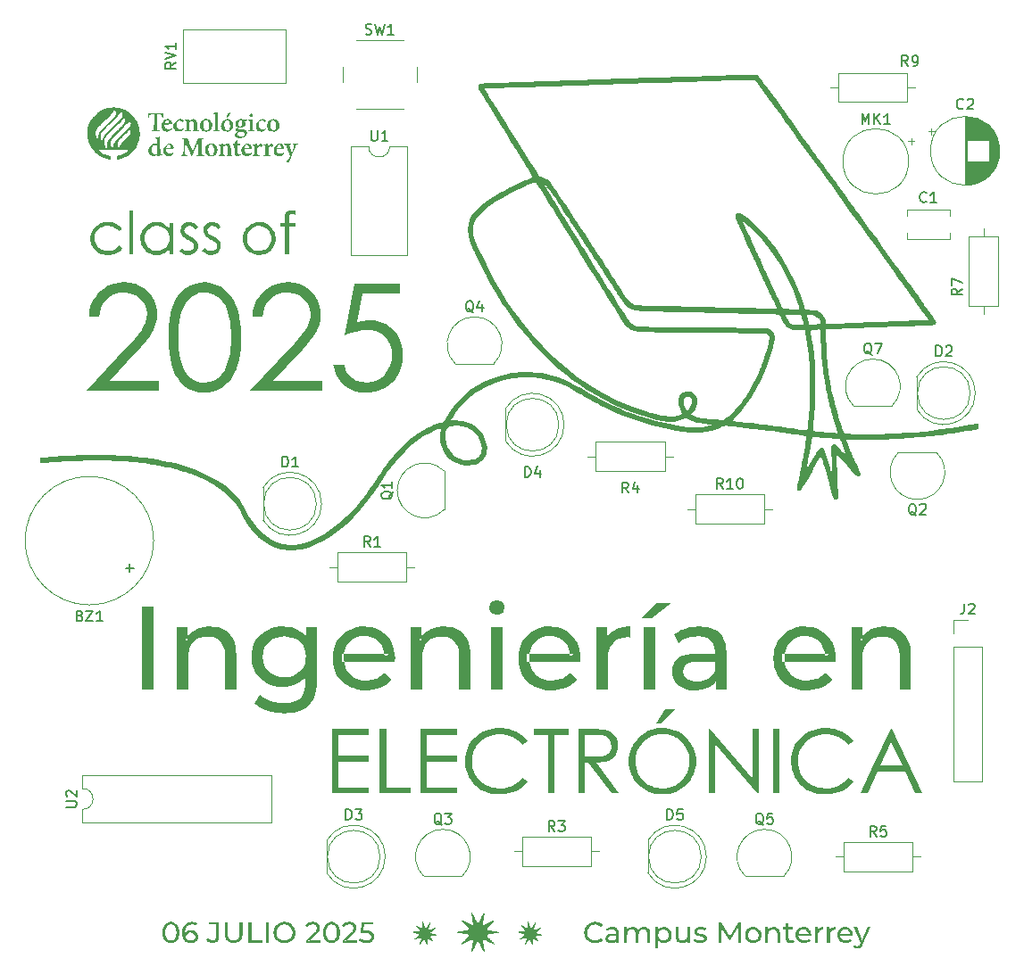
<source format=gbr>
%TF.GenerationSoftware,KiCad,Pcbnew,8.0.6*%
%TF.CreationDate,2025-03-20T16:43:12-06:00*%
%TF.ProjectId,Invitaci_nTDS_general,496e7669-7461-4636-99f3-6e5444535f67,rev?*%
%TF.SameCoordinates,Original*%
%TF.FileFunction,Legend,Top*%
%TF.FilePolarity,Positive*%
%FSLAX46Y46*%
G04 Gerber Fmt 4.6, Leading zero omitted, Abs format (unit mm)*
G04 Created by KiCad (PCBNEW 8.0.6) date 2025-03-20 16:43:12*
%MOMM*%
%LPD*%
G01*
G04 APERTURE LIST*
%ADD10C,0.100000*%
%ADD11C,0.150000*%
%ADD12C,0.120000*%
%ADD13C,0.000000*%
G04 APERTURE END LIST*
D10*
G36*
X77676273Y-114140000D02*
G01*
X77676273Y-106300781D01*
X78795882Y-106300781D01*
X78795882Y-114140000D01*
X77676273Y-114140000D01*
G37*
G36*
X84159455Y-108147257D02*
G01*
X84554716Y-108169514D01*
X84961991Y-108246450D01*
X85335683Y-108378341D01*
X85441242Y-108428625D01*
X85794119Y-108655355D01*
X86089737Y-108951350D01*
X86308792Y-109280544D01*
X86474687Y-109666715D01*
X86571458Y-110064844D01*
X86615697Y-110458960D01*
X86623377Y-110724508D01*
X86623377Y-114140000D01*
X85548709Y-114140000D01*
X85548709Y-110847606D01*
X85522452Y-110442529D01*
X85430146Y-110050754D01*
X85249635Y-109694846D01*
X85128611Y-109548234D01*
X84799389Y-109299045D01*
X84429971Y-109162269D01*
X84040394Y-109112260D01*
X83946475Y-109110551D01*
X83538895Y-109142150D01*
X83143241Y-109247699D01*
X82949965Y-109335254D01*
X82614650Y-109572635D01*
X82354134Y-109891548D01*
X82293440Y-109997641D01*
X82145423Y-110386821D01*
X82075768Y-110808460D01*
X82064829Y-111082079D01*
X82064829Y-114140000D01*
X80990160Y-114140000D01*
X80990160Y-108203921D01*
X82019888Y-108203921D01*
X82019888Y-109806154D01*
X81851849Y-109380195D01*
X82064340Y-109041461D01*
X82337892Y-108753101D01*
X82672505Y-108515117D01*
X82746755Y-108473565D01*
X83144985Y-108301489D01*
X83537000Y-108201111D01*
X83960855Y-108152356D01*
X84159455Y-108147257D01*
G37*
G36*
X91491496Y-108171677D02*
G01*
X91887513Y-108244939D01*
X92262509Y-108367041D01*
X92461758Y-108455980D01*
X92829153Y-108681179D01*
X93147317Y-108970874D01*
X93268736Y-109127891D01*
X93268736Y-108203921D01*
X94288695Y-108203921D01*
X94288695Y-113333021D01*
X94269518Y-113803065D01*
X94211987Y-114232560D01*
X94116103Y-114621507D01*
X93950414Y-115034720D01*
X93729497Y-115389544D01*
X93503210Y-115640628D01*
X93183763Y-115891633D01*
X92813071Y-116090706D01*
X92391134Y-116237847D01*
X92000374Y-116320794D01*
X91574027Y-116367677D01*
X91207327Y-116379218D01*
X90802006Y-116364808D01*
X90402791Y-116321577D01*
X90009682Y-116249525D01*
X89622679Y-116148653D01*
X89214246Y-116004603D01*
X88850635Y-115829641D01*
X88499193Y-115598984D01*
X88374110Y-115496036D01*
X88889951Y-114665610D01*
X89227281Y-114913822D01*
X89583327Y-115103694D01*
X89907955Y-115232254D01*
X90291874Y-115341476D01*
X90686479Y-115410245D01*
X91091769Y-115438562D01*
X91174110Y-115439371D01*
X91608040Y-115415716D01*
X92038243Y-115330750D01*
X92438433Y-115161301D01*
X92719678Y-114945024D01*
X92957701Y-114627403D01*
X93117825Y-114228484D01*
X93194761Y-113805639D01*
X93212072Y-113446350D01*
X93212072Y-112973200D01*
X92962326Y-113234332D01*
X92614624Y-113490252D01*
X92461758Y-113575310D01*
X92098439Y-113729269D01*
X91714100Y-113832841D01*
X91308741Y-113886027D01*
X91074459Y-113893803D01*
X90654239Y-113871088D01*
X90257222Y-113802944D01*
X89838313Y-113671981D01*
X89532798Y-113530369D01*
X89174459Y-113302428D01*
X88860016Y-113029664D01*
X88589467Y-112712078D01*
X88458129Y-112516273D01*
X88266389Y-112134510D01*
X88137400Y-111721217D01*
X88075424Y-111327375D01*
X88061479Y-111015645D01*
X89147871Y-111015645D01*
X89184691Y-111424874D01*
X89307678Y-111826035D01*
X89409699Y-112023879D01*
X89657238Y-112346629D01*
X89971206Y-112606818D01*
X90138520Y-112705806D01*
X90505434Y-112855832D01*
X90908618Y-112936615D01*
X91197557Y-112952002D01*
X91588888Y-112922911D01*
X91979981Y-112824817D01*
X92248778Y-112705806D01*
X92590554Y-112474490D01*
X92866545Y-112180615D01*
X92971737Y-112023879D01*
X93142526Y-111646333D01*
X93222897Y-111258903D01*
X93235519Y-111015645D01*
X93198425Y-110605500D01*
X93074519Y-110204587D01*
X92971737Y-110007411D01*
X92726109Y-109684363D01*
X92414696Y-109426456D01*
X92248778Y-109329392D01*
X91885711Y-109182938D01*
X91485275Y-109104078D01*
X91197557Y-109089057D01*
X90804421Y-109117456D01*
X90410305Y-109213215D01*
X90138520Y-109329392D01*
X89793892Y-109557235D01*
X89515693Y-109850217D01*
X89409699Y-110007411D01*
X89240176Y-110384014D01*
X89160400Y-110771719D01*
X89147871Y-111015645D01*
X88061479Y-111015645D01*
X88086270Y-110597623D01*
X88160642Y-110207201D01*
X88303575Y-109800966D01*
X88458129Y-109509155D01*
X88704292Y-109169175D01*
X88994349Y-108874635D01*
X89328302Y-108625536D01*
X89532798Y-108506782D01*
X89928866Y-108332988D01*
X90305580Y-108226254D01*
X90705497Y-108164461D01*
X91074459Y-108147257D01*
X91491496Y-108171677D01*
G37*
G36*
X98974249Y-114206434D02*
G01*
X98568877Y-114187734D01*
X98132384Y-114120567D01*
X97724468Y-114004552D01*
X97345129Y-113839688D01*
X97299720Y-113815645D01*
X96959368Y-113601200D01*
X96659316Y-113350607D01*
X96369928Y-113025481D01*
X96180111Y-112740976D01*
X96006577Y-112386458D01*
X95882623Y-112006782D01*
X95808251Y-111601950D01*
X95783461Y-111171960D01*
X95807519Y-110742093D01*
X95879692Y-110337627D01*
X95999982Y-109958562D01*
X96168387Y-109604898D01*
X96409037Y-109243709D01*
X96695746Y-108929506D01*
X97028513Y-108662289D01*
X97233286Y-108534138D01*
X97628273Y-108347120D01*
X98002209Y-108232265D01*
X98397638Y-108165770D01*
X98761270Y-108147257D01*
X99180390Y-108171071D01*
X99574110Y-108242512D01*
X99986682Y-108379812D01*
X100285345Y-108528276D01*
X100634273Y-108767019D01*
X100938069Y-109054604D01*
X101196733Y-109391029D01*
X101320935Y-109599036D01*
X101485066Y-109957341D01*
X101602302Y-110344466D01*
X101672644Y-110760411D01*
X101696092Y-111205177D01*
X101690230Y-111363447D01*
X101674598Y-111529532D01*
X96623656Y-111529532D01*
X96623656Y-110757725D01*
X101113817Y-110757725D01*
X100678087Y-111027369D01*
X100649419Y-110615575D01*
X100537123Y-110209155D01*
X100441660Y-110007411D01*
X100210990Y-109676103D01*
X99919049Y-109409290D01*
X99763642Y-109307899D01*
X99390834Y-109144701D01*
X99004915Y-109067902D01*
X98761270Y-109055840D01*
X98359185Y-109091286D01*
X97962042Y-109209685D01*
X97764759Y-109307899D01*
X97442009Y-109545912D01*
X97181820Y-109850355D01*
X97082833Y-110013272D01*
X96923430Y-110402874D01*
X96848417Y-110800288D01*
X96836636Y-111048862D01*
X96836636Y-111228625D01*
X96868960Y-111620648D01*
X96977953Y-112014077D01*
X97110188Y-112285708D01*
X97346127Y-112605361D01*
X97643614Y-112866762D01*
X97876133Y-113008667D01*
X98267227Y-113165837D01*
X98661454Y-113246185D01*
X99009420Y-113266587D01*
X99420678Y-113236919D01*
X99828227Y-113138611D01*
X99964898Y-113086824D01*
X100322546Y-112895498D01*
X100639802Y-112636105D01*
X100723028Y-112549490D01*
X101315073Y-113243140D01*
X101015026Y-113540332D01*
X100668341Y-113784420D01*
X100312700Y-113960237D01*
X99925079Y-114090067D01*
X99509599Y-114171812D01*
X99111848Y-114204270D01*
X98974249Y-114206434D01*
G37*
G36*
X106356245Y-108147257D02*
G01*
X106751506Y-108169514D01*
X107158781Y-108246450D01*
X107532473Y-108378341D01*
X107638032Y-108428625D01*
X107990909Y-108655355D01*
X108286527Y-108951350D01*
X108505582Y-109280544D01*
X108671477Y-109666715D01*
X108768248Y-110064844D01*
X108812487Y-110458960D01*
X108820167Y-110724508D01*
X108820167Y-114140000D01*
X107745498Y-114140000D01*
X107745498Y-110847606D01*
X107719242Y-110442529D01*
X107626936Y-110050754D01*
X107446425Y-109694846D01*
X107325401Y-109548234D01*
X106996179Y-109299045D01*
X106626761Y-109162269D01*
X106237184Y-109112260D01*
X106143265Y-109110551D01*
X105735685Y-109142150D01*
X105340031Y-109247699D01*
X105146755Y-109335254D01*
X104811440Y-109572635D01*
X104550924Y-109891548D01*
X104490230Y-109997641D01*
X104342213Y-110386821D01*
X104272558Y-110808460D01*
X104261618Y-111082079D01*
X104261618Y-114140000D01*
X103186950Y-114140000D01*
X103186950Y-108203921D01*
X104216678Y-108203921D01*
X104216678Y-109806154D01*
X104048639Y-109380195D01*
X104261130Y-109041461D01*
X104534682Y-108753101D01*
X104869295Y-108515117D01*
X104943545Y-108473565D01*
X105341775Y-108301489D01*
X105733790Y-108201111D01*
X106157645Y-108152356D01*
X106356245Y-108147257D01*
G37*
G36*
X110807327Y-114140000D02*
G01*
X110807327Y-108203921D01*
X111881995Y-108203921D01*
X111881995Y-114140000D01*
X110807327Y-114140000D01*
G37*
G36*
X111344661Y-107060865D02*
G01*
X110962902Y-106965740D01*
X110822958Y-106859609D01*
X110628785Y-106507166D01*
X110615840Y-106367215D01*
X110722838Y-105984342D01*
X110822958Y-105863098D01*
X111176208Y-105677761D01*
X111344661Y-105661842D01*
X111724657Y-105754196D01*
X111864410Y-105857236D01*
X112058583Y-106205282D01*
X112071528Y-106345722D01*
X111967559Y-106729824D01*
X111870272Y-106853747D01*
X111517373Y-107044481D01*
X111344661Y-107060865D01*
G37*
G36*
X116567550Y-114206434D02*
G01*
X116162178Y-114187734D01*
X115725685Y-114120567D01*
X115317769Y-114004552D01*
X114938429Y-113839688D01*
X114893021Y-113815645D01*
X114552669Y-113601200D01*
X114252616Y-113350607D01*
X113963229Y-113025481D01*
X113773412Y-112740976D01*
X113599877Y-112386458D01*
X113475924Y-112006782D01*
X113401552Y-111601950D01*
X113376762Y-111171960D01*
X113400819Y-110742093D01*
X113472993Y-110337627D01*
X113593283Y-109958562D01*
X113761688Y-109604898D01*
X114002338Y-109243709D01*
X114289047Y-108929506D01*
X114621814Y-108662289D01*
X114826587Y-108534138D01*
X115221574Y-108347120D01*
X115595509Y-108232265D01*
X115990939Y-108165770D01*
X116354570Y-108147257D01*
X116773691Y-108171071D01*
X117167411Y-108242512D01*
X117579982Y-108379812D01*
X117878646Y-108528276D01*
X118227573Y-108767019D01*
X118531369Y-109054604D01*
X118790034Y-109391029D01*
X118914235Y-109599036D01*
X119078367Y-109957341D01*
X119195603Y-110344466D01*
X119265945Y-110760411D01*
X119289392Y-111205177D01*
X119283531Y-111363447D01*
X119267899Y-111529532D01*
X114216957Y-111529532D01*
X114216957Y-110757725D01*
X118707117Y-110757725D01*
X118271388Y-111027369D01*
X118242720Y-110615575D01*
X118130424Y-110209155D01*
X118034961Y-110007411D01*
X117804291Y-109676103D01*
X117512350Y-109409290D01*
X117356943Y-109307899D01*
X116984135Y-109144701D01*
X116598216Y-109067902D01*
X116354570Y-109055840D01*
X115952486Y-109091286D01*
X115555343Y-109209685D01*
X115358060Y-109307899D01*
X115035310Y-109545912D01*
X114775121Y-109850355D01*
X114676133Y-110013272D01*
X114516731Y-110402874D01*
X114441718Y-110800288D01*
X114429937Y-111048862D01*
X114429937Y-111228625D01*
X114462261Y-111620648D01*
X114571254Y-112014077D01*
X114703489Y-112285708D01*
X114939427Y-112605361D01*
X115236915Y-112866762D01*
X115469434Y-113008667D01*
X115860528Y-113165837D01*
X116254755Y-113246185D01*
X116602721Y-113266587D01*
X117013978Y-113236919D01*
X117421528Y-113138611D01*
X117558199Y-113086824D01*
X117915847Y-112895498D01*
X118233103Y-112636105D01*
X118316329Y-112549490D01*
X118908374Y-113243140D01*
X118608327Y-113540332D01*
X118261641Y-113784420D01*
X117906001Y-113960237D01*
X117518380Y-114090067D01*
X117102900Y-114171812D01*
X116705148Y-114204270D01*
X116567550Y-114206434D01*
G37*
G36*
X120780251Y-114140000D02*
G01*
X120780251Y-108203921D01*
X121809979Y-108203921D01*
X121809979Y-109815924D01*
X121708374Y-109413412D01*
X121895067Y-109057161D01*
X122147400Y-108757773D01*
X122465374Y-108515247D01*
X122536845Y-108473565D01*
X122927939Y-108301489D01*
X123324299Y-108201111D01*
X123762700Y-108152356D01*
X123971039Y-108147257D01*
X123971039Y-109188709D01*
X123842079Y-109178939D01*
X123724842Y-109178939D01*
X123316346Y-109211179D01*
X122910214Y-109324523D01*
X122560651Y-109519474D01*
X122359036Y-109694780D01*
X122115347Y-110020317D01*
X121951410Y-110418807D01*
X121872642Y-110834264D01*
X121854919Y-111183684D01*
X121854919Y-114140000D01*
X120780251Y-114140000D01*
G37*
G36*
X125289951Y-114140000D02*
G01*
X125289951Y-108203921D01*
X126364619Y-108203921D01*
X126364619Y-114140000D01*
X125289951Y-114140000D01*
G37*
G36*
X124987090Y-107342233D02*
G01*
X126509211Y-105886545D01*
X127876971Y-105886545D01*
X125995324Y-107342233D01*
X124987090Y-107342233D01*
G37*
G36*
X132091625Y-114140000D02*
G01*
X132091625Y-112885568D01*
X132036915Y-112651095D01*
X132036915Y-110511528D01*
X131997989Y-110114252D01*
X131848512Y-109717113D01*
X131638311Y-109452491D01*
X131284769Y-109223879D01*
X130904514Y-109113970D01*
X130495720Y-109077700D01*
X130446406Y-109077334D01*
X130054030Y-109101789D01*
X129668248Y-109175153D01*
X129414724Y-109251235D01*
X129032192Y-109411878D01*
X128677215Y-109628155D01*
X128564759Y-109716273D01*
X128117306Y-108909295D01*
X128454693Y-108675953D01*
X128835487Y-108483709D01*
X129219330Y-108344605D01*
X129628246Y-108240535D01*
X130048992Y-108175009D01*
X130481569Y-108148028D01*
X130569504Y-108147257D01*
X131007744Y-108168140D01*
X131406555Y-108230788D01*
X131821999Y-108356665D01*
X132183774Y-108539389D01*
X132451151Y-108741256D01*
X132740090Y-109077456D01*
X132925192Y-109435945D01*
X133047088Y-109854461D01*
X133101264Y-110260965D01*
X133111584Y-110556468D01*
X133111584Y-114140000D01*
X132091625Y-114140000D01*
G37*
G36*
X130143545Y-114206434D02*
G01*
X129746612Y-114184681D01*
X129346571Y-114110503D01*
X128984856Y-113983684D01*
X128643313Y-113790976D01*
X128345866Y-113527637D01*
X128216957Y-113362330D01*
X128033966Y-112993356D01*
X127953449Y-112583989D01*
X127949267Y-112459609D01*
X127993024Y-112055852D01*
X128124297Y-111685756D01*
X128177878Y-111586196D01*
X128434974Y-111272840D01*
X128772831Y-111036118D01*
X128928192Y-110958981D01*
X129329807Y-110825487D01*
X129722287Y-110757480D01*
X130119426Y-110728171D01*
X130335031Y-110724508D01*
X132214724Y-110724508D01*
X132214724Y-111496315D01*
X130378018Y-111496315D01*
X129966613Y-111517644D01*
X129576290Y-111601645D01*
X129291625Y-111765959D01*
X129065693Y-112102968D01*
X129012212Y-112414668D01*
X129099162Y-112808876D01*
X129360013Y-113116133D01*
X129715578Y-113295118D01*
X130101909Y-113368757D01*
X130323307Y-113377962D01*
X130720620Y-113346330D01*
X131113500Y-113239673D01*
X131380390Y-113110272D01*
X131708374Y-112850554D01*
X131952514Y-112509572D01*
X132036915Y-112324787D01*
X132249895Y-113065331D01*
X132044548Y-113429039D01*
X131747976Y-113731748D01*
X131499581Y-113899665D01*
X131136270Y-114061437D01*
X130718004Y-114163294D01*
X130294578Y-114203737D01*
X130143545Y-114206434D01*
G37*
G36*
X140757362Y-114206434D02*
G01*
X140351989Y-114187734D01*
X139915497Y-114120567D01*
X139507581Y-114004552D01*
X139128241Y-113839688D01*
X139082833Y-113815645D01*
X138742480Y-113601200D01*
X138442428Y-113350607D01*
X138153040Y-113025481D01*
X137963224Y-112740976D01*
X137789689Y-112386458D01*
X137665736Y-112006782D01*
X137591364Y-111601950D01*
X137566573Y-111171960D01*
X137590631Y-110742093D01*
X137662805Y-110337627D01*
X137783094Y-109958562D01*
X137951500Y-109604898D01*
X138192150Y-109243709D01*
X138478858Y-108929506D01*
X138811626Y-108662289D01*
X139016399Y-108534138D01*
X139411385Y-108347120D01*
X139785321Y-108232265D01*
X140180750Y-108165770D01*
X140544382Y-108147257D01*
X140963503Y-108171071D01*
X141357222Y-108242512D01*
X141769794Y-108379812D01*
X142068457Y-108528276D01*
X142417385Y-108767019D01*
X142721181Y-109054604D01*
X142979846Y-109391029D01*
X143104047Y-109599036D01*
X143268178Y-109957341D01*
X143385415Y-110344466D01*
X143455757Y-110760411D01*
X143479204Y-111205177D01*
X143473342Y-111363447D01*
X143457711Y-111529532D01*
X138406769Y-111529532D01*
X138406769Y-110757725D01*
X142896929Y-110757725D01*
X142461200Y-111027369D01*
X142432532Y-110615575D01*
X142320235Y-110209155D01*
X142224773Y-110007411D01*
X141994103Y-109676103D01*
X141702162Y-109409290D01*
X141546755Y-109307899D01*
X141173946Y-109144701D01*
X140788028Y-109067902D01*
X140544382Y-109055840D01*
X140142297Y-109091286D01*
X139745154Y-109209685D01*
X139547871Y-109307899D01*
X139225121Y-109545912D01*
X138964932Y-109850355D01*
X138865945Y-110013272D01*
X138706542Y-110402874D01*
X138631529Y-110800288D01*
X138619748Y-111048862D01*
X138619748Y-111228625D01*
X138652072Y-111620648D01*
X138761066Y-112014077D01*
X138893300Y-112285708D01*
X139129239Y-112605361D01*
X139426727Y-112866762D01*
X139659246Y-113008667D01*
X140050340Y-113165837D01*
X140444567Y-113246185D01*
X140792533Y-113266587D01*
X141203790Y-113236919D01*
X141611340Y-113138611D01*
X141748011Y-113086824D01*
X142105659Y-112895498D01*
X142422915Y-112636105D01*
X142506140Y-112549490D01*
X143098185Y-113243140D01*
X142798139Y-113540332D01*
X142451453Y-113784420D01*
X142095812Y-113960237D01*
X141708191Y-114090067D01*
X141292711Y-114171812D01*
X140894960Y-114204270D01*
X140757362Y-114206434D01*
G37*
G36*
X148139357Y-108147257D02*
G01*
X148534619Y-108169514D01*
X148941894Y-108246450D01*
X149315585Y-108378341D01*
X149421144Y-108428625D01*
X149774021Y-108655355D01*
X150069639Y-108951350D01*
X150288695Y-109280544D01*
X150454589Y-109666715D01*
X150551361Y-110064844D01*
X150595599Y-110458960D01*
X150603279Y-110724508D01*
X150603279Y-114140000D01*
X149528611Y-114140000D01*
X149528611Y-110847606D01*
X149502355Y-110442529D01*
X149410048Y-110050754D01*
X149229537Y-109694846D01*
X149108513Y-109548234D01*
X148779291Y-109299045D01*
X148409874Y-109162269D01*
X148020297Y-109112260D01*
X147926378Y-109110551D01*
X147518797Y-109142150D01*
X147123143Y-109247699D01*
X146929867Y-109335254D01*
X146594552Y-109572635D01*
X146334036Y-109891548D01*
X146273342Y-109997641D01*
X146125325Y-110386821D01*
X146055670Y-110808460D01*
X146044731Y-111082079D01*
X146044731Y-114140000D01*
X144970062Y-114140000D01*
X144970062Y-108203921D01*
X145999790Y-108203921D01*
X145999790Y-109806154D01*
X145831751Y-109380195D01*
X146044242Y-109041461D01*
X146317794Y-108753101D01*
X146652407Y-108515117D01*
X146726657Y-108473565D01*
X147124887Y-108301489D01*
X147516903Y-108201111D01*
X147940758Y-108152356D01*
X148139357Y-108147257D01*
G37*
D11*
G36*
X75830495Y-70442051D02*
G01*
X75525680Y-70631584D01*
X75367170Y-70461591D01*
X75188396Y-70326769D01*
X74989357Y-70227117D01*
X74770054Y-70162637D01*
X74571821Y-70135771D01*
X74446127Y-70131374D01*
X74247488Y-70143464D01*
X74032240Y-70188130D01*
X73834756Y-70265708D01*
X73655037Y-70376197D01*
X73537543Y-70475268D01*
X73396693Y-70632828D01*
X73290438Y-70804599D01*
X73218778Y-70990582D01*
X73181712Y-71190778D01*
X73176064Y-71311556D01*
X73192283Y-71507599D01*
X73247591Y-71714871D01*
X73331931Y-71895687D01*
X73342149Y-71913370D01*
X73458069Y-72077528D01*
X73598222Y-72217071D01*
X73762609Y-72331998D01*
X73798394Y-72352030D01*
X73986519Y-72433947D01*
X74188191Y-72485524D01*
X74403411Y-72506762D01*
X74448080Y-72507369D01*
X74648269Y-72495157D01*
X74872942Y-72448262D01*
X75080647Y-72366196D01*
X75271386Y-72248960D01*
X75445157Y-72096552D01*
X75525680Y-72007159D01*
X75830495Y-72207438D01*
X75698475Y-72376802D01*
X75543117Y-72523290D01*
X75364420Y-72646904D01*
X75255059Y-72705694D01*
X75068030Y-72783058D01*
X74868422Y-72838318D01*
X74656236Y-72871474D01*
X74460255Y-72882353D01*
X74431472Y-72882526D01*
X74215737Y-72871602D01*
X74011832Y-72838829D01*
X73819758Y-72784208D01*
X73639515Y-72707739D01*
X73438838Y-72587137D01*
X73284622Y-72462602D01*
X73255198Y-72435073D01*
X73120664Y-72290192D01*
X72989323Y-72103804D01*
X72890817Y-71903746D01*
X72825146Y-71690019D01*
X72792310Y-71462621D01*
X72788206Y-71343796D01*
X72801823Y-71131732D01*
X72842672Y-70927362D01*
X72910755Y-70730685D01*
X73006071Y-70541702D01*
X73125689Y-70366763D01*
X73265701Y-70212219D01*
X73426107Y-70078068D01*
X73606908Y-69964312D01*
X73803585Y-69873271D01*
X74011618Y-69808241D01*
X74231010Y-69769223D01*
X74432293Y-69756420D01*
X74461758Y-69756217D01*
X74663405Y-69766723D01*
X74859973Y-69798238D01*
X75034263Y-69845122D01*
X75229810Y-69919494D01*
X75414986Y-70017427D01*
X75503210Y-70077641D01*
X75650073Y-70206594D01*
X75777910Y-70361669D01*
X75830495Y-70442051D01*
G37*
G36*
X76493859Y-68693272D02*
G01*
X76877808Y-68693272D01*
X76877808Y-72820000D01*
X76493859Y-72820000D01*
X76493859Y-68693272D01*
G37*
G36*
X79283471Y-69768041D02*
G01*
X79494435Y-69808914D01*
X79691661Y-69878981D01*
X79748150Y-69905694D01*
X79927325Y-70015050D01*
X80092380Y-70156272D01*
X80228856Y-70310617D01*
X80271807Y-70367801D01*
X80271807Y-69818743D01*
X80651849Y-69818743D01*
X80651849Y-72820000D01*
X80271807Y-72820000D01*
X80271807Y-72306113D01*
X80131355Y-72459470D01*
X79981475Y-72588717D01*
X79803883Y-72704045D01*
X79729588Y-72741842D01*
X79535987Y-72816031D01*
X79331319Y-72862742D01*
X79115584Y-72881976D01*
X79071109Y-72882526D01*
X78839830Y-72866451D01*
X78621534Y-72818229D01*
X78416221Y-72737858D01*
X78223892Y-72625338D01*
X78044545Y-72480670D01*
X77987648Y-72425303D01*
X77858180Y-72277298D01*
X77731784Y-72086971D01*
X77636988Y-71882769D01*
X77573790Y-71664691D01*
X77542191Y-71432736D01*
X77538368Y-71315464D01*
X77926099Y-71315464D01*
X77945262Y-71525265D01*
X78002753Y-71728833D01*
X78088276Y-71908485D01*
X78200418Y-72073349D01*
X78348678Y-72226489D01*
X78523028Y-72350076D01*
X78715828Y-72439628D01*
X78918095Y-72492008D01*
X79110188Y-72507369D01*
X79323768Y-72488898D01*
X79529267Y-72433485D01*
X79709071Y-72351053D01*
X79873363Y-72242575D01*
X80024551Y-72098345D01*
X80144801Y-71928025D01*
X80231572Y-71736138D01*
X80282325Y-71528550D01*
X80297208Y-71326210D01*
X80280846Y-71111135D01*
X80231759Y-70912142D01*
X80149947Y-70729231D01*
X80035410Y-70562402D01*
X79955268Y-70474291D01*
X79798096Y-70340674D01*
X79625777Y-70239875D01*
X79438311Y-70171895D01*
X79235698Y-70136732D01*
X79113119Y-70131374D01*
X78916999Y-70146544D01*
X78712288Y-70198273D01*
X78519120Y-70286713D01*
X78345442Y-70407844D01*
X78197853Y-70558990D01*
X78086322Y-70722442D01*
X78001829Y-70900835D01*
X77945031Y-71104339D01*
X77926099Y-71315464D01*
X77538368Y-71315464D01*
X77538241Y-71311556D01*
X77549308Y-71115222D01*
X77591806Y-70891648D01*
X77666178Y-70681194D01*
X77772424Y-70483862D01*
X77910543Y-70299649D01*
X77991556Y-70212463D01*
X78137701Y-70081025D01*
X78324913Y-69952706D01*
X78525039Y-69856467D01*
X78738080Y-69792307D01*
X78964035Y-69760227D01*
X79081856Y-69756217D01*
X79283471Y-69768041D01*
G37*
G36*
X83001465Y-70189016D02*
G01*
X82754291Y-70444005D01*
X82601273Y-70307229D01*
X82431171Y-70200068D01*
X82244707Y-70139007D01*
X82152477Y-70131374D01*
X81959243Y-70170014D01*
X81832030Y-70253496D01*
X81717847Y-70420573D01*
X81699162Y-70535840D01*
X81751342Y-70726846D01*
X81809560Y-70809392D01*
X81965379Y-70943130D01*
X82147317Y-71054028D01*
X82270690Y-71119092D01*
X82445147Y-71214134D01*
X82612239Y-71321036D01*
X82772676Y-71452088D01*
X82852965Y-71542121D01*
X82951011Y-71719582D01*
X82999072Y-71913813D01*
X83004396Y-72009113D01*
X82983917Y-72205834D01*
X82913124Y-72403747D01*
X82791766Y-72579907D01*
X82745498Y-72628513D01*
X82590217Y-72751302D01*
X82393754Y-72840604D01*
X82195403Y-72878557D01*
X82100697Y-72882526D01*
X81894213Y-72864467D01*
X81695468Y-72810291D01*
X81606350Y-72773105D01*
X81429223Y-72669863D01*
X81278862Y-72539532D01*
X81218492Y-72470244D01*
X81459804Y-72194738D01*
X81609098Y-72331514D01*
X81782454Y-72438675D01*
X81981779Y-72499736D01*
X82084089Y-72507369D01*
X82285217Y-72475598D01*
X82456292Y-72380286D01*
X82476831Y-72362777D01*
X82598464Y-72204508D01*
X82639009Y-72020837D01*
X82592726Y-71823988D01*
X82531542Y-71732630D01*
X82372245Y-71602843D01*
X82199977Y-71500337D01*
X82047941Y-71420976D01*
X81862316Y-71317234D01*
X81692026Y-71201254D01*
X81539305Y-71060550D01*
X81498883Y-71009672D01*
X81404633Y-70835050D01*
X81358432Y-70641403D01*
X81353314Y-70545610D01*
X81375926Y-70344377D01*
X81453031Y-70149027D01*
X81584856Y-69980921D01*
X81742107Y-69862425D01*
X81923209Y-69787816D01*
X82128163Y-69757095D01*
X82172016Y-69756217D01*
X82378463Y-69783267D01*
X82585519Y-69864417D01*
X82767195Y-69979802D01*
X82923289Y-70111670D01*
X83001465Y-70189016D01*
G37*
G36*
X85174249Y-70189016D02*
G01*
X84927076Y-70444005D01*
X84774057Y-70307229D01*
X84603956Y-70200068D01*
X84417491Y-70139007D01*
X84325261Y-70131374D01*
X84132027Y-70170014D01*
X84004815Y-70253496D01*
X83890631Y-70420573D01*
X83871946Y-70535840D01*
X83924127Y-70726846D01*
X83982344Y-70809392D01*
X84138164Y-70943130D01*
X84320102Y-71054028D01*
X84443475Y-71119092D01*
X84617931Y-71214134D01*
X84785024Y-71321036D01*
X84945461Y-71452088D01*
X85025750Y-71542121D01*
X85123795Y-71719582D01*
X85171857Y-71913813D01*
X85177180Y-72009113D01*
X85156701Y-72205834D01*
X85085909Y-72403747D01*
X84964551Y-72579907D01*
X84918283Y-72628513D01*
X84763002Y-72751302D01*
X84566539Y-72840604D01*
X84368187Y-72878557D01*
X84273482Y-72882526D01*
X84066997Y-72864467D01*
X83868252Y-72810291D01*
X83779134Y-72773105D01*
X83602008Y-72669863D01*
X83451647Y-72539532D01*
X83391277Y-72470244D01*
X83632588Y-72194738D01*
X83781882Y-72331514D01*
X83955238Y-72438675D01*
X84154563Y-72499736D01*
X84256873Y-72507369D01*
X84458001Y-72475598D01*
X84629076Y-72380286D01*
X84649616Y-72362777D01*
X84771249Y-72204508D01*
X84811793Y-72020837D01*
X84765511Y-71823988D01*
X84704326Y-71732630D01*
X84545029Y-71602843D01*
X84372762Y-71500337D01*
X84220725Y-71420976D01*
X84035101Y-71317234D01*
X83864810Y-71201254D01*
X83712090Y-71060550D01*
X83671667Y-71009672D01*
X83577417Y-70835050D01*
X83531216Y-70641403D01*
X83526099Y-70545610D01*
X83548710Y-70344377D01*
X83625816Y-70149027D01*
X83757641Y-69980921D01*
X83914891Y-69862425D01*
X84095993Y-69787816D01*
X84300948Y-69757095D01*
X84344801Y-69756217D01*
X84551247Y-69783267D01*
X84758304Y-69864417D01*
X84939979Y-69979802D01*
X85096073Y-70111670D01*
X85174249Y-70189016D01*
G37*
G36*
X89016401Y-69768358D02*
G01*
X89214629Y-69804780D01*
X89401313Y-69865483D01*
X89610094Y-69970377D01*
X89771381Y-70084499D01*
X89921122Y-70222901D01*
X89949685Y-70253496D01*
X90089797Y-70429362D01*
X90200920Y-70616975D01*
X90283054Y-70816334D01*
X90336200Y-71027440D01*
X90360357Y-71250293D01*
X90361967Y-71327187D01*
X90346649Y-71555398D01*
X90300693Y-71772549D01*
X90224100Y-71978640D01*
X90116870Y-72173672D01*
X89979002Y-72357644D01*
X89926238Y-72416510D01*
X89754413Y-72574883D01*
X89565003Y-72700488D01*
X89358007Y-72793327D01*
X89133426Y-72853400D01*
X88932841Y-72878430D01*
X88806629Y-72882526D01*
X88598130Y-72871148D01*
X88401892Y-72837016D01*
X88182588Y-72766022D01*
X87980939Y-72662261D01*
X87796944Y-72525733D01*
X87684089Y-72416510D01*
X87536341Y-72236225D01*
X87419162Y-72044880D01*
X87332551Y-71842475D01*
X87276509Y-71629010D01*
X87251035Y-71404486D01*
X87249401Y-71330118D01*
X87642079Y-71330118D01*
X87657344Y-71526199D01*
X87709398Y-71732191D01*
X87798394Y-71928025D01*
X87919347Y-72103886D01*
X88065928Y-72249963D01*
X88221423Y-72356915D01*
X88411022Y-72442574D01*
X88613089Y-72492676D01*
X88807606Y-72507369D01*
X89020336Y-72489590D01*
X89220598Y-72436256D01*
X89391835Y-72356915D01*
X89562155Y-72237914D01*
X89706385Y-72089129D01*
X89814863Y-71928025D01*
X89897811Y-71750414D01*
X89953570Y-71545346D01*
X89972002Y-71350104D01*
X89972156Y-71330118D01*
X89955653Y-71119571D01*
X89906145Y-70923049D01*
X89823632Y-70740552D01*
X89708114Y-70572080D01*
X89627285Y-70482107D01*
X89470186Y-70345445D01*
X89300652Y-70242348D01*
X89091672Y-70165625D01*
X88895490Y-70134457D01*
X88807606Y-70131374D01*
X88604619Y-70148157D01*
X88414535Y-70198507D01*
X88237354Y-70282422D01*
X88073076Y-70399904D01*
X87984996Y-70482107D01*
X87851379Y-70642565D01*
X87750580Y-70817048D01*
X87682600Y-71005556D01*
X87647437Y-71208088D01*
X87642079Y-71330118D01*
X87249401Y-71330118D01*
X87249337Y-71327187D01*
X87263831Y-71101415D01*
X87307314Y-70887184D01*
X87379785Y-70684493D01*
X87481245Y-70493342D01*
X87611694Y-70313732D01*
X87661618Y-70256427D01*
X87809099Y-70112323D01*
X87968220Y-69992644D01*
X88138980Y-69897390D01*
X88321379Y-69826559D01*
X88515419Y-69780153D01*
X88721098Y-69758171D01*
X88806629Y-69756217D01*
X89016401Y-69768358D01*
G37*
G36*
X92288555Y-68707927D02*
G01*
X92288555Y-69096762D01*
X92103326Y-69031546D01*
X91926099Y-69005903D01*
X91738520Y-69048890D01*
X91644731Y-69146587D01*
X91627057Y-69344772D01*
X91626168Y-69440655D01*
X91626168Y-69818743D01*
X92249476Y-69818743D01*
X92249476Y-70193900D01*
X91625191Y-70193900D01*
X91623237Y-72820000D01*
X91238311Y-72820000D01*
X91238311Y-70193900D01*
X90845568Y-70193900D01*
X90845568Y-69818743D01*
X91238311Y-69818743D01*
X91238311Y-69368360D01*
X91246554Y-69160494D01*
X91283190Y-68961558D01*
X91296929Y-68925792D01*
X91417661Y-68767572D01*
X91498185Y-68711835D01*
X91687073Y-68644129D01*
X91840125Y-68630746D01*
X92046022Y-68650041D01*
X92240289Y-68694134D01*
X92288555Y-68707927D01*
G37*
D10*
G36*
X80545695Y-136185082D02*
G01*
X80650750Y-136207156D01*
X80750126Y-136243945D01*
X80843824Y-136295450D01*
X80930011Y-136360754D01*
X81006367Y-136439431D01*
X81065115Y-136519242D01*
X81116336Y-136609292D01*
X81129588Y-136636901D01*
X81169939Y-136739363D01*
X81196638Y-136834480D01*
X81216055Y-136936329D01*
X81228191Y-137044911D01*
X81233046Y-137160224D01*
X81233147Y-137180097D01*
X81229506Y-137296384D01*
X81218584Y-137406007D01*
X81200380Y-137508966D01*
X81174895Y-137605263D01*
X81135959Y-137709187D01*
X81129588Y-137723293D01*
X81080517Y-137816101D01*
X81023920Y-137898765D01*
X80950022Y-137980815D01*
X80866292Y-138049615D01*
X80843824Y-138064745D01*
X80750126Y-138116250D01*
X80650750Y-138153039D01*
X80545695Y-138175112D01*
X80434961Y-138182470D01*
X80336854Y-138176837D01*
X80230455Y-138156603D01*
X80130163Y-138121653D01*
X80035977Y-138071988D01*
X80024633Y-138064745D01*
X79939209Y-137999257D01*
X79863189Y-137920519D01*
X79804384Y-137840755D01*
X79752779Y-137750845D01*
X79739357Y-137723293D01*
X79698435Y-137620665D01*
X79671358Y-137525479D01*
X79651666Y-137423629D01*
X79639359Y-137315117D01*
X79634436Y-137199941D01*
X79634333Y-137180097D01*
X79914235Y-137180097D01*
X79917391Y-137285210D01*
X79926858Y-137382563D01*
X79945405Y-137484321D01*
X79976124Y-137586682D01*
X79980181Y-137597264D01*
X80026406Y-137694083D01*
X80082648Y-137774493D01*
X80156086Y-137843989D01*
X80163363Y-137849323D01*
X80248570Y-137897158D01*
X80342321Y-137925137D01*
X80434961Y-137933342D01*
X80536582Y-137923414D01*
X80637172Y-137889938D01*
X80705582Y-137849323D01*
X80779508Y-137781631D01*
X80841427Y-137694083D01*
X80887299Y-137597264D01*
X80919177Y-137496328D01*
X80938754Y-137395837D01*
X80950089Y-137285210D01*
X80953244Y-137180097D01*
X80950089Y-137074984D01*
X80940622Y-136977631D01*
X80922075Y-136875874D01*
X80891356Y-136773512D01*
X80887299Y-136762930D01*
X80841427Y-136666111D01*
X80785633Y-136585702D01*
X80712799Y-136516205D01*
X80705582Y-136510872D01*
X80613029Y-136459672D01*
X80518776Y-136433498D01*
X80434961Y-136426852D01*
X80333445Y-136436780D01*
X80232443Y-136470257D01*
X80163363Y-136510872D01*
X80088824Y-136578563D01*
X80026406Y-136666111D01*
X79980181Y-136762930D01*
X79948303Y-136863867D01*
X79928725Y-136964357D01*
X79917391Y-137074984D01*
X79914235Y-137180097D01*
X79634333Y-137180097D01*
X79638025Y-137063662D01*
X79649102Y-136953959D01*
X79667563Y-136850988D01*
X79693409Y-136754748D01*
X79732896Y-136650978D01*
X79739357Y-136636901D01*
X79788905Y-136543926D01*
X79845653Y-136461189D01*
X79919322Y-136379170D01*
X80002396Y-136310522D01*
X80024633Y-136295450D01*
X80118056Y-136243945D01*
X80217585Y-136207156D01*
X80323220Y-136185082D01*
X80420660Y-136177840D01*
X80434961Y-136177725D01*
X80545695Y-136185082D01*
G37*
G36*
X82530366Y-136181640D02*
G01*
X82630155Y-136193387D01*
X82694696Y-136205568D01*
X82792481Y-136233351D01*
X82884805Y-136274811D01*
X82914515Y-136292519D01*
X82808025Y-136510872D01*
X82721649Y-136463812D01*
X82635589Y-136438087D01*
X82536793Y-136423433D01*
X82432868Y-136418548D01*
X82324887Y-136425091D01*
X82225528Y-136444720D01*
X82120505Y-136484160D01*
X82027216Y-136541412D01*
X81956594Y-136604661D01*
X81887882Y-136694734D01*
X81842419Y-136785707D01*
X81809354Y-136889388D01*
X81791272Y-136985497D01*
X81781801Y-137090430D01*
X81780251Y-137157627D01*
X81782513Y-137233132D01*
X81814157Y-137185823D01*
X81851570Y-137145415D01*
X81931674Y-137080994D01*
X82023549Y-137031407D01*
X82069923Y-137013524D01*
X82168498Y-136987031D01*
X82272980Y-136972766D01*
X82345917Y-136970048D01*
X82452546Y-136975806D01*
X82552066Y-136993078D01*
X82654304Y-137025774D01*
X82692742Y-137042833D01*
X82781089Y-137094238D01*
X82856843Y-137157474D01*
X82920002Y-137232541D01*
X82931123Y-137248974D01*
X82976976Y-137336787D01*
X83005846Y-137434140D01*
X83017734Y-137541035D01*
X83018073Y-137563558D01*
X83010771Y-137665323D01*
X82985526Y-137769604D01*
X82942249Y-137864629D01*
X82925750Y-137891332D01*
X82861750Y-137972400D01*
X82785157Y-138040969D01*
X82695971Y-138097040D01*
X82676622Y-138106755D01*
X82585290Y-138143355D01*
X82487698Y-138167977D01*
X82383847Y-138180621D01*
X82323447Y-138182470D01*
X82213161Y-138176977D01*
X82110122Y-138160498D01*
X82014328Y-138133032D01*
X81913723Y-138088191D01*
X81878436Y-138067676D01*
X81791608Y-138003898D01*
X81715771Y-137927358D01*
X81650924Y-137838057D01*
X81603199Y-137749450D01*
X81597069Y-137735994D01*
X81559382Y-137636287D01*
X81544095Y-137577725D01*
X81847662Y-137577725D01*
X81860973Y-137674567D01*
X81900907Y-137763838D01*
X81966730Y-137841263D01*
X82051287Y-137899208D01*
X82057711Y-137902568D01*
X82149672Y-137937042D01*
X82248442Y-137953265D01*
X82312212Y-137955812D01*
X82411671Y-137947992D01*
X82506880Y-137922080D01*
X82537892Y-137908429D01*
X82624354Y-137851154D01*
X82690300Y-137775073D01*
X82732431Y-137682260D01*
X82746421Y-137581940D01*
X82746475Y-137574794D01*
X82734693Y-137473376D01*
X82694513Y-137377904D01*
X82625819Y-137299288D01*
X82542224Y-137245192D01*
X82441645Y-137211131D01*
X82336604Y-137197607D01*
X82298534Y-137196706D01*
X82194870Y-137205090D01*
X82095494Y-137232873D01*
X82063084Y-137247508D01*
X81978190Y-137302406D01*
X81908459Y-137377999D01*
X81904815Y-137383307D01*
X81861950Y-137474410D01*
X81847662Y-137577725D01*
X81544095Y-137577725D01*
X81530951Y-137527370D01*
X81513950Y-137426683D01*
X81503749Y-137319230D01*
X81500348Y-137205010D01*
X81503223Y-137103430D01*
X81514259Y-136988208D01*
X81533574Y-136880268D01*
X81561165Y-136779610D01*
X81597035Y-136686232D01*
X81618073Y-136642274D01*
X81673973Y-136547206D01*
X81738661Y-136462890D01*
X81812138Y-136389326D01*
X81894404Y-136326514D01*
X81945359Y-136295450D01*
X82040200Y-136249578D01*
X82140933Y-136214973D01*
X82247555Y-136191635D01*
X82360068Y-136179564D01*
X82427006Y-136177725D01*
X82530366Y-136181640D01*
G37*
G36*
X84391695Y-138182470D02*
G01*
X84285202Y-138175362D01*
X84183097Y-138154038D01*
X84085380Y-138118499D01*
X84066364Y-138109685D01*
X83977463Y-138057898D01*
X83899439Y-137993517D01*
X83832291Y-137916543D01*
X83820167Y-137899637D01*
X83982833Y-137709127D01*
X84046603Y-137785812D01*
X84122354Y-137852608D01*
X84166015Y-137881563D01*
X84259701Y-137922636D01*
X84361241Y-137940708D01*
X84391695Y-137941646D01*
X84505909Y-137927667D01*
X84596493Y-137885730D01*
X84672307Y-137801467D01*
X84711692Y-137698954D01*
X84726461Y-137592169D01*
X84727773Y-137544019D01*
X84727773Y-136443461D01*
X84018981Y-136443461D01*
X84018981Y-136200195D01*
X85004745Y-136200195D01*
X85004745Y-137529853D01*
X85000952Y-137628251D01*
X84986389Y-137735688D01*
X84960904Y-137831515D01*
X84917367Y-137928640D01*
X84858963Y-138009965D01*
X84849406Y-138020293D01*
X84774410Y-138083485D01*
X84685342Y-138131156D01*
X84582202Y-138163306D01*
X84482597Y-138178510D01*
X84391695Y-138182470D01*
G37*
G36*
X86387648Y-138182470D02*
G01*
X86270931Y-138177067D01*
X86162277Y-138160860D01*
X86061684Y-138133848D01*
X85969153Y-138096031D01*
X85868758Y-138036388D01*
X85779972Y-137961186D01*
X85716223Y-137887050D01*
X85663279Y-137802943D01*
X85621140Y-137708867D01*
X85589806Y-137604820D01*
X85569276Y-137490804D01*
X85560632Y-137392412D01*
X85558688Y-137314431D01*
X85558688Y-136200195D01*
X85839078Y-136200195D01*
X85839078Y-137303196D01*
X85842597Y-137401320D01*
X85856106Y-137507703D01*
X85884674Y-137616145D01*
X85927032Y-137707711D01*
X85983182Y-137782400D01*
X86062683Y-137848437D01*
X86157083Y-137895607D01*
X86251904Y-137921402D01*
X86358133Y-137932753D01*
X86390579Y-137933342D01*
X86501018Y-137926119D01*
X86599817Y-137904451D01*
X86698475Y-137861998D01*
X86781930Y-137800678D01*
X86800418Y-137782400D01*
X86863677Y-137695663D01*
X86904202Y-137601687D01*
X86930890Y-137490833D01*
X86942751Y-137382384D01*
X86945010Y-137303196D01*
X86945010Y-136200195D01*
X87216608Y-136200195D01*
X87216608Y-137314431D01*
X87213173Y-137417608D01*
X87199220Y-137537607D01*
X87174533Y-137647635D01*
X87139113Y-137747694D01*
X87092960Y-137837782D01*
X87036073Y-137917900D01*
X86996789Y-137961186D01*
X86908398Y-138036388D01*
X86808089Y-138096031D01*
X86715394Y-138133848D01*
X86614422Y-138160860D01*
X86505173Y-138177067D01*
X86387648Y-138182470D01*
G37*
G36*
X87789602Y-138160000D02*
G01*
X87789602Y-136200195D01*
X88069504Y-136200195D01*
X88069504Y-137916245D01*
X89130495Y-137916245D01*
X89130495Y-138160000D01*
X87789602Y-138160000D01*
G37*
G36*
X89452407Y-138160000D02*
G01*
X89452407Y-136200195D01*
X89732309Y-136200195D01*
X89732309Y-138160000D01*
X89452407Y-138160000D01*
G37*
G36*
X91314515Y-136182365D02*
G01*
X91420027Y-136196287D01*
X91521144Y-136219490D01*
X91617864Y-136251974D01*
X91709394Y-136292946D01*
X91794940Y-136341612D01*
X91884027Y-136405556D01*
X91948080Y-136462023D01*
X92022428Y-136542081D01*
X92086652Y-136629480D01*
X92140752Y-136724221D01*
X92166434Y-136780027D01*
X92200200Y-136873176D01*
X92224319Y-136970903D01*
X92238790Y-137073210D01*
X92243614Y-137180097D01*
X92238790Y-137287015D01*
X92224319Y-137389413D01*
X92200200Y-137487294D01*
X92166434Y-137580655D01*
X92123844Y-137668644D01*
X92066369Y-137760770D01*
X91998770Y-137845632D01*
X91948080Y-137898171D01*
X91864884Y-137969689D01*
X91774115Y-138031471D01*
X91687073Y-138078212D01*
X91617864Y-138108220D01*
X91521144Y-138140704D01*
X91420027Y-138163907D01*
X91314515Y-138177829D01*
X91204605Y-138182470D01*
X91094726Y-138177738D01*
X90988817Y-138163541D01*
X90886876Y-138139880D01*
X90788904Y-138106755D01*
X90696153Y-138065142D01*
X90609874Y-138016018D01*
X90530068Y-137959385D01*
X90456734Y-137895240D01*
X90382978Y-137815221D01*
X90318883Y-137727938D01*
X90264448Y-137633390D01*
X90238381Y-137577725D01*
X90204187Y-137484546D01*
X90179762Y-137387215D01*
X90165108Y-137285732D01*
X90160223Y-137180097D01*
X90440125Y-137180097D01*
X90445706Y-137279025D01*
X90464739Y-137382226D01*
X90497278Y-137479539D01*
X90542332Y-137569752D01*
X90598238Y-137651654D01*
X90658478Y-137718897D01*
X90734051Y-137783660D01*
X90817705Y-137837572D01*
X90900767Y-137877166D01*
X90999261Y-137909149D01*
X91103989Y-137927856D01*
X91204605Y-137933342D01*
X91303886Y-137927856D01*
X91407585Y-137909149D01*
X91505512Y-137877166D01*
X91596560Y-137833120D01*
X91678950Y-137778221D01*
X91746336Y-137718897D01*
X91811493Y-137644552D01*
X91865914Y-137561895D01*
X91906071Y-137479539D01*
X91938888Y-137382226D01*
X91958083Y-137279025D01*
X91963712Y-137180097D01*
X91958083Y-137080959D01*
X91938888Y-136977748D01*
X91906071Y-136880655D01*
X91861410Y-136790442D01*
X91806013Y-136708541D01*
X91746336Y-136641297D01*
X91671817Y-136576314D01*
X91588641Y-136522412D01*
X91505512Y-136483028D01*
X91407585Y-136451045D01*
X91303886Y-136432338D01*
X91204605Y-136426852D01*
X91103989Y-136432338D01*
X90999261Y-136451045D01*
X90900767Y-136483028D01*
X90809767Y-136526854D01*
X90726847Y-136581763D01*
X90658478Y-136641297D01*
X90592707Y-136715643D01*
X90537788Y-136798300D01*
X90497278Y-136880655D01*
X90464739Y-136977748D01*
X90445706Y-137080959D01*
X90440125Y-137180097D01*
X90160223Y-137180097D01*
X90165108Y-137074279D01*
X90179762Y-136972735D01*
X90204187Y-136875465D01*
X90238381Y-136782470D01*
X90281520Y-136694268D01*
X90339175Y-136601974D01*
X90406490Y-136517022D01*
X90456734Y-136464466D01*
X90539573Y-136392870D01*
X90630373Y-136330857D01*
X90717766Y-136283779D01*
X90787438Y-136253440D01*
X90884952Y-136220314D01*
X90986985Y-136196653D01*
X91093536Y-136182457D01*
X91204605Y-136177725D01*
X91314515Y-136182365D01*
G37*
G36*
X93232309Y-138160000D02*
G01*
X93232309Y-137969490D01*
X94030495Y-137199637D01*
X94102669Y-137127463D01*
X94167424Y-137051595D01*
X94188764Y-137021828D01*
X94238370Y-136934309D01*
X94258618Y-136879190D01*
X94275562Y-136782745D01*
X94276692Y-136751695D01*
X94261717Y-136647259D01*
X94211695Y-136554739D01*
X94170202Y-136513803D01*
X94085446Y-136464299D01*
X93988359Y-136437127D01*
X93884667Y-136427192D01*
X93859525Y-136426852D01*
X93755359Y-136432971D01*
X93658465Y-136451326D01*
X93576692Y-136478632D01*
X93486910Y-136525572D01*
X93406607Y-136588724D01*
X93358339Y-136639832D01*
X93167829Y-136474235D01*
X93237055Y-136399218D01*
X93318336Y-136334633D01*
X93411673Y-136280482D01*
X93468736Y-136254905D01*
X93565640Y-136221139D01*
X93667306Y-136197020D01*
X93773735Y-136182548D01*
X93884926Y-136177725D01*
X93983692Y-136181846D01*
X94086848Y-136196336D01*
X94181580Y-136221259D01*
X94240055Y-136243670D01*
X94327973Y-136290258D01*
X94409145Y-136354617D01*
X94474040Y-136432714D01*
X94521041Y-136522597D01*
X94548532Y-136622985D01*
X94556594Y-136723363D01*
X94549425Y-136823882D01*
X94531193Y-136911430D01*
X94495045Y-137006563D01*
X94444983Y-137094412D01*
X94436427Y-137107313D01*
X94375312Y-137188554D01*
X94303963Y-137269301D01*
X94234682Y-137339832D01*
X93523447Y-138025666D01*
X93456524Y-137916245D01*
X94640614Y-137916245D01*
X94640614Y-138160000D01*
X93232309Y-138160000D01*
G37*
G36*
X95778633Y-136185082D02*
G01*
X95883688Y-136207156D01*
X95983064Y-136243945D01*
X96076762Y-136295450D01*
X96162949Y-136360754D01*
X96239305Y-136439431D01*
X96298053Y-136519242D01*
X96349274Y-136609292D01*
X96362526Y-136636901D01*
X96402877Y-136739363D01*
X96429576Y-136834480D01*
X96448993Y-136936329D01*
X96461129Y-137044911D01*
X96465984Y-137160224D01*
X96466085Y-137180097D01*
X96462444Y-137296384D01*
X96451522Y-137406007D01*
X96433318Y-137508966D01*
X96407833Y-137605263D01*
X96368897Y-137709187D01*
X96362526Y-137723293D01*
X96313455Y-137816101D01*
X96256858Y-137898765D01*
X96182959Y-137980815D01*
X96099230Y-138049615D01*
X96076762Y-138064745D01*
X95983064Y-138116250D01*
X95883688Y-138153039D01*
X95778633Y-138175112D01*
X95667899Y-138182470D01*
X95569792Y-138176837D01*
X95463393Y-138156603D01*
X95363101Y-138121653D01*
X95268915Y-138071988D01*
X95257571Y-138064745D01*
X95172147Y-137999257D01*
X95096127Y-137920519D01*
X95037322Y-137840755D01*
X94985717Y-137750845D01*
X94972295Y-137723293D01*
X94931373Y-137620665D01*
X94904296Y-137525479D01*
X94884604Y-137423629D01*
X94872297Y-137315117D01*
X94867374Y-137199941D01*
X94867271Y-137180097D01*
X95147173Y-137180097D01*
X95150329Y-137285210D01*
X95159796Y-137382563D01*
X95178343Y-137484321D01*
X95209062Y-137586682D01*
X95213119Y-137597264D01*
X95259344Y-137694083D01*
X95315586Y-137774493D01*
X95389024Y-137843989D01*
X95396301Y-137849323D01*
X95481508Y-137897158D01*
X95575258Y-137925137D01*
X95667899Y-137933342D01*
X95769520Y-137923414D01*
X95870110Y-137889938D01*
X95938520Y-137849323D01*
X96012446Y-137781631D01*
X96074365Y-137694083D01*
X96120237Y-137597264D01*
X96152115Y-137496328D01*
X96171692Y-137395837D01*
X96183027Y-137285210D01*
X96186182Y-137180097D01*
X96183027Y-137074984D01*
X96173560Y-136977631D01*
X96155013Y-136875874D01*
X96124294Y-136773512D01*
X96120237Y-136762930D01*
X96074365Y-136666111D01*
X96018571Y-136585702D01*
X95945737Y-136516205D01*
X95938520Y-136510872D01*
X95845967Y-136459672D01*
X95751713Y-136433498D01*
X95667899Y-136426852D01*
X95566383Y-136436780D01*
X95465381Y-136470257D01*
X95396301Y-136510872D01*
X95321762Y-136578563D01*
X95259344Y-136666111D01*
X95213119Y-136762930D01*
X95181241Y-136863867D01*
X95161663Y-136964357D01*
X95150329Y-137074984D01*
X95147173Y-137180097D01*
X94867271Y-137180097D01*
X94870963Y-137063662D01*
X94882040Y-136953959D01*
X94900501Y-136850988D01*
X94926347Y-136754748D01*
X94965834Y-136650978D01*
X94972295Y-136636901D01*
X95021843Y-136543926D01*
X95078591Y-136461189D01*
X95152260Y-136379170D01*
X95235333Y-136310522D01*
X95257571Y-136295450D01*
X95350994Y-136243945D01*
X95450523Y-136207156D01*
X95556158Y-136185082D01*
X95653597Y-136177840D01*
X95667899Y-136177725D01*
X95778633Y-136185082D01*
G37*
G36*
X96702512Y-138160000D02*
G01*
X96702512Y-137969490D01*
X97500697Y-137199637D01*
X97572871Y-137127463D01*
X97637626Y-137051595D01*
X97658967Y-137021828D01*
X97708572Y-136934309D01*
X97728820Y-136879190D01*
X97745765Y-136782745D01*
X97746894Y-136751695D01*
X97731919Y-136647259D01*
X97681898Y-136554739D01*
X97640404Y-136513803D01*
X97555648Y-136464299D01*
X97458562Y-136437127D01*
X97354869Y-136427192D01*
X97329727Y-136426852D01*
X97225561Y-136432971D01*
X97128668Y-136451326D01*
X97046894Y-136478632D01*
X96957112Y-136525572D01*
X96876810Y-136588724D01*
X96828541Y-136639832D01*
X96638032Y-136474235D01*
X96707257Y-136399218D01*
X96788539Y-136334633D01*
X96881876Y-136280482D01*
X96938939Y-136254905D01*
X97035842Y-136221139D01*
X97137508Y-136197020D01*
X97243937Y-136182548D01*
X97355129Y-136177725D01*
X97453894Y-136181846D01*
X97557050Y-136196336D01*
X97651783Y-136221259D01*
X97710258Y-136243670D01*
X97798176Y-136290258D01*
X97879348Y-136354617D01*
X97944242Y-136432714D01*
X97991243Y-136522597D01*
X98018735Y-136622985D01*
X98026796Y-136723363D01*
X98019628Y-136823882D01*
X98001395Y-136911430D01*
X97965247Y-137006563D01*
X97915185Y-137094412D01*
X97906629Y-137107313D01*
X97845515Y-137188554D01*
X97774166Y-137269301D01*
X97704884Y-137339832D01*
X96993649Y-138025666D01*
X96926727Y-137916245D01*
X98110816Y-137916245D01*
X98110816Y-138160000D01*
X96702512Y-138160000D01*
G37*
G36*
X98972505Y-138182470D02*
G01*
X98869526Y-138178440D01*
X98768196Y-138166350D01*
X98668514Y-138146200D01*
X98570481Y-138117990D01*
X98477699Y-138082971D01*
X98383903Y-138036934D01*
X98301312Y-137983864D01*
X98252477Y-137944577D01*
X98381437Y-137723293D01*
X98463319Y-137787865D01*
X98552861Y-137838849D01*
X98636427Y-137874724D01*
X98736337Y-137905636D01*
X98840064Y-137925099D01*
X98947607Y-137933113D01*
X98969574Y-137933342D01*
X99074965Y-137927389D01*
X99178056Y-137906459D01*
X99273387Y-137865529D01*
X99313468Y-137838087D01*
X99382162Y-137764981D01*
X99424580Y-137667848D01*
X99434124Y-137583098D01*
X99420812Y-137481127D01*
X99380879Y-137393077D01*
X99308705Y-137321147D01*
X99221469Y-137276912D01*
X99197697Y-137268513D01*
X99096658Y-137243761D01*
X98997074Y-137231152D01*
X98895774Y-137225717D01*
X98840614Y-137225038D01*
X98395603Y-137225038D01*
X98499162Y-136200195D01*
X99605094Y-136200195D01*
X99605094Y-136443461D01*
X98602721Y-136443461D01*
X98748290Y-136306196D01*
X98667201Y-137115617D01*
X98521632Y-136981284D01*
X98899720Y-136981284D01*
X99005794Y-136983945D01*
X99103831Y-136991931D01*
X99208049Y-137007976D01*
X99313761Y-137035186D01*
X99372575Y-137056999D01*
X99465650Y-137103912D01*
X99550848Y-137166824D01*
X99616870Y-137241089D01*
X99632937Y-137265582D01*
X99679382Y-137361720D01*
X99704875Y-137457433D01*
X99714435Y-137561064D01*
X99714515Y-137571863D01*
X99706548Y-137674025D01*
X99682648Y-137770463D01*
X99642816Y-137861176D01*
X99632937Y-137878632D01*
X99574147Y-137959852D01*
X99499138Y-138030100D01*
X99407910Y-138089377D01*
X99387718Y-138099916D01*
X99288713Y-138139822D01*
X99189032Y-138164331D01*
X99078359Y-138178520D01*
X98972505Y-138182470D01*
G37*
G36*
X95741521Y-117883698D02*
G01*
X99216120Y-117883698D01*
X99216120Y-118446434D01*
X96348220Y-118446434D01*
X96348220Y-120416008D01*
X99191207Y-120416008D01*
X99191207Y-120978743D01*
X96348220Y-120978743D01*
X96348220Y-123417264D01*
X99191207Y-123417264D01*
X99191207Y-123980000D01*
X95741521Y-123980000D01*
X95741521Y-117883698D01*
G37*
G36*
X100239009Y-117883698D02*
G01*
X100850104Y-117883698D01*
X100850104Y-123417264D01*
X103178715Y-123417264D01*
X103178715Y-123980000D01*
X100239009Y-123980000D01*
X100239009Y-117883698D01*
G37*
G36*
X104123935Y-117883698D02*
G01*
X107598534Y-117883698D01*
X107598534Y-118446434D01*
X104730635Y-118446434D01*
X104730635Y-120416008D01*
X107573621Y-120416008D01*
X107573621Y-120978743D01*
X104730635Y-120978743D01*
X104730635Y-123417264D01*
X107573621Y-123417264D01*
X107573621Y-123980000D01*
X104123935Y-123980000D01*
X104123935Y-117883698D01*
G37*
G36*
X114269295Y-119017962D02*
G01*
X113790090Y-119384326D01*
X113582270Y-119146098D01*
X113354483Y-118938461D01*
X113106729Y-118761415D01*
X112839009Y-118614961D01*
X112555259Y-118500198D01*
X112257955Y-118418224D01*
X111947095Y-118369039D01*
X111622679Y-118352644D01*
X111310435Y-118369194D01*
X111008429Y-118418842D01*
X110716662Y-118501589D01*
X110435132Y-118617434D01*
X110278855Y-118698492D01*
X110021619Y-118861161D01*
X109791030Y-119046550D01*
X109560128Y-119286244D01*
X109364032Y-119555613D01*
X109320446Y-119627592D01*
X109187971Y-119889136D01*
X109088034Y-120164705D01*
X109020634Y-120454299D01*
X108985772Y-120757917D01*
X108980460Y-120937711D01*
X108999029Y-121272762D01*
X109054735Y-121590068D01*
X109147578Y-121889628D01*
X109277559Y-122171442D01*
X109444677Y-122435511D01*
X109648932Y-122681834D01*
X109741032Y-122775394D01*
X109988407Y-122987327D01*
X110255173Y-123163339D01*
X110541331Y-123303431D01*
X110846880Y-123407601D01*
X111171821Y-123475851D01*
X111516153Y-123508180D01*
X111659316Y-123511053D01*
X111971183Y-123494933D01*
X112270045Y-123446573D01*
X112555901Y-123365973D01*
X112828750Y-123253133D01*
X113088594Y-123108053D01*
X113335432Y-122930732D01*
X113569264Y-122721172D01*
X113790090Y-122479371D01*
X114269295Y-122842805D01*
X114060384Y-123087208D01*
X113829875Y-123306227D01*
X113577768Y-123499861D01*
X113304062Y-123668109D01*
X113137962Y-123752854D01*
X112833542Y-123877906D01*
X112513975Y-123972243D01*
X112179261Y-124035866D01*
X111880308Y-124065953D01*
X111622679Y-124073789D01*
X111235318Y-124057463D01*
X110868976Y-124008484D01*
X110523655Y-123926854D01*
X110199354Y-123812571D01*
X109896073Y-123665636D01*
X109613812Y-123486049D01*
X109352572Y-123273809D01*
X109112351Y-123028918D01*
X108890286Y-122743862D01*
X108705859Y-122440989D01*
X108559070Y-122120299D01*
X108449919Y-121781791D01*
X108378406Y-121425466D01*
X108348296Y-121127577D01*
X108341521Y-120896678D01*
X108356107Y-120574918D01*
X108399864Y-120266165D01*
X108472794Y-119970417D01*
X108574895Y-119687676D01*
X108706168Y-119417940D01*
X108866612Y-119161210D01*
X109056229Y-118917486D01*
X109275017Y-118686769D01*
X109515764Y-118476567D01*
X109771257Y-118294392D01*
X110041497Y-118140245D01*
X110326482Y-118014124D01*
X110626214Y-117916030D01*
X110940692Y-117845963D01*
X111269916Y-117803922D01*
X111613886Y-117789909D01*
X111926802Y-117801295D01*
X112228073Y-117835452D01*
X112517701Y-117892382D01*
X112840885Y-117987581D01*
X113148220Y-118113775D01*
X113435780Y-118267237D01*
X113699638Y-118445523D01*
X113939794Y-118648634D01*
X114156248Y-118876568D01*
X114269295Y-119017962D01*
G37*
G36*
X114849616Y-118446434D02*
G01*
X114849616Y-117883698D01*
X118176203Y-117883698D01*
X118176203Y-118446434D01*
X116823586Y-118446434D01*
X116823586Y-123980000D01*
X116205163Y-123980000D01*
X116205163Y-118446434D01*
X114849616Y-118446434D01*
G37*
G36*
X120567021Y-117885666D02*
G01*
X120884521Y-117893222D01*
X121196985Y-117909200D01*
X121507020Y-117941078D01*
X121634682Y-117964298D01*
X121922743Y-118054741D01*
X122205015Y-118206897D01*
X122447503Y-118413435D01*
X122512491Y-118486001D01*
X122691007Y-118753161D01*
X122803407Y-119056384D01*
X122848036Y-119360120D01*
X122851011Y-119467857D01*
X122828257Y-119760491D01*
X122750663Y-120055940D01*
X122618004Y-120323684D01*
X122434261Y-120555441D01*
X122203417Y-120744946D01*
X121952686Y-120880558D01*
X121650293Y-120979905D01*
X121362010Y-121033624D01*
X121032511Y-121064444D01*
X120758339Y-121072533D01*
X122938939Y-123980000D01*
X122188625Y-123980000D01*
X120012421Y-121072533D01*
X119665108Y-121072533D01*
X119665108Y-123980000D01*
X119059874Y-123980000D01*
X119059874Y-120509797D01*
X119665108Y-120509797D01*
X120708513Y-120517124D01*
X121024034Y-120507967D01*
X121316153Y-120476311D01*
X121603907Y-120401353D01*
X121863293Y-120251144D01*
X122058199Y-120032058D01*
X122180198Y-119763513D01*
X122220865Y-119464926D01*
X122179466Y-119174033D01*
X122055268Y-118910983D01*
X121851514Y-118685260D01*
X121622958Y-118553412D01*
X121320702Y-118480282D01*
X121022029Y-118453120D01*
X120733426Y-118446434D01*
X119665108Y-118446434D01*
X119665108Y-120509797D01*
X119059874Y-120509797D01*
X119059874Y-117883698D01*
X120267411Y-117883698D01*
X120567021Y-117885666D01*
G37*
G36*
X127346988Y-117804082D02*
G01*
X127669984Y-117846604D01*
X127978966Y-117917472D01*
X128273935Y-118016688D01*
X128554891Y-118144252D01*
X128821833Y-118300163D01*
X129074762Y-118484421D01*
X129313677Y-118697027D01*
X129531091Y-118930355D01*
X129719517Y-119176781D01*
X129878954Y-119436304D01*
X130009403Y-119708925D01*
X130110863Y-119994643D01*
X130183334Y-120293459D01*
X130226817Y-120605372D01*
X130241311Y-120930383D01*
X130226840Y-121252440D01*
X130183426Y-121562087D01*
X130111069Y-121859323D01*
X130009769Y-122144148D01*
X129879527Y-122416563D01*
X129720341Y-122676567D01*
X129532213Y-122924161D01*
X129315143Y-123159344D01*
X129077624Y-123373667D01*
X128827420Y-123559413D01*
X128564531Y-123716584D01*
X128288956Y-123845177D01*
X128000696Y-123945195D01*
X127699751Y-124016636D01*
X127386120Y-124059501D01*
X127059804Y-124073789D01*
X126729321Y-124059569D01*
X126411980Y-124016911D01*
X126107784Y-123945813D01*
X125816730Y-123846277D01*
X125538820Y-123718301D01*
X125274053Y-123561886D01*
X125022429Y-123377033D01*
X124783949Y-123163740D01*
X124566535Y-122929885D01*
X124378109Y-122684077D01*
X124218672Y-122426317D01*
X124088224Y-122156605D01*
X123986764Y-121874939D01*
X123914292Y-121581321D01*
X123870809Y-121275750D01*
X123856315Y-120958227D01*
X123856383Y-120956762D01*
X124487927Y-120956762D01*
X124506174Y-121284285D01*
X124560914Y-121595495D01*
X124652147Y-121890389D01*
X124779873Y-122168969D01*
X124944093Y-122431235D01*
X125144807Y-122677185D01*
X125235310Y-122770997D01*
X125476803Y-122984197D01*
X125733251Y-123161261D01*
X126004654Y-123302190D01*
X126291012Y-123406983D01*
X126592325Y-123475640D01*
X126908593Y-123508162D01*
X127039288Y-123511053D01*
X127342626Y-123494784D01*
X127635866Y-123445978D01*
X127919008Y-123364633D01*
X128192053Y-123250751D01*
X128343545Y-123171067D01*
X128593718Y-123010332D01*
X128848548Y-122797268D01*
X129070221Y-122552880D01*
X129258738Y-122277168D01*
X129279972Y-122240502D01*
X129410734Y-121975812D01*
X129509379Y-121698500D01*
X129575907Y-121408566D01*
X129610318Y-121106009D01*
X129615561Y-120927452D01*
X129599503Y-120620458D01*
X129551327Y-120326506D01*
X129456943Y-120006533D01*
X129320609Y-119703595D01*
X129279972Y-119630523D01*
X129094958Y-119354834D01*
X128875505Y-119108087D01*
X128621615Y-118890284D01*
X128371211Y-118723448D01*
X128333286Y-118701423D01*
X128062997Y-118565522D01*
X127785555Y-118463000D01*
X127459719Y-118386705D01*
X127166950Y-118355710D01*
X127039288Y-118352644D01*
X126708003Y-118374443D01*
X126385327Y-118439839D01*
X126071262Y-118548832D01*
X125803517Y-118679965D01*
X125765806Y-118701423D01*
X125514920Y-118865584D01*
X125289280Y-119052887D01*
X125062317Y-119295282D01*
X124868328Y-119567903D01*
X124824982Y-119640781D01*
X124693649Y-119905611D01*
X124594573Y-120183344D01*
X124527755Y-120473979D01*
X124493193Y-120777518D01*
X124487927Y-120956762D01*
X123856383Y-120956762D01*
X123871153Y-120639524D01*
X123915666Y-120329683D01*
X123989855Y-120028704D01*
X124093719Y-119736585D01*
X124227259Y-119453329D01*
X124278367Y-119360879D01*
X124447902Y-119095740D01*
X124638869Y-118853167D01*
X124851269Y-118633159D01*
X125085101Y-118435717D01*
X125340365Y-118260841D01*
X125430216Y-118207564D01*
X125708115Y-118065627D01*
X125994463Y-117953055D01*
X126289260Y-117869851D01*
X126592506Y-117816012D01*
X126904202Y-117791540D01*
X127009979Y-117789909D01*
X127346988Y-117804082D01*
G37*
G36*
X127001186Y-117320963D02*
G01*
X126432588Y-117320963D01*
X127330914Y-116007913D01*
X128217515Y-116007913D01*
X127001186Y-117320963D01*
G37*
G36*
X131422470Y-123980000D02*
G01*
X131422470Y-117883698D01*
X131554361Y-117883698D01*
X135585833Y-122620055D01*
X135585833Y-117883698D01*
X136183740Y-117883698D01*
X136183740Y-123980000D01*
X136047452Y-123980000D01*
X132049685Y-119283210D01*
X132049685Y-123980000D01*
X131422470Y-123980000D01*
G37*
G36*
X137545150Y-117883698D02*
G01*
X138151849Y-117883698D01*
X138151849Y-123980000D01*
X137545150Y-123980000D01*
X137545150Y-117883698D01*
G37*
G36*
X145178715Y-119017962D02*
G01*
X144699511Y-119384326D01*
X144491691Y-119146098D01*
X144263904Y-118938461D01*
X144016150Y-118761415D01*
X143748429Y-118614961D01*
X143464680Y-118500198D01*
X143167376Y-118418224D01*
X142856516Y-118369039D01*
X142532100Y-118352644D01*
X142219856Y-118369194D01*
X141917850Y-118418842D01*
X141626083Y-118501589D01*
X141344553Y-118617434D01*
X141188276Y-118698492D01*
X140931039Y-118861161D01*
X140700450Y-119046550D01*
X140469549Y-119286244D01*
X140273453Y-119555613D01*
X140229867Y-119627592D01*
X140097392Y-119889136D01*
X139997455Y-120164705D01*
X139930055Y-120454299D01*
X139895193Y-120757917D01*
X139889881Y-120937711D01*
X139908450Y-121272762D01*
X139964155Y-121590068D01*
X140056999Y-121889628D01*
X140186979Y-122171442D01*
X140354097Y-122435511D01*
X140558353Y-122681834D01*
X140650453Y-122775394D01*
X140897828Y-122987327D01*
X141164594Y-123163339D01*
X141450752Y-123303431D01*
X141756301Y-123407601D01*
X142081242Y-123475851D01*
X142425574Y-123508180D01*
X142568736Y-123511053D01*
X142880604Y-123494933D01*
X143179466Y-123446573D01*
X143465321Y-123365973D01*
X143738171Y-123253133D01*
X143998015Y-123108053D01*
X144244853Y-122930732D01*
X144478685Y-122721172D01*
X144699511Y-122479371D01*
X145178715Y-122842805D01*
X144969805Y-123087208D01*
X144739296Y-123306227D01*
X144487189Y-123499861D01*
X144213483Y-123668109D01*
X144047383Y-123752854D01*
X143742963Y-123877906D01*
X143423396Y-123972243D01*
X143088682Y-124035866D01*
X142789728Y-124065953D01*
X142532100Y-124073789D01*
X142144738Y-124057463D01*
X141778397Y-124008484D01*
X141433076Y-123926854D01*
X141108775Y-123812571D01*
X140805494Y-123665636D01*
X140523233Y-123486049D01*
X140261992Y-123273809D01*
X140021772Y-123028918D01*
X139799707Y-122743862D01*
X139615279Y-122440989D01*
X139468490Y-122120299D01*
X139359340Y-121781791D01*
X139287827Y-121425466D01*
X139257716Y-121127577D01*
X139250942Y-120896678D01*
X139265527Y-120574918D01*
X139309285Y-120266165D01*
X139382214Y-119970417D01*
X139484316Y-119687676D01*
X139615589Y-119417940D01*
X139776033Y-119161210D01*
X139965650Y-118917486D01*
X140184438Y-118686769D01*
X140425185Y-118476567D01*
X140680678Y-118294392D01*
X140950918Y-118140245D01*
X141235903Y-118014124D01*
X141535635Y-117916030D01*
X141850113Y-117845963D01*
X142179337Y-117803922D01*
X142523307Y-117789909D01*
X142836222Y-117801295D01*
X143137494Y-117835452D01*
X143427122Y-117892382D01*
X143750306Y-117987581D01*
X144057641Y-118113775D01*
X144345201Y-118267237D01*
X144609059Y-118445523D01*
X144849215Y-118648634D01*
X145065669Y-118876568D01*
X145178715Y-119017962D01*
G37*
G36*
X151664829Y-123980000D02*
G01*
X151014166Y-123980000D01*
X150061618Y-121916636D01*
X147448709Y-121916636D01*
X146500558Y-123980000D01*
X145824982Y-123980000D01*
X147059123Y-121353900D01*
X147721284Y-121353900D01*
X149793440Y-121353900D01*
X148763224Y-119145457D01*
X147721284Y-121353900D01*
X147059123Y-121353900D01*
X148689951Y-117883698D01*
X148837962Y-117883698D01*
X151664829Y-123980000D01*
G37*
G36*
X120670411Y-138182470D02*
G01*
X120560502Y-138177829D01*
X120454989Y-138163907D01*
X120353872Y-138140704D01*
X120257152Y-138108220D01*
X120165989Y-138067248D01*
X120081053Y-138018583D01*
X119992945Y-137954638D01*
X119929867Y-137898171D01*
X119856584Y-137818152D01*
X119792807Y-137730869D01*
X119738535Y-137636321D01*
X119712491Y-137580655D01*
X119678297Y-137487294D01*
X119653872Y-137389413D01*
X119639218Y-137287015D01*
X119634333Y-137180097D01*
X119639218Y-137073210D01*
X119653872Y-136970903D01*
X119678297Y-136873176D01*
X119712491Y-136780027D01*
X119755630Y-136691825D01*
X119813285Y-136599531D01*
X119880600Y-136514579D01*
X119930844Y-136462023D01*
X120013568Y-136390505D01*
X120104020Y-136328724D01*
X120190909Y-136281982D01*
X120260083Y-136251974D01*
X120356803Y-136219490D01*
X120457920Y-136196287D01*
X120563433Y-136182365D01*
X120673342Y-136177725D01*
X120784473Y-136182548D01*
X120891207Y-136197020D01*
X120993545Y-136221139D01*
X121091486Y-136254905D01*
X121183871Y-136297923D01*
X121269050Y-136350282D01*
X121347025Y-136411984D01*
X121417794Y-136483028D01*
X121236078Y-136659371D01*
X121163396Y-136591709D01*
X121077056Y-136530944D01*
X120984019Y-136484494D01*
X120885384Y-136451676D01*
X120782246Y-136432481D01*
X120684577Y-136426852D01*
X120583465Y-136432338D01*
X120487122Y-136448796D01*
X120386655Y-136479572D01*
X120377808Y-136483028D01*
X120285139Y-136526681D01*
X120201244Y-136581071D01*
X120132588Y-136639832D01*
X120066818Y-136713516D01*
X120011898Y-136796205D01*
X119971388Y-136879190D01*
X119938849Y-136977117D01*
X119919817Y-137080816D01*
X119914235Y-137180097D01*
X119919817Y-137279168D01*
X119938849Y-137382857D01*
X119971388Y-137481004D01*
X120016442Y-137571879D01*
X120072348Y-137653749D01*
X120132588Y-137720362D01*
X120208508Y-137784292D01*
X120293201Y-137837715D01*
X120377808Y-137877166D01*
X120477750Y-137909149D01*
X120583465Y-137927856D01*
X120684577Y-137933342D01*
X120782246Y-137927761D01*
X120885384Y-137908728D01*
X120984019Y-137876189D01*
X121077056Y-137829115D01*
X121163396Y-137767148D01*
X121236078Y-137697892D01*
X121417794Y-137874235D01*
X121347025Y-137945402D01*
X121269050Y-138007470D01*
X121183871Y-138060440D01*
X121091486Y-138104312D01*
X120993361Y-138138506D01*
X120890474Y-138162930D01*
X120782824Y-138177585D01*
X120684723Y-138182394D01*
X120670411Y-138182470D01*
G37*
G36*
X122680530Y-138160000D02*
G01*
X122680530Y-137846392D01*
X122666852Y-137787773D01*
X122666852Y-137252882D01*
X122657121Y-137153563D01*
X122619752Y-137054278D01*
X122567201Y-136988122D01*
X122478816Y-136930969D01*
X122383752Y-136903492D01*
X122281553Y-136894425D01*
X122269225Y-136894333D01*
X122171131Y-136900447D01*
X122074685Y-136918788D01*
X122011304Y-136937808D01*
X121915671Y-136977969D01*
X121826927Y-137032038D01*
X121798813Y-137054068D01*
X121686950Y-136852323D01*
X121771297Y-136793988D01*
X121866495Y-136745927D01*
X121962456Y-136711151D01*
X122064685Y-136685133D01*
X122169871Y-136668752D01*
X122278016Y-136662007D01*
X122300000Y-136661814D01*
X122409560Y-136667035D01*
X122509262Y-136682697D01*
X122613123Y-136714166D01*
X122703567Y-136759847D01*
X122770411Y-136810314D01*
X122842646Y-136894364D01*
X122888921Y-136983986D01*
X122919396Y-137088615D01*
X122932940Y-137190241D01*
X122935519Y-137264117D01*
X122935519Y-138160000D01*
X122680530Y-138160000D01*
G37*
G36*
X122193510Y-138176608D02*
G01*
X122094276Y-138171170D01*
X121994266Y-138152625D01*
X121903838Y-138120921D01*
X121818452Y-138072744D01*
X121744090Y-138006909D01*
X121711863Y-137965582D01*
X121666115Y-137873339D01*
X121645986Y-137770997D01*
X121644940Y-137739902D01*
X121655880Y-137638963D01*
X121688698Y-137546439D01*
X121702093Y-137521549D01*
X121766367Y-137443210D01*
X121850831Y-137384029D01*
X121889672Y-137364745D01*
X121990075Y-137331371D01*
X122088195Y-137314370D01*
X122187480Y-137307042D01*
X122241381Y-137306127D01*
X122711304Y-137306127D01*
X122711304Y-137499078D01*
X122252128Y-137499078D01*
X122149277Y-137504411D01*
X122051696Y-137525411D01*
X121980530Y-137566489D01*
X121924047Y-137650742D01*
X121910676Y-137728667D01*
X121932414Y-137827219D01*
X121997627Y-137904033D01*
X122086518Y-137948779D01*
X122183101Y-137967189D01*
X122238450Y-137969490D01*
X122337778Y-137961582D01*
X122435998Y-137934918D01*
X122502721Y-137902568D01*
X122584717Y-137837638D01*
X122645752Y-137752393D01*
X122666852Y-137706196D01*
X122720097Y-137891332D01*
X122668760Y-137982259D01*
X122594617Y-138057937D01*
X122532519Y-138099916D01*
X122441691Y-138140359D01*
X122337124Y-138165823D01*
X122231268Y-138175934D01*
X122193510Y-138176608D01*
G37*
G36*
X125290509Y-136661814D02*
G01*
X125398453Y-136668683D01*
X125498192Y-136689291D01*
X125589725Y-136723638D01*
X125607048Y-136732156D01*
X125694260Y-136788838D01*
X125767156Y-136862837D01*
X125821004Y-136945136D01*
X125861705Y-137041678D01*
X125885447Y-137141211D01*
X125896301Y-137239740D01*
X125898185Y-137306127D01*
X125898185Y-138160000D01*
X125629030Y-138160000D01*
X125629030Y-137336901D01*
X125622740Y-137235632D01*
X125600630Y-137137688D01*
X125557391Y-137048711D01*
X125528401Y-137012058D01*
X125449580Y-136949761D01*
X125351480Y-136913323D01*
X125245568Y-136902637D01*
X125141904Y-136911909D01*
X125042528Y-136942630D01*
X125010118Y-136958813D01*
X124930858Y-137018158D01*
X124869175Y-137097887D01*
X124854780Y-137124410D01*
X124819673Y-137221705D01*
X124803152Y-137327115D01*
X124800558Y-137395519D01*
X124800558Y-138160000D01*
X124531891Y-138160000D01*
X124531891Y-137336901D01*
X124525662Y-137235632D01*
X124503766Y-137137688D01*
X124460948Y-137048711D01*
X124432240Y-137012058D01*
X124353906Y-136949761D01*
X124255255Y-136913323D01*
X124147941Y-136902637D01*
X124046175Y-136911909D01*
X123947760Y-136942630D01*
X123915422Y-136958813D01*
X123835881Y-137018158D01*
X123773356Y-137097887D01*
X123758618Y-137124410D01*
X123722562Y-137221705D01*
X123705595Y-137327115D01*
X123702930Y-137395519D01*
X123702930Y-138160000D01*
X123434263Y-138160000D01*
X123434263Y-136675980D01*
X123691695Y-136675980D01*
X123691695Y-137070676D01*
X123649685Y-136970048D01*
X123700738Y-136885365D01*
X123773976Y-136806759D01*
X123856084Y-136748522D01*
X123865108Y-136743391D01*
X123960763Y-136700372D01*
X124065768Y-136673286D01*
X124168267Y-136662531D01*
X124204117Y-136661814D01*
X124306912Y-136668378D01*
X124413726Y-136691455D01*
X124511189Y-136731146D01*
X124570969Y-136766838D01*
X124649138Y-136834454D01*
X124710537Y-136919149D01*
X124751036Y-137008770D01*
X124772714Y-137084842D01*
X124663293Y-137039902D01*
X124709133Y-136949300D01*
X124770815Y-136869285D01*
X124848340Y-136799857D01*
X124898255Y-136765861D01*
X124985785Y-136720341D01*
X125080338Y-136687826D01*
X125181912Y-136668317D01*
X125290509Y-136661814D01*
G37*
G36*
X127285027Y-136667767D02*
G01*
X127384769Y-136685628D01*
X127478223Y-136715395D01*
X127565387Y-136757069D01*
X127654345Y-136816523D01*
X127732174Y-136887723D01*
X127798875Y-136970670D01*
X127831123Y-137021828D01*
X127874079Y-137110152D01*
X127904762Y-137205621D01*
X127923172Y-137308233D01*
X127929309Y-137417990D01*
X127923172Y-137527838D01*
X127904762Y-137630725D01*
X127874079Y-137726652D01*
X127831123Y-137815617D01*
X127770604Y-137905799D01*
X127698957Y-137984002D01*
X127616182Y-138050226D01*
X127565387Y-138081842D01*
X127466885Y-138127652D01*
X127372645Y-138155785D01*
X127272116Y-138172073D01*
X127178995Y-138176608D01*
X127077642Y-138169885D01*
X126981312Y-138149715D01*
X126880171Y-138111533D01*
X126841451Y-138091612D01*
X126752207Y-138030121D01*
X126682166Y-137960995D01*
X126661200Y-137932421D01*
X126661200Y-138703196D01*
X126392533Y-138703196D01*
X126392533Y-137417990D01*
X126658269Y-137417990D01*
X126666061Y-137521348D01*
X126692336Y-137623964D01*
X126724214Y-137693984D01*
X126780337Y-137775386D01*
X126856175Y-137846362D01*
X126903489Y-137877166D01*
X126999922Y-137918915D01*
X127096665Y-137938561D01*
X127156524Y-137941646D01*
X127259679Y-137932579D01*
X127354453Y-137905376D01*
X127412979Y-137877166D01*
X127497158Y-137815827D01*
X127565536Y-137736591D01*
X127591765Y-137693984D01*
X127631951Y-137599302D01*
X127652494Y-137503217D01*
X127657711Y-137417990D01*
X127649918Y-137313367D01*
X127623643Y-137211083D01*
X127591765Y-137142484D01*
X127530680Y-137056569D01*
X127453795Y-136987745D01*
X127412979Y-136961744D01*
X127315982Y-136919996D01*
X127217716Y-136900349D01*
X127156524Y-136897264D01*
X127055454Y-136906331D01*
X126954332Y-136936620D01*
X126903489Y-136961744D01*
X126819229Y-137022680D01*
X126750610Y-137100707D01*
X126724214Y-137142484D01*
X126684029Y-137235495D01*
X126663485Y-137331616D01*
X126658269Y-137417990D01*
X126392533Y-137417990D01*
X126392533Y-136675980D01*
X126649965Y-136675980D01*
X126649965Y-136910152D01*
X126650050Y-136910016D01*
X126714969Y-136835432D01*
X126798976Y-136768151D01*
X126836078Y-136745833D01*
X126925018Y-136705219D01*
X127019832Y-136677896D01*
X127120519Y-136663865D01*
X127178995Y-136661814D01*
X127285027Y-136667767D01*
G37*
G36*
X128925819Y-138176608D02*
G01*
X128822329Y-138171082D01*
X128715949Y-138151982D01*
X128618634Y-138119238D01*
X128591207Y-138106755D01*
X128507391Y-138055845D01*
X128429630Y-137983095D01*
X128372061Y-137901732D01*
X128366992Y-137892798D01*
X128325003Y-137795225D01*
X128300510Y-137695091D01*
X128289313Y-137596287D01*
X128287369Y-137529853D01*
X128287369Y-136675980D01*
X128556036Y-136675980D01*
X128556036Y-137499078D01*
X128562600Y-137601447D01*
X128585676Y-137700335D01*
X128630804Y-137789999D01*
X128661060Y-137826852D01*
X128743366Y-137888871D01*
X128835720Y-137922913D01*
X128933114Y-137935359D01*
X128956594Y-137935785D01*
X129056291Y-137927747D01*
X129152823Y-137900901D01*
X129199860Y-137878632D01*
X129281645Y-137818098D01*
X129344917Y-137737368D01*
X129359595Y-137710593D01*
X129395966Y-137613236D01*
X129413083Y-137509772D01*
X129415771Y-137443391D01*
X129415771Y-136675980D01*
X129684438Y-136675980D01*
X129684438Y-138160000D01*
X129429937Y-138160000D01*
X129429937Y-137759441D01*
X129471946Y-137865931D01*
X129419301Y-137952160D01*
X129352344Y-138025223D01*
X129271076Y-138085120D01*
X129253105Y-138095519D01*
X129158594Y-138138281D01*
X129057024Y-138165205D01*
X128959574Y-138175895D01*
X128925819Y-138176608D01*
G37*
G36*
X130622330Y-138176608D02*
G01*
X130519857Y-138172628D01*
X130420166Y-138160688D01*
X130323257Y-138140789D01*
X130270621Y-138126294D01*
X130173525Y-138092653D01*
X130082918Y-138050580D01*
X130009281Y-138003196D01*
X130121144Y-137790216D01*
X130205875Y-137839381D01*
X130297111Y-137879040D01*
X130356106Y-137899637D01*
X130453125Y-137925223D01*
X130551414Y-137940189D01*
X130641870Y-137944577D01*
X130748850Y-137939378D01*
X130850150Y-137919411D01*
X130912002Y-137891332D01*
X130978755Y-137818140D01*
X130994556Y-137742833D01*
X130961341Y-137649637D01*
X130944242Y-137633900D01*
X130855261Y-137587369D01*
X130811374Y-137574794D01*
X130712628Y-137554203D01*
X130627704Y-137540111D01*
X130526953Y-137522404D01*
X130425959Y-137500544D01*
X130329483Y-137471845D01*
X130241311Y-137433621D01*
X130157454Y-137374047D01*
X130106978Y-137312965D01*
X130067719Y-137216485D01*
X130056713Y-137115292D01*
X130056664Y-137107313D01*
X130069160Y-137003730D01*
X130106648Y-136911272D01*
X130132379Y-136872351D01*
X130204217Y-136797853D01*
X130288847Y-136742681D01*
X130346336Y-136716524D01*
X130447831Y-136685376D01*
X130550718Y-136668279D01*
X130651964Y-136662028D01*
X130675575Y-136661814D01*
X130776115Y-136665970D01*
X130877579Y-136678438D01*
X130970621Y-136696985D01*
X131067257Y-136724628D01*
X131157932Y-136762684D01*
X131215840Y-136796636D01*
X131101046Y-137009127D01*
X131011314Y-136958517D01*
X130918215Y-136923802D01*
X130890997Y-136916803D01*
X130788766Y-136898571D01*
X130686320Y-136891501D01*
X130672644Y-136891402D01*
X130571159Y-136897031D01*
X130472424Y-136918647D01*
X130409351Y-136949043D01*
X130339438Y-137023696D01*
X130322889Y-137096078D01*
X130352015Y-137189867D01*
X130374668Y-137212337D01*
X130460411Y-137259543D01*
X130509002Y-137275352D01*
X130607594Y-137298467D01*
X130692184Y-137313454D01*
X130793178Y-137330795D01*
X130893928Y-137352533D01*
X130990038Y-137380621D01*
X131077110Y-137417990D01*
X131160247Y-137475915D01*
X131211444Y-137535715D01*
X131252227Y-137630224D01*
X131263661Y-137729173D01*
X131263712Y-137736971D01*
X131250732Y-137840467D01*
X131211793Y-137931871D01*
X131185066Y-137969979D01*
X131110840Y-138042263D01*
X131023291Y-138096393D01*
X130963782Y-138122386D01*
X130869147Y-138150980D01*
X130763541Y-138168983D01*
X130659114Y-138176131D01*
X130622330Y-138176608D01*
G37*
G36*
X132391137Y-138160000D02*
G01*
X132391137Y-136200195D01*
X132620725Y-136200195D01*
X133500000Y-137681284D01*
X133376901Y-137681284D01*
X134244452Y-136200195D01*
X134474040Y-136200195D01*
X134476971Y-138160000D01*
X134208304Y-138160000D01*
X134205373Y-136622735D01*
X134269853Y-136622735D01*
X133497069Y-137922107D01*
X133368108Y-137922107D01*
X132589951Y-136622735D01*
X132659804Y-136622735D01*
X132659804Y-138160000D01*
X132391137Y-138160000D01*
G37*
G36*
X135768313Y-136667859D02*
G01*
X135870254Y-136685994D01*
X135966394Y-136716219D01*
X136056734Y-136758534D01*
X136139440Y-136811443D01*
X136221173Y-136881841D01*
X136290926Y-136963753D01*
X136330774Y-137024759D01*
X136374371Y-137112717D01*
X136405512Y-137207575D01*
X136424197Y-137309332D01*
X136430425Y-137417990D01*
X136424197Y-137525487D01*
X136405512Y-137626695D01*
X136374371Y-137721614D01*
X136330774Y-137810244D01*
X136269006Y-137900421D01*
X136195259Y-137979161D01*
X136109534Y-138046463D01*
X136056734Y-138078911D01*
X135966394Y-138121653D01*
X135870254Y-138152184D01*
X135768313Y-138170502D01*
X135660572Y-138176608D01*
X135551609Y-138170502D01*
X135448935Y-138152184D01*
X135352551Y-138121653D01*
X135262456Y-138078911D01*
X135180299Y-138025208D01*
X135098747Y-137953771D01*
X135028710Y-137870665D01*
X134988415Y-137808778D01*
X134944391Y-137719691D01*
X134912944Y-137624863D01*
X134894077Y-137524296D01*
X134887787Y-137417990D01*
X135159385Y-137417990D01*
X135167293Y-137521348D01*
X135193958Y-137623964D01*
X135226308Y-137693984D01*
X135283117Y-137775386D01*
X135358769Y-137846362D01*
X135405582Y-137877166D01*
X135501631Y-137918915D01*
X135599450Y-137938561D01*
X135660572Y-137941646D01*
X135763428Y-137932579D01*
X135858042Y-137905376D01*
X135916538Y-137877166D01*
X136000556Y-137815827D01*
X136068450Y-137736591D01*
X136094347Y-137693984D01*
X136133640Y-137599302D01*
X136153727Y-137503217D01*
X136158827Y-137417990D01*
X136151208Y-137313367D01*
X136125517Y-137211083D01*
X136094347Y-137142484D01*
X136033895Y-137056569D01*
X135957319Y-136987745D01*
X135916538Y-136961744D01*
X135819622Y-136919996D01*
X135721573Y-136900349D01*
X135660572Y-136897264D01*
X135557623Y-136906331D01*
X135463468Y-136933534D01*
X135405582Y-136961744D01*
X135322030Y-137022680D01*
X135253150Y-137100707D01*
X135226308Y-137142484D01*
X135185527Y-137235495D01*
X135164679Y-137331616D01*
X135159385Y-137417990D01*
X134887787Y-137417990D01*
X134894077Y-137310523D01*
X134912944Y-137209406D01*
X134944391Y-137114640D01*
X134988415Y-137026224D01*
X135043278Y-136945380D01*
X135115874Y-136865524D01*
X135199985Y-136797414D01*
X135262456Y-136758534D01*
X135352551Y-136716219D01*
X135448935Y-136685994D01*
X135551609Y-136667859D01*
X135660572Y-136661814D01*
X135768313Y-136667859D01*
G37*
G36*
X137595464Y-136661814D02*
G01*
X137694279Y-136667378D01*
X137796098Y-136686612D01*
X137889521Y-136719585D01*
X137915910Y-136732156D01*
X138004130Y-136788838D01*
X138078034Y-136862837D01*
X138132798Y-136945136D01*
X138174271Y-137041678D01*
X138198464Y-137141211D01*
X138209524Y-137239740D01*
X138211444Y-137306127D01*
X138211444Y-138160000D01*
X137942777Y-138160000D01*
X137942777Y-137336901D01*
X137936213Y-137235632D01*
X137913136Y-137137688D01*
X137868009Y-137048711D01*
X137837752Y-137012058D01*
X137755447Y-136949761D01*
X137663093Y-136915567D01*
X137565698Y-136903065D01*
X137542219Y-136902637D01*
X137440324Y-136910537D01*
X137341410Y-136936924D01*
X137293091Y-136958813D01*
X137209262Y-137018158D01*
X137144133Y-137097887D01*
X137128960Y-137124410D01*
X137091956Y-137221705D01*
X137074542Y-137327115D01*
X137071807Y-137395519D01*
X137071807Y-138160000D01*
X136803140Y-138160000D01*
X136803140Y-136675980D01*
X137060572Y-136675980D01*
X137060572Y-137076538D01*
X137018562Y-136970048D01*
X137071685Y-136885365D01*
X137140073Y-136813275D01*
X137223726Y-136753779D01*
X137242288Y-136743391D01*
X137341846Y-136700372D01*
X137439850Y-136675277D01*
X137545814Y-136663089D01*
X137595464Y-136661814D01*
G37*
G36*
X139217725Y-138176608D02*
G01*
X139111937Y-138169098D01*
X139008034Y-138142694D01*
X138920128Y-138097279D01*
X138870411Y-138056441D01*
X138805496Y-137970965D01*
X138767629Y-137876825D01*
X138750318Y-137779456D01*
X138747313Y-137712058D01*
X138747313Y-136351137D01*
X139015980Y-136351137D01*
X139015980Y-137700823D01*
X139029182Y-137801244D01*
X139076064Y-137885471D01*
X139160436Y-137937609D01*
X139248499Y-137949951D01*
X139350734Y-137936580D01*
X139442425Y-137892581D01*
X139458548Y-137880097D01*
X139542568Y-138073049D01*
X139456281Y-138128729D01*
X139395533Y-138151695D01*
X139297199Y-138171840D01*
X139217725Y-138176608D01*
G37*
G36*
X138495254Y-136897264D02*
G01*
X138495254Y-136675980D01*
X139441451Y-136675980D01*
X139441451Y-136897264D01*
X138495254Y-136897264D01*
G37*
G36*
X140476552Y-138176608D02*
G01*
X140375209Y-138171933D01*
X140266086Y-138155141D01*
X140164107Y-138126138D01*
X140069272Y-138084922D01*
X140057920Y-138078911D01*
X139972832Y-138025300D01*
X139897819Y-137962651D01*
X139825472Y-137881370D01*
X139778018Y-137810244D01*
X139734634Y-137721614D01*
X139703646Y-137626695D01*
X139685053Y-137525487D01*
X139678855Y-137417990D01*
X139684870Y-137310523D01*
X139702913Y-137209406D01*
X139732985Y-137114640D01*
X139775087Y-137026224D01*
X139835249Y-136935927D01*
X139906926Y-136857376D01*
X139990118Y-136790572D01*
X140041311Y-136758534D01*
X140140058Y-136711780D01*
X140233542Y-136683066D01*
X140332399Y-136666442D01*
X140423307Y-136661814D01*
X140528087Y-136667767D01*
X140626517Y-136685628D01*
X140729660Y-136719953D01*
X140804326Y-136757069D01*
X140891558Y-136816754D01*
X140967507Y-136888651D01*
X141032173Y-136972757D01*
X141063224Y-137024759D01*
X141104256Y-137114335D01*
X141133565Y-137211116D01*
X141151151Y-137315102D01*
X141157013Y-137426294D01*
X141155547Y-137465861D01*
X141151639Y-137507383D01*
X139888904Y-137507383D01*
X139888904Y-137314431D01*
X141011444Y-137314431D01*
X140902512Y-137381842D01*
X140895345Y-137278893D01*
X140867271Y-137177288D01*
X140843405Y-137126852D01*
X140785737Y-137044025D01*
X140712752Y-136977322D01*
X140673900Y-136951974D01*
X140580698Y-136911175D01*
X140484219Y-136891975D01*
X140423307Y-136888960D01*
X140322786Y-136897821D01*
X140223500Y-136927421D01*
X140174180Y-136951974D01*
X140093492Y-137011478D01*
X140028445Y-137087588D01*
X140003698Y-137128318D01*
X139963847Y-137225718D01*
X139945094Y-137325072D01*
X139942149Y-137387215D01*
X139942149Y-137432156D01*
X139950230Y-137530162D01*
X139977478Y-137628519D01*
X140010537Y-137696427D01*
X140069521Y-137776340D01*
X140143893Y-137841690D01*
X140202023Y-137877166D01*
X140299797Y-137916459D01*
X140398353Y-137936546D01*
X140485345Y-137941646D01*
X140588159Y-137934229D01*
X140690047Y-137909652D01*
X140724214Y-137896706D01*
X140813626Y-137848874D01*
X140892940Y-137784026D01*
X140913747Y-137762372D01*
X141061758Y-137935785D01*
X140986746Y-138010083D01*
X140900075Y-138071105D01*
X140811165Y-138115059D01*
X140714260Y-138147516D01*
X140610390Y-138167953D01*
X140510952Y-138176067D01*
X140476552Y-138176608D01*
G37*
G36*
X141529727Y-138160000D02*
G01*
X141529727Y-136675980D01*
X141787159Y-136675980D01*
X141787159Y-137078981D01*
X141761758Y-136978353D01*
X141808431Y-136889290D01*
X141871515Y-136814443D01*
X141951008Y-136753811D01*
X141968876Y-136743391D01*
X142066649Y-136700372D01*
X142165740Y-136675277D01*
X142275340Y-136663089D01*
X142327424Y-136661814D01*
X142327424Y-136922177D01*
X142295184Y-136919734D01*
X142265875Y-136919734D01*
X142163751Y-136927794D01*
X142062218Y-136956130D01*
X141974827Y-137004868D01*
X141924424Y-137048695D01*
X141863501Y-137130079D01*
X141822517Y-137229701D01*
X141802825Y-137333566D01*
X141798394Y-137420921D01*
X141798394Y-138160000D01*
X141529727Y-138160000D01*
G37*
G36*
X142657152Y-138160000D02*
G01*
X142657152Y-136675980D01*
X142914584Y-136675980D01*
X142914584Y-137078981D01*
X142889183Y-136978353D01*
X142935856Y-136889290D01*
X142998940Y-136814443D01*
X143078433Y-136753811D01*
X143096301Y-136743391D01*
X143194074Y-136700372D01*
X143293165Y-136675277D01*
X143402765Y-136663089D01*
X143454849Y-136661814D01*
X143454849Y-136922177D01*
X143422609Y-136919734D01*
X143393300Y-136919734D01*
X143291176Y-136927794D01*
X143189643Y-136956130D01*
X143102252Y-137004868D01*
X143051849Y-137048695D01*
X142990926Y-137130079D01*
X142949942Y-137229701D01*
X142930250Y-137333566D01*
X142925819Y-137420921D01*
X142925819Y-138160000D01*
X142657152Y-138160000D01*
G37*
G36*
X144431332Y-138176608D02*
G01*
X144329989Y-138171933D01*
X144220866Y-138155141D01*
X144118887Y-138126138D01*
X144024052Y-138084922D01*
X144012700Y-138078911D01*
X143927612Y-138025300D01*
X143852599Y-137962651D01*
X143780252Y-137881370D01*
X143732798Y-137810244D01*
X143689414Y-137721614D01*
X143658426Y-137626695D01*
X143639833Y-137525487D01*
X143633635Y-137417990D01*
X143639650Y-137310523D01*
X143657693Y-137209406D01*
X143687766Y-137114640D01*
X143729867Y-137026224D01*
X143790029Y-136935927D01*
X143861707Y-136857376D01*
X143944898Y-136790572D01*
X143996092Y-136758534D01*
X144094838Y-136711780D01*
X144188322Y-136683066D01*
X144287179Y-136666442D01*
X144378087Y-136661814D01*
X144482868Y-136667767D01*
X144581297Y-136685628D01*
X144684440Y-136719953D01*
X144759106Y-136757069D01*
X144846338Y-136816754D01*
X144922287Y-136888651D01*
X144986953Y-136972757D01*
X145018004Y-137024759D01*
X145059036Y-137114335D01*
X145088346Y-137211116D01*
X145105931Y-137315102D01*
X145111793Y-137426294D01*
X145110327Y-137465861D01*
X145106420Y-137507383D01*
X143843684Y-137507383D01*
X143843684Y-137314431D01*
X144966224Y-137314431D01*
X144857292Y-137381842D01*
X144850125Y-137278893D01*
X144822051Y-137177288D01*
X144798185Y-137126852D01*
X144740518Y-137044025D01*
X144667532Y-136977322D01*
X144628681Y-136951974D01*
X144535479Y-136911175D01*
X144438999Y-136891975D01*
X144378087Y-136888960D01*
X144277566Y-136897821D01*
X144178281Y-136927421D01*
X144128960Y-136951974D01*
X144048272Y-137011478D01*
X143983225Y-137087588D01*
X143958478Y-137128318D01*
X143918628Y-137225718D01*
X143899874Y-137325072D01*
X143896929Y-137387215D01*
X143896929Y-137432156D01*
X143905010Y-137530162D01*
X143932258Y-137628519D01*
X143965317Y-137696427D01*
X144024302Y-137776340D01*
X144098674Y-137841690D01*
X144156803Y-137877166D01*
X144254577Y-137916459D01*
X144353134Y-137936546D01*
X144440125Y-137941646D01*
X144542939Y-137934229D01*
X144644827Y-137909652D01*
X144678995Y-137896706D01*
X144768407Y-137848874D01*
X144847721Y-137784026D01*
X144868527Y-137762372D01*
X145016538Y-137935785D01*
X144941527Y-138010083D01*
X144854855Y-138071105D01*
X144765945Y-138115059D01*
X144669040Y-138147516D01*
X144565170Y-138167953D01*
X144465732Y-138176067D01*
X144431332Y-138176608D01*
G37*
G36*
X145519190Y-138719804D02*
G01*
X145420887Y-138712076D01*
X145324731Y-138688892D01*
X145312072Y-138684633D01*
X145218405Y-138641891D01*
X145138660Y-138583028D01*
X145253454Y-138381284D01*
X145331813Y-138440228D01*
X145376552Y-138462372D01*
X145472937Y-138487497D01*
X145519190Y-138490216D01*
X145618984Y-138474296D01*
X145681856Y-138439902D01*
X145747884Y-138364247D01*
X145795028Y-138276440D01*
X145802023Y-138260628D01*
X145894836Y-138056441D01*
X145922679Y-138022735D01*
X146504954Y-136675980D01*
X146768248Y-136675980D01*
X146048709Y-138308499D01*
X146006882Y-138399918D01*
X145957346Y-138485273D01*
X145904117Y-138554696D01*
X145831454Y-138623338D01*
X145746962Y-138674679D01*
X145729239Y-138682191D01*
X145629099Y-138710401D01*
X145526346Y-138719767D01*
X145519190Y-138719804D01*
G37*
G36*
X145872365Y-138207383D02*
G01*
X145194836Y-136675980D01*
X145474738Y-136675980D01*
X146051639Y-137997822D01*
X145872365Y-138207383D01*
G37*
G36*
X73629099Y-78765806D02*
G01*
X72659455Y-78765806D01*
X72707226Y-78245282D01*
X72819396Y-77760823D01*
X73031656Y-77241201D01*
X73331571Y-76770666D01*
X73658408Y-76406420D01*
X74034075Y-76092663D01*
X74512073Y-75808659D01*
X75032847Y-75613012D01*
X75513271Y-75515639D01*
X76025122Y-75483182D01*
X76529388Y-75514866D01*
X77070381Y-75631924D01*
X77560417Y-75835235D01*
X77999496Y-76124799D01*
X78281926Y-76384438D01*
X78617872Y-76793213D01*
X78871305Y-77233077D01*
X79042224Y-77704029D01*
X79130631Y-78206070D01*
X79144103Y-78506908D01*
X79103793Y-79032460D01*
X78982864Y-79537498D01*
X78781316Y-80022025D01*
X78731332Y-80116468D01*
X78438892Y-80581737D01*
X78126221Y-81001849D01*
X77798869Y-81402502D01*
X77416733Y-81840594D01*
X77131542Y-82153454D01*
X74618283Y-84862107D01*
X79280879Y-84862107D01*
X79280879Y-85800000D01*
X72420097Y-85800000D01*
X76279134Y-81660083D01*
X76626226Y-81282163D01*
X76989843Y-80870690D01*
X77341133Y-80448591D01*
X77646436Y-80042614D01*
X77808094Y-79791625D01*
X78023906Y-79324740D01*
X78140112Y-78839994D01*
X78162247Y-78506908D01*
X78100232Y-77997290D01*
X77914187Y-77533944D01*
X77604113Y-77116871D01*
X77527215Y-77039009D01*
X77102414Y-76713145D01*
X76621799Y-76507971D01*
X76085371Y-76423488D01*
X75971388Y-76421074D01*
X75451852Y-76469761D01*
X74984094Y-76615820D01*
X74525089Y-76892310D01*
X74359385Y-77036566D01*
X74042902Y-77422193D01*
X73813360Y-77886646D01*
X73682308Y-78365667D01*
X73629099Y-78765806D01*
G37*
G36*
X84135441Y-75527424D02*
G01*
X84644480Y-75660153D01*
X85123766Y-75881367D01*
X85377180Y-76042498D01*
X85754535Y-76357113D01*
X86090369Y-76741643D01*
X86384682Y-77196087D01*
X86608145Y-77651078D01*
X86637473Y-77720446D01*
X86818294Y-78246429D01*
X86937935Y-78755504D01*
X87024946Y-79318331D01*
X87072531Y-79828415D01*
X87097456Y-80375826D01*
X87101535Y-80722191D01*
X87090384Y-81290473D01*
X87056932Y-81821427D01*
X87001178Y-82315052D01*
X86904836Y-82858130D01*
X86776379Y-83347455D01*
X86644801Y-83714166D01*
X86428383Y-84174299D01*
X86140406Y-84636337D01*
X85809075Y-85030293D01*
X85434391Y-85356167D01*
X85384508Y-85392114D01*
X84918209Y-85664848D01*
X84423317Y-85848323D01*
X83899831Y-85942540D01*
X83596650Y-85956315D01*
X83067669Y-85912845D01*
X82568826Y-85782435D01*
X82100123Y-85565085D01*
X81852756Y-85406769D01*
X81442721Y-85055145D01*
X81123336Y-84671225D01*
X80846387Y-84220139D01*
X80638869Y-83770341D01*
X80469468Y-83252155D01*
X80357384Y-82741764D01*
X80275868Y-82170236D01*
X80231289Y-81647260D01*
X80207938Y-81081829D01*
X80204117Y-80722191D01*
X80204160Y-80719748D01*
X81159106Y-80719748D01*
X81166560Y-81225598D01*
X81195182Y-81779724D01*
X81245271Y-82276148D01*
X81330840Y-82782379D01*
X81464410Y-83264759D01*
X81659134Y-83716889D01*
X81929423Y-84142215D01*
X82292307Y-84516408D01*
X82365666Y-84573900D01*
X82785143Y-84826983D01*
X83261188Y-84983260D01*
X83630844Y-85018422D01*
X84123718Y-84957285D01*
X84591176Y-84773874D01*
X84888695Y-84583670D01*
X85256538Y-84231727D01*
X85532837Y-83822620D01*
X85753801Y-83328601D01*
X85772854Y-83274528D01*
X85920365Y-82789969D01*
X86031646Y-82263802D01*
X86098193Y-81779686D01*
X86138121Y-81265001D01*
X86151430Y-80719748D01*
X86139580Y-80176527D01*
X86104032Y-79671603D01*
X86032605Y-79130927D01*
X85928921Y-78642377D01*
X85814375Y-78265108D01*
X85604495Y-77767317D01*
X85323712Y-77309839D01*
X84956997Y-76922869D01*
X84883810Y-76865596D01*
X84429404Y-76594716D01*
X83956450Y-76448857D01*
X83630844Y-76421074D01*
X83138427Y-76483585D01*
X82668680Y-76671118D01*
X82368108Y-76865596D01*
X81994939Y-77219166D01*
X81713297Y-77626747D01*
X81486513Y-78116377D01*
X81466852Y-78169853D01*
X81332213Y-78651622D01*
X81245960Y-79158321D01*
X81195471Y-79655889D01*
X81166620Y-80211847D01*
X81159106Y-80719748D01*
X80204160Y-80719748D01*
X80214612Y-80128065D01*
X80246096Y-79577589D01*
X80298570Y-79070761D01*
X80389245Y-78520184D01*
X80510145Y-78032462D01*
X80633984Y-77674040D01*
X80838881Y-77226863D01*
X81114265Y-76777342D01*
X81433612Y-76393461D01*
X81845429Y-76040055D01*
X82300930Y-75770863D01*
X82785411Y-75589771D01*
X83298872Y-75496777D01*
X83596650Y-75483182D01*
X84135441Y-75527424D01*
G37*
G36*
X89143405Y-78765806D02*
G01*
X88173761Y-78765806D01*
X88221531Y-78245282D01*
X88333702Y-77760823D01*
X88545962Y-77241201D01*
X88845877Y-76770666D01*
X89172714Y-76406420D01*
X89548381Y-76092663D01*
X90026379Y-75808659D01*
X90547153Y-75613012D01*
X91027576Y-75515639D01*
X91539427Y-75483182D01*
X92043693Y-75514866D01*
X92584686Y-75631924D01*
X93074723Y-75835235D01*
X93513802Y-76124799D01*
X93796231Y-76384438D01*
X94132177Y-76793213D01*
X94385610Y-77233077D01*
X94556530Y-77704029D01*
X94644937Y-78206070D01*
X94658408Y-78506908D01*
X94618099Y-79032460D01*
X94497170Y-79537498D01*
X94295622Y-80022025D01*
X94245638Y-80116468D01*
X93953198Y-80581737D01*
X93640526Y-81001849D01*
X93313174Y-81402502D01*
X92931039Y-81840594D01*
X92645847Y-82153454D01*
X90132588Y-84862107D01*
X94795184Y-84862107D01*
X94795184Y-85800000D01*
X87934403Y-85800000D01*
X91793440Y-81660083D01*
X92140532Y-81282163D01*
X92504148Y-80870690D01*
X92855438Y-80448591D01*
X93160742Y-80042614D01*
X93322400Y-79791625D01*
X93538212Y-79324740D01*
X93654418Y-78839994D01*
X93676552Y-78506908D01*
X93614537Y-77997290D01*
X93428493Y-77533944D01*
X93118419Y-77116871D01*
X93041521Y-77039009D01*
X92616720Y-76713145D01*
X92136105Y-76507971D01*
X91599677Y-76423488D01*
X91485694Y-76421074D01*
X90966158Y-76469761D01*
X90498399Y-76615820D01*
X90039395Y-76892310D01*
X89873691Y-77036566D01*
X89557208Y-77422193D01*
X89327665Y-77886646D01*
X89196614Y-78365667D01*
X89143405Y-78765806D01*
G37*
G36*
X102188415Y-75639497D02*
G01*
X102188415Y-76577390D01*
X98588276Y-76577390D01*
X98087578Y-79264061D01*
X98563966Y-79150946D01*
X99073737Y-79084962D01*
X99277041Y-79078436D01*
X99777529Y-79111152D01*
X100318455Y-79232016D01*
X100813099Y-79441938D01*
X101261461Y-79740919D01*
X101553384Y-80009002D01*
X101902654Y-80440183D01*
X102166138Y-80921621D01*
X102343836Y-81453314D01*
X102427871Y-81949051D01*
X102449755Y-82390369D01*
X102420904Y-82880840D01*
X102319474Y-83408168D01*
X102145015Y-83909608D01*
X101988136Y-84229518D01*
X101703961Y-84668661D01*
X101368008Y-85046367D01*
X100980277Y-85362635D01*
X100742498Y-85511793D01*
X100280793Y-85726674D01*
X99780448Y-85871231D01*
X99241463Y-85945462D01*
X98925331Y-85956315D01*
X98405242Y-85920902D01*
X97922084Y-85814664D01*
X97415128Y-85606523D01*
X96956409Y-85305875D01*
X96849267Y-85216259D01*
X96470232Y-84818907D01*
X96175767Y-84366905D01*
X95965871Y-83860253D01*
X95851585Y-83372104D01*
X95840544Y-83298953D01*
X96878576Y-83298953D01*
X97023905Y-83787534D01*
X97274249Y-84227076D01*
X97645451Y-84582993D01*
X98014305Y-84801046D01*
X98489357Y-84964078D01*
X98986392Y-85018422D01*
X99524518Y-84957951D01*
X100017822Y-84776536D01*
X100466303Y-84474178D01*
X100696092Y-84253942D01*
X101009180Y-83847889D01*
X101232815Y-83394207D01*
X101366996Y-82892899D01*
X101411723Y-82343963D01*
X101371270Y-81850593D01*
X101229054Y-81353940D01*
X100984441Y-80919112D01*
X100764480Y-80663572D01*
X100367583Y-80350696D01*
X99902293Y-80140215D01*
X99368610Y-80032131D01*
X99042568Y-80016329D01*
X98509980Y-80053423D01*
X97986613Y-80148678D01*
X97490099Y-80280111D01*
X96957588Y-80456424D01*
X96878576Y-80485275D01*
X97814026Y-75639497D01*
X102188415Y-75639497D01*
G37*
D11*
X99333333Y-100584819D02*
X99000000Y-100108628D01*
X98761905Y-100584819D02*
X98761905Y-99584819D01*
X98761905Y-99584819D02*
X99142857Y-99584819D01*
X99142857Y-99584819D02*
X99238095Y-99632438D01*
X99238095Y-99632438D02*
X99285714Y-99680057D01*
X99285714Y-99680057D02*
X99333333Y-99775295D01*
X99333333Y-99775295D02*
X99333333Y-99918152D01*
X99333333Y-99918152D02*
X99285714Y-100013390D01*
X99285714Y-100013390D02*
X99238095Y-100061009D01*
X99238095Y-100061009D02*
X99142857Y-100108628D01*
X99142857Y-100108628D02*
X98761905Y-100108628D01*
X100285714Y-100584819D02*
X99714286Y-100584819D01*
X100000000Y-100584819D02*
X100000000Y-99584819D01*
X100000000Y-99584819D02*
X99904762Y-99727676D01*
X99904762Y-99727676D02*
X99809524Y-99822914D01*
X99809524Y-99822914D02*
X99714286Y-99870533D01*
X113991905Y-93954819D02*
X113991905Y-92954819D01*
X113991905Y-92954819D02*
X114230000Y-92954819D01*
X114230000Y-92954819D02*
X114372857Y-93002438D01*
X114372857Y-93002438D02*
X114468095Y-93097676D01*
X114468095Y-93097676D02*
X114515714Y-93192914D01*
X114515714Y-93192914D02*
X114563333Y-93383390D01*
X114563333Y-93383390D02*
X114563333Y-93526247D01*
X114563333Y-93526247D02*
X114515714Y-93716723D01*
X114515714Y-93716723D02*
X114468095Y-93811961D01*
X114468095Y-93811961D02*
X114372857Y-93907200D01*
X114372857Y-93907200D02*
X114230000Y-93954819D01*
X114230000Y-93954819D02*
X113991905Y-93954819D01*
X115420476Y-93288152D02*
X115420476Y-93954819D01*
X115182381Y-92907200D02*
X114944286Y-93621485D01*
X114944286Y-93621485D02*
X115563333Y-93621485D01*
X150333333Y-54954819D02*
X150000000Y-54478628D01*
X149761905Y-54954819D02*
X149761905Y-53954819D01*
X149761905Y-53954819D02*
X150142857Y-53954819D01*
X150142857Y-53954819D02*
X150238095Y-54002438D01*
X150238095Y-54002438D02*
X150285714Y-54050057D01*
X150285714Y-54050057D02*
X150333333Y-54145295D01*
X150333333Y-54145295D02*
X150333333Y-54288152D01*
X150333333Y-54288152D02*
X150285714Y-54383390D01*
X150285714Y-54383390D02*
X150238095Y-54431009D01*
X150238095Y-54431009D02*
X150142857Y-54478628D01*
X150142857Y-54478628D02*
X149761905Y-54478628D01*
X150809524Y-54954819D02*
X151000000Y-54954819D01*
X151000000Y-54954819D02*
X151095238Y-54907200D01*
X151095238Y-54907200D02*
X151142857Y-54859580D01*
X151142857Y-54859580D02*
X151238095Y-54716723D01*
X151238095Y-54716723D02*
X151285714Y-54526247D01*
X151285714Y-54526247D02*
X151285714Y-54145295D01*
X151285714Y-54145295D02*
X151238095Y-54050057D01*
X151238095Y-54050057D02*
X151190476Y-54002438D01*
X151190476Y-54002438D02*
X151095238Y-53954819D01*
X151095238Y-53954819D02*
X150904762Y-53954819D01*
X150904762Y-53954819D02*
X150809524Y-54002438D01*
X150809524Y-54002438D02*
X150761905Y-54050057D01*
X150761905Y-54050057D02*
X150714286Y-54145295D01*
X150714286Y-54145295D02*
X150714286Y-54383390D01*
X150714286Y-54383390D02*
X150761905Y-54478628D01*
X150761905Y-54478628D02*
X150809524Y-54526247D01*
X150809524Y-54526247D02*
X150904762Y-54573866D01*
X150904762Y-54573866D02*
X151095238Y-54573866D01*
X151095238Y-54573866D02*
X151190476Y-54526247D01*
X151190476Y-54526247D02*
X151238095Y-54478628D01*
X151238095Y-54478628D02*
X151285714Y-54383390D01*
X147333333Y-128084819D02*
X147000000Y-127608628D01*
X146761905Y-128084819D02*
X146761905Y-127084819D01*
X146761905Y-127084819D02*
X147142857Y-127084819D01*
X147142857Y-127084819D02*
X147238095Y-127132438D01*
X147238095Y-127132438D02*
X147285714Y-127180057D01*
X147285714Y-127180057D02*
X147333333Y-127275295D01*
X147333333Y-127275295D02*
X147333333Y-127418152D01*
X147333333Y-127418152D02*
X147285714Y-127513390D01*
X147285714Y-127513390D02*
X147238095Y-127561009D01*
X147238095Y-127561009D02*
X147142857Y-127608628D01*
X147142857Y-127608628D02*
X146761905Y-127608628D01*
X148238095Y-127084819D02*
X147761905Y-127084819D01*
X147761905Y-127084819D02*
X147714286Y-127561009D01*
X147714286Y-127561009D02*
X147761905Y-127513390D01*
X147761905Y-127513390D02*
X147857143Y-127465771D01*
X147857143Y-127465771D02*
X148095238Y-127465771D01*
X148095238Y-127465771D02*
X148190476Y-127513390D01*
X148190476Y-127513390D02*
X148238095Y-127561009D01*
X148238095Y-127561009D02*
X148285714Y-127656247D01*
X148285714Y-127656247D02*
X148285714Y-127894342D01*
X148285714Y-127894342D02*
X148238095Y-127989580D01*
X148238095Y-127989580D02*
X148190476Y-128037200D01*
X148190476Y-128037200D02*
X148095238Y-128084819D01*
X148095238Y-128084819D02*
X147857143Y-128084819D01*
X147857143Y-128084819D02*
X147761905Y-128037200D01*
X147761905Y-128037200D02*
X147714286Y-127989580D01*
X132777142Y-95084819D02*
X132443809Y-94608628D01*
X132205714Y-95084819D02*
X132205714Y-94084819D01*
X132205714Y-94084819D02*
X132586666Y-94084819D01*
X132586666Y-94084819D02*
X132681904Y-94132438D01*
X132681904Y-94132438D02*
X132729523Y-94180057D01*
X132729523Y-94180057D02*
X132777142Y-94275295D01*
X132777142Y-94275295D02*
X132777142Y-94418152D01*
X132777142Y-94418152D02*
X132729523Y-94513390D01*
X132729523Y-94513390D02*
X132681904Y-94561009D01*
X132681904Y-94561009D02*
X132586666Y-94608628D01*
X132586666Y-94608628D02*
X132205714Y-94608628D01*
X133729523Y-95084819D02*
X133158095Y-95084819D01*
X133443809Y-95084819D02*
X133443809Y-94084819D01*
X133443809Y-94084819D02*
X133348571Y-94227676D01*
X133348571Y-94227676D02*
X133253333Y-94322914D01*
X133253333Y-94322914D02*
X133158095Y-94370533D01*
X134348571Y-94084819D02*
X134443809Y-94084819D01*
X134443809Y-94084819D02*
X134539047Y-94132438D01*
X134539047Y-94132438D02*
X134586666Y-94180057D01*
X134586666Y-94180057D02*
X134634285Y-94275295D01*
X134634285Y-94275295D02*
X134681904Y-94465771D01*
X134681904Y-94465771D02*
X134681904Y-94703866D01*
X134681904Y-94703866D02*
X134634285Y-94894342D01*
X134634285Y-94894342D02*
X134586666Y-94989580D01*
X134586666Y-94989580D02*
X134539047Y-95037200D01*
X134539047Y-95037200D02*
X134443809Y-95084819D01*
X134443809Y-95084819D02*
X134348571Y-95084819D01*
X134348571Y-95084819D02*
X134253333Y-95037200D01*
X134253333Y-95037200D02*
X134205714Y-94989580D01*
X134205714Y-94989580D02*
X134158095Y-94894342D01*
X134158095Y-94894342D02*
X134110476Y-94703866D01*
X134110476Y-94703866D02*
X134110476Y-94465771D01*
X134110476Y-94465771D02*
X134158095Y-94275295D01*
X134158095Y-94275295D02*
X134205714Y-94180057D01*
X134205714Y-94180057D02*
X134253333Y-94132438D01*
X134253333Y-94132438D02*
X134348571Y-94084819D01*
X145972976Y-60454819D02*
X145972976Y-59454819D01*
X145972976Y-59454819D02*
X146306309Y-60169104D01*
X146306309Y-60169104D02*
X146639642Y-59454819D01*
X146639642Y-59454819D02*
X146639642Y-60454819D01*
X147115833Y-60454819D02*
X147115833Y-59454819D01*
X147687261Y-60454819D02*
X147258690Y-59883390D01*
X147687261Y-59454819D02*
X147115833Y-60026247D01*
X148639642Y-60454819D02*
X148068214Y-60454819D01*
X148353928Y-60454819D02*
X148353928Y-59454819D01*
X148353928Y-59454819D02*
X148258690Y-59597676D01*
X148258690Y-59597676D02*
X148163452Y-59692914D01*
X148163452Y-59692914D02*
X148068214Y-59740533D01*
X151134761Y-97610057D02*
X151039523Y-97562438D01*
X151039523Y-97562438D02*
X150944285Y-97467200D01*
X150944285Y-97467200D02*
X150801428Y-97324342D01*
X150801428Y-97324342D02*
X150706190Y-97276723D01*
X150706190Y-97276723D02*
X150610952Y-97276723D01*
X150658571Y-97514819D02*
X150563333Y-97467200D01*
X150563333Y-97467200D02*
X150468095Y-97371961D01*
X150468095Y-97371961D02*
X150420476Y-97181485D01*
X150420476Y-97181485D02*
X150420476Y-96848152D01*
X150420476Y-96848152D02*
X150468095Y-96657676D01*
X150468095Y-96657676D02*
X150563333Y-96562438D01*
X150563333Y-96562438D02*
X150658571Y-96514819D01*
X150658571Y-96514819D02*
X150849047Y-96514819D01*
X150849047Y-96514819D02*
X150944285Y-96562438D01*
X150944285Y-96562438D02*
X151039523Y-96657676D01*
X151039523Y-96657676D02*
X151087142Y-96848152D01*
X151087142Y-96848152D02*
X151087142Y-97181485D01*
X151087142Y-97181485D02*
X151039523Y-97371961D01*
X151039523Y-97371961D02*
X150944285Y-97467200D01*
X150944285Y-97467200D02*
X150849047Y-97514819D01*
X150849047Y-97514819D02*
X150658571Y-97514819D01*
X151468095Y-96610057D02*
X151515714Y-96562438D01*
X151515714Y-96562438D02*
X151610952Y-96514819D01*
X151610952Y-96514819D02*
X151849047Y-96514819D01*
X151849047Y-96514819D02*
X151944285Y-96562438D01*
X151944285Y-96562438D02*
X151991904Y-96610057D01*
X151991904Y-96610057D02*
X152039523Y-96705295D01*
X152039523Y-96705295D02*
X152039523Y-96800533D01*
X152039523Y-96800533D02*
X151991904Y-96943390D01*
X151991904Y-96943390D02*
X151420476Y-97514819D01*
X151420476Y-97514819D02*
X152039523Y-97514819D01*
X101490057Y-95325238D02*
X101442438Y-95420476D01*
X101442438Y-95420476D02*
X101347200Y-95515714D01*
X101347200Y-95515714D02*
X101204342Y-95658571D01*
X101204342Y-95658571D02*
X101156723Y-95753809D01*
X101156723Y-95753809D02*
X101156723Y-95849047D01*
X101394819Y-95801428D02*
X101347200Y-95896666D01*
X101347200Y-95896666D02*
X101251961Y-95991904D01*
X101251961Y-95991904D02*
X101061485Y-96039523D01*
X101061485Y-96039523D02*
X100728152Y-96039523D01*
X100728152Y-96039523D02*
X100537676Y-95991904D01*
X100537676Y-95991904D02*
X100442438Y-95896666D01*
X100442438Y-95896666D02*
X100394819Y-95801428D01*
X100394819Y-95801428D02*
X100394819Y-95610952D01*
X100394819Y-95610952D02*
X100442438Y-95515714D01*
X100442438Y-95515714D02*
X100537676Y-95420476D01*
X100537676Y-95420476D02*
X100728152Y-95372857D01*
X100728152Y-95372857D02*
X101061485Y-95372857D01*
X101061485Y-95372857D02*
X101251961Y-95420476D01*
X101251961Y-95420476D02*
X101347200Y-95515714D01*
X101347200Y-95515714D02*
X101394819Y-95610952D01*
X101394819Y-95610952D02*
X101394819Y-95801428D01*
X101394819Y-94420476D02*
X101394819Y-94991904D01*
X101394819Y-94706190D02*
X100394819Y-94706190D01*
X100394819Y-94706190D02*
X100537676Y-94801428D01*
X100537676Y-94801428D02*
X100632914Y-94896666D01*
X100632914Y-94896666D02*
X100680533Y-94991904D01*
X152083333Y-67809580D02*
X152035714Y-67857200D01*
X152035714Y-67857200D02*
X151892857Y-67904819D01*
X151892857Y-67904819D02*
X151797619Y-67904819D01*
X151797619Y-67904819D02*
X151654762Y-67857200D01*
X151654762Y-67857200D02*
X151559524Y-67761961D01*
X151559524Y-67761961D02*
X151511905Y-67666723D01*
X151511905Y-67666723D02*
X151464286Y-67476247D01*
X151464286Y-67476247D02*
X151464286Y-67333390D01*
X151464286Y-67333390D02*
X151511905Y-67142914D01*
X151511905Y-67142914D02*
X151559524Y-67047676D01*
X151559524Y-67047676D02*
X151654762Y-66952438D01*
X151654762Y-66952438D02*
X151797619Y-66904819D01*
X151797619Y-66904819D02*
X151892857Y-66904819D01*
X151892857Y-66904819D02*
X152035714Y-66952438D01*
X152035714Y-66952438D02*
X152083333Y-67000057D01*
X153035714Y-67904819D02*
X152464286Y-67904819D01*
X152750000Y-67904819D02*
X152750000Y-66904819D01*
X152750000Y-66904819D02*
X152654762Y-67047676D01*
X152654762Y-67047676D02*
X152559524Y-67142914D01*
X152559524Y-67142914D02*
X152464286Y-67190533D01*
X99428095Y-61044819D02*
X99428095Y-61854342D01*
X99428095Y-61854342D02*
X99475714Y-61949580D01*
X99475714Y-61949580D02*
X99523333Y-61997200D01*
X99523333Y-61997200D02*
X99618571Y-62044819D01*
X99618571Y-62044819D02*
X99809047Y-62044819D01*
X99809047Y-62044819D02*
X99904285Y-61997200D01*
X99904285Y-61997200D02*
X99951904Y-61949580D01*
X99951904Y-61949580D02*
X99999523Y-61854342D01*
X99999523Y-61854342D02*
X99999523Y-61044819D01*
X100999523Y-62044819D02*
X100428095Y-62044819D01*
X100713809Y-62044819D02*
X100713809Y-61044819D01*
X100713809Y-61044819D02*
X100618571Y-61187676D01*
X100618571Y-61187676D02*
X100523333Y-61282914D01*
X100523333Y-61282914D02*
X100428095Y-61330533D01*
X152991905Y-82494819D02*
X152991905Y-81494819D01*
X152991905Y-81494819D02*
X153230000Y-81494819D01*
X153230000Y-81494819D02*
X153372857Y-81542438D01*
X153372857Y-81542438D02*
X153468095Y-81637676D01*
X153468095Y-81637676D02*
X153515714Y-81732914D01*
X153515714Y-81732914D02*
X153563333Y-81923390D01*
X153563333Y-81923390D02*
X153563333Y-82066247D01*
X153563333Y-82066247D02*
X153515714Y-82256723D01*
X153515714Y-82256723D02*
X153468095Y-82351961D01*
X153468095Y-82351961D02*
X153372857Y-82447200D01*
X153372857Y-82447200D02*
X153230000Y-82494819D01*
X153230000Y-82494819D02*
X152991905Y-82494819D01*
X153944286Y-81590057D02*
X153991905Y-81542438D01*
X153991905Y-81542438D02*
X154087143Y-81494819D01*
X154087143Y-81494819D02*
X154325238Y-81494819D01*
X154325238Y-81494819D02*
X154420476Y-81542438D01*
X154420476Y-81542438D02*
X154468095Y-81590057D01*
X154468095Y-81590057D02*
X154515714Y-81685295D01*
X154515714Y-81685295D02*
X154515714Y-81780533D01*
X154515714Y-81780533D02*
X154468095Y-81923390D01*
X154468095Y-81923390D02*
X153896667Y-82494819D01*
X153896667Y-82494819D02*
X154515714Y-82494819D01*
X146904761Y-82350057D02*
X146809523Y-82302438D01*
X146809523Y-82302438D02*
X146714285Y-82207200D01*
X146714285Y-82207200D02*
X146571428Y-82064342D01*
X146571428Y-82064342D02*
X146476190Y-82016723D01*
X146476190Y-82016723D02*
X146380952Y-82016723D01*
X146428571Y-82254819D02*
X146333333Y-82207200D01*
X146333333Y-82207200D02*
X146238095Y-82111961D01*
X146238095Y-82111961D02*
X146190476Y-81921485D01*
X146190476Y-81921485D02*
X146190476Y-81588152D01*
X146190476Y-81588152D02*
X146238095Y-81397676D01*
X146238095Y-81397676D02*
X146333333Y-81302438D01*
X146333333Y-81302438D02*
X146428571Y-81254819D01*
X146428571Y-81254819D02*
X146619047Y-81254819D01*
X146619047Y-81254819D02*
X146714285Y-81302438D01*
X146714285Y-81302438D02*
X146809523Y-81397676D01*
X146809523Y-81397676D02*
X146857142Y-81588152D01*
X146857142Y-81588152D02*
X146857142Y-81921485D01*
X146857142Y-81921485D02*
X146809523Y-82111961D01*
X146809523Y-82111961D02*
X146714285Y-82207200D01*
X146714285Y-82207200D02*
X146619047Y-82254819D01*
X146619047Y-82254819D02*
X146428571Y-82254819D01*
X147190476Y-81254819D02*
X147857142Y-81254819D01*
X147857142Y-81254819D02*
X147428571Y-82254819D01*
X90991905Y-92994819D02*
X90991905Y-91994819D01*
X90991905Y-91994819D02*
X91230000Y-91994819D01*
X91230000Y-91994819D02*
X91372857Y-92042438D01*
X91372857Y-92042438D02*
X91468095Y-92137676D01*
X91468095Y-92137676D02*
X91515714Y-92232914D01*
X91515714Y-92232914D02*
X91563333Y-92423390D01*
X91563333Y-92423390D02*
X91563333Y-92566247D01*
X91563333Y-92566247D02*
X91515714Y-92756723D01*
X91515714Y-92756723D02*
X91468095Y-92851961D01*
X91468095Y-92851961D02*
X91372857Y-92947200D01*
X91372857Y-92947200D02*
X91230000Y-92994819D01*
X91230000Y-92994819D02*
X90991905Y-92994819D01*
X92515714Y-92994819D02*
X91944286Y-92994819D01*
X92230000Y-92994819D02*
X92230000Y-91994819D01*
X92230000Y-91994819D02*
X92134762Y-92137676D01*
X92134762Y-92137676D02*
X92039524Y-92232914D01*
X92039524Y-92232914D02*
X91944286Y-92280533D01*
X70499819Y-125276904D02*
X71309342Y-125276904D01*
X71309342Y-125276904D02*
X71404580Y-125229285D01*
X71404580Y-125229285D02*
X71452200Y-125181666D01*
X71452200Y-125181666D02*
X71499819Y-125086428D01*
X71499819Y-125086428D02*
X71499819Y-124895952D01*
X71499819Y-124895952D02*
X71452200Y-124800714D01*
X71452200Y-124800714D02*
X71404580Y-124753095D01*
X71404580Y-124753095D02*
X71309342Y-124705476D01*
X71309342Y-124705476D02*
X70499819Y-124705476D01*
X70595057Y-124276904D02*
X70547438Y-124229285D01*
X70547438Y-124229285D02*
X70499819Y-124134047D01*
X70499819Y-124134047D02*
X70499819Y-123895952D01*
X70499819Y-123895952D02*
X70547438Y-123800714D01*
X70547438Y-123800714D02*
X70595057Y-123753095D01*
X70595057Y-123753095D02*
X70690295Y-123705476D01*
X70690295Y-123705476D02*
X70785533Y-123705476D01*
X70785533Y-123705476D02*
X70928390Y-123753095D01*
X70928390Y-123753095D02*
X71499819Y-124324523D01*
X71499819Y-124324523D02*
X71499819Y-123705476D01*
X97031905Y-126494819D02*
X97031905Y-125494819D01*
X97031905Y-125494819D02*
X97270000Y-125494819D01*
X97270000Y-125494819D02*
X97412857Y-125542438D01*
X97412857Y-125542438D02*
X97508095Y-125637676D01*
X97508095Y-125637676D02*
X97555714Y-125732914D01*
X97555714Y-125732914D02*
X97603333Y-125923390D01*
X97603333Y-125923390D02*
X97603333Y-126066247D01*
X97603333Y-126066247D02*
X97555714Y-126256723D01*
X97555714Y-126256723D02*
X97508095Y-126351961D01*
X97508095Y-126351961D02*
X97412857Y-126447200D01*
X97412857Y-126447200D02*
X97270000Y-126494819D01*
X97270000Y-126494819D02*
X97031905Y-126494819D01*
X97936667Y-125494819D02*
X98555714Y-125494819D01*
X98555714Y-125494819D02*
X98222381Y-125875771D01*
X98222381Y-125875771D02*
X98365238Y-125875771D01*
X98365238Y-125875771D02*
X98460476Y-125923390D01*
X98460476Y-125923390D02*
X98508095Y-125971009D01*
X98508095Y-125971009D02*
X98555714Y-126066247D01*
X98555714Y-126066247D02*
X98555714Y-126304342D01*
X98555714Y-126304342D02*
X98508095Y-126399580D01*
X98508095Y-126399580D02*
X98460476Y-126447200D01*
X98460476Y-126447200D02*
X98365238Y-126494819D01*
X98365238Y-126494819D02*
X98079524Y-126494819D01*
X98079524Y-126494819D02*
X97984286Y-126447200D01*
X97984286Y-126447200D02*
X97936667Y-126399580D01*
X80899819Y-54595238D02*
X80423628Y-54928571D01*
X80899819Y-55166666D02*
X79899819Y-55166666D01*
X79899819Y-55166666D02*
X79899819Y-54785714D01*
X79899819Y-54785714D02*
X79947438Y-54690476D01*
X79947438Y-54690476D02*
X79995057Y-54642857D01*
X79995057Y-54642857D02*
X80090295Y-54595238D01*
X80090295Y-54595238D02*
X80233152Y-54595238D01*
X80233152Y-54595238D02*
X80328390Y-54642857D01*
X80328390Y-54642857D02*
X80376009Y-54690476D01*
X80376009Y-54690476D02*
X80423628Y-54785714D01*
X80423628Y-54785714D02*
X80423628Y-55166666D01*
X79899819Y-54309523D02*
X80899819Y-53976190D01*
X80899819Y-53976190D02*
X79899819Y-53642857D01*
X80899819Y-52785714D02*
X80899819Y-53357142D01*
X80899819Y-53071428D02*
X79899819Y-53071428D01*
X79899819Y-53071428D02*
X80042676Y-53166666D01*
X80042676Y-53166666D02*
X80137914Y-53261904D01*
X80137914Y-53261904D02*
X80185533Y-53357142D01*
X136634761Y-126990057D02*
X136539523Y-126942438D01*
X136539523Y-126942438D02*
X136444285Y-126847200D01*
X136444285Y-126847200D02*
X136301428Y-126704342D01*
X136301428Y-126704342D02*
X136206190Y-126656723D01*
X136206190Y-126656723D02*
X136110952Y-126656723D01*
X136158571Y-126894819D02*
X136063333Y-126847200D01*
X136063333Y-126847200D02*
X135968095Y-126751961D01*
X135968095Y-126751961D02*
X135920476Y-126561485D01*
X135920476Y-126561485D02*
X135920476Y-126228152D01*
X135920476Y-126228152D02*
X135968095Y-126037676D01*
X135968095Y-126037676D02*
X136063333Y-125942438D01*
X136063333Y-125942438D02*
X136158571Y-125894819D01*
X136158571Y-125894819D02*
X136349047Y-125894819D01*
X136349047Y-125894819D02*
X136444285Y-125942438D01*
X136444285Y-125942438D02*
X136539523Y-126037676D01*
X136539523Y-126037676D02*
X136587142Y-126228152D01*
X136587142Y-126228152D02*
X136587142Y-126561485D01*
X136587142Y-126561485D02*
X136539523Y-126751961D01*
X136539523Y-126751961D02*
X136444285Y-126847200D01*
X136444285Y-126847200D02*
X136349047Y-126894819D01*
X136349047Y-126894819D02*
X136158571Y-126894819D01*
X137491904Y-125894819D02*
X137015714Y-125894819D01*
X137015714Y-125894819D02*
X136968095Y-126371009D01*
X136968095Y-126371009D02*
X137015714Y-126323390D01*
X137015714Y-126323390D02*
X137110952Y-126275771D01*
X137110952Y-126275771D02*
X137349047Y-126275771D01*
X137349047Y-126275771D02*
X137444285Y-126323390D01*
X137444285Y-126323390D02*
X137491904Y-126371009D01*
X137491904Y-126371009D02*
X137539523Y-126466247D01*
X137539523Y-126466247D02*
X137539523Y-126704342D01*
X137539523Y-126704342D02*
X137491904Y-126799580D01*
X137491904Y-126799580D02*
X137444285Y-126847200D01*
X137444285Y-126847200D02*
X137349047Y-126894819D01*
X137349047Y-126894819D02*
X137110952Y-126894819D01*
X137110952Y-126894819D02*
X137015714Y-126847200D01*
X137015714Y-126847200D02*
X136968095Y-126799580D01*
X155666666Y-105964819D02*
X155666666Y-106679104D01*
X155666666Y-106679104D02*
X155619047Y-106821961D01*
X155619047Y-106821961D02*
X155523809Y-106917200D01*
X155523809Y-106917200D02*
X155380952Y-106964819D01*
X155380952Y-106964819D02*
X155285714Y-106964819D01*
X156095238Y-106060057D02*
X156142857Y-106012438D01*
X156142857Y-106012438D02*
X156238095Y-105964819D01*
X156238095Y-105964819D02*
X156476190Y-105964819D01*
X156476190Y-105964819D02*
X156571428Y-106012438D01*
X156571428Y-106012438D02*
X156619047Y-106060057D01*
X156619047Y-106060057D02*
X156666666Y-106155295D01*
X156666666Y-106155295D02*
X156666666Y-106250533D01*
X156666666Y-106250533D02*
X156619047Y-106393390D01*
X156619047Y-106393390D02*
X156047619Y-106964819D01*
X156047619Y-106964819D02*
X156666666Y-106964819D01*
X106134761Y-126990057D02*
X106039523Y-126942438D01*
X106039523Y-126942438D02*
X105944285Y-126847200D01*
X105944285Y-126847200D02*
X105801428Y-126704342D01*
X105801428Y-126704342D02*
X105706190Y-126656723D01*
X105706190Y-126656723D02*
X105610952Y-126656723D01*
X105658571Y-126894819D02*
X105563333Y-126847200D01*
X105563333Y-126847200D02*
X105468095Y-126751961D01*
X105468095Y-126751961D02*
X105420476Y-126561485D01*
X105420476Y-126561485D02*
X105420476Y-126228152D01*
X105420476Y-126228152D02*
X105468095Y-126037676D01*
X105468095Y-126037676D02*
X105563333Y-125942438D01*
X105563333Y-125942438D02*
X105658571Y-125894819D01*
X105658571Y-125894819D02*
X105849047Y-125894819D01*
X105849047Y-125894819D02*
X105944285Y-125942438D01*
X105944285Y-125942438D02*
X106039523Y-126037676D01*
X106039523Y-126037676D02*
X106087142Y-126228152D01*
X106087142Y-126228152D02*
X106087142Y-126561485D01*
X106087142Y-126561485D02*
X106039523Y-126751961D01*
X106039523Y-126751961D02*
X105944285Y-126847200D01*
X105944285Y-126847200D02*
X105849047Y-126894819D01*
X105849047Y-126894819D02*
X105658571Y-126894819D01*
X106420476Y-125894819D02*
X107039523Y-125894819D01*
X107039523Y-125894819D02*
X106706190Y-126275771D01*
X106706190Y-126275771D02*
X106849047Y-126275771D01*
X106849047Y-126275771D02*
X106944285Y-126323390D01*
X106944285Y-126323390D02*
X106991904Y-126371009D01*
X106991904Y-126371009D02*
X107039523Y-126466247D01*
X107039523Y-126466247D02*
X107039523Y-126704342D01*
X107039523Y-126704342D02*
X106991904Y-126799580D01*
X106991904Y-126799580D02*
X106944285Y-126847200D01*
X106944285Y-126847200D02*
X106849047Y-126894819D01*
X106849047Y-126894819D02*
X106563333Y-126894819D01*
X106563333Y-126894819D02*
X106468095Y-126847200D01*
X106468095Y-126847200D02*
X106420476Y-126799580D01*
X116833333Y-127584819D02*
X116500000Y-127108628D01*
X116261905Y-127584819D02*
X116261905Y-126584819D01*
X116261905Y-126584819D02*
X116642857Y-126584819D01*
X116642857Y-126584819D02*
X116738095Y-126632438D01*
X116738095Y-126632438D02*
X116785714Y-126680057D01*
X116785714Y-126680057D02*
X116833333Y-126775295D01*
X116833333Y-126775295D02*
X116833333Y-126918152D01*
X116833333Y-126918152D02*
X116785714Y-127013390D01*
X116785714Y-127013390D02*
X116738095Y-127061009D01*
X116738095Y-127061009D02*
X116642857Y-127108628D01*
X116642857Y-127108628D02*
X116261905Y-127108628D01*
X117166667Y-126584819D02*
X117785714Y-126584819D01*
X117785714Y-126584819D02*
X117452381Y-126965771D01*
X117452381Y-126965771D02*
X117595238Y-126965771D01*
X117595238Y-126965771D02*
X117690476Y-127013390D01*
X117690476Y-127013390D02*
X117738095Y-127061009D01*
X117738095Y-127061009D02*
X117785714Y-127156247D01*
X117785714Y-127156247D02*
X117785714Y-127394342D01*
X117785714Y-127394342D02*
X117738095Y-127489580D01*
X117738095Y-127489580D02*
X117690476Y-127537200D01*
X117690476Y-127537200D02*
X117595238Y-127584819D01*
X117595238Y-127584819D02*
X117309524Y-127584819D01*
X117309524Y-127584819D02*
X117214286Y-127537200D01*
X117214286Y-127537200D02*
X117166667Y-127489580D01*
X71819047Y-107131009D02*
X71961904Y-107178628D01*
X71961904Y-107178628D02*
X72009523Y-107226247D01*
X72009523Y-107226247D02*
X72057142Y-107321485D01*
X72057142Y-107321485D02*
X72057142Y-107464342D01*
X72057142Y-107464342D02*
X72009523Y-107559580D01*
X72009523Y-107559580D02*
X71961904Y-107607200D01*
X71961904Y-107607200D02*
X71866666Y-107654819D01*
X71866666Y-107654819D02*
X71485714Y-107654819D01*
X71485714Y-107654819D02*
X71485714Y-106654819D01*
X71485714Y-106654819D02*
X71819047Y-106654819D01*
X71819047Y-106654819D02*
X71914285Y-106702438D01*
X71914285Y-106702438D02*
X71961904Y-106750057D01*
X71961904Y-106750057D02*
X72009523Y-106845295D01*
X72009523Y-106845295D02*
X72009523Y-106940533D01*
X72009523Y-106940533D02*
X71961904Y-107035771D01*
X71961904Y-107035771D02*
X71914285Y-107083390D01*
X71914285Y-107083390D02*
X71819047Y-107131009D01*
X71819047Y-107131009D02*
X71485714Y-107131009D01*
X72390476Y-106654819D02*
X73057142Y-106654819D01*
X73057142Y-106654819D02*
X72390476Y-107654819D01*
X72390476Y-107654819D02*
X73057142Y-107654819D01*
X73961904Y-107654819D02*
X73390476Y-107654819D01*
X73676190Y-107654819D02*
X73676190Y-106654819D01*
X73676190Y-106654819D02*
X73580952Y-106797676D01*
X73580952Y-106797676D02*
X73485714Y-106892914D01*
X73485714Y-106892914D02*
X73390476Y-106940533D01*
X76129048Y-102613866D02*
X76890953Y-102613866D01*
X76510000Y-102994819D02*
X76510000Y-102232914D01*
X98916667Y-51907200D02*
X99059524Y-51954819D01*
X99059524Y-51954819D02*
X99297619Y-51954819D01*
X99297619Y-51954819D02*
X99392857Y-51907200D01*
X99392857Y-51907200D02*
X99440476Y-51859580D01*
X99440476Y-51859580D02*
X99488095Y-51764342D01*
X99488095Y-51764342D02*
X99488095Y-51669104D01*
X99488095Y-51669104D02*
X99440476Y-51573866D01*
X99440476Y-51573866D02*
X99392857Y-51526247D01*
X99392857Y-51526247D02*
X99297619Y-51478628D01*
X99297619Y-51478628D02*
X99107143Y-51431009D01*
X99107143Y-51431009D02*
X99011905Y-51383390D01*
X99011905Y-51383390D02*
X98964286Y-51335771D01*
X98964286Y-51335771D02*
X98916667Y-51240533D01*
X98916667Y-51240533D02*
X98916667Y-51145295D01*
X98916667Y-51145295D02*
X98964286Y-51050057D01*
X98964286Y-51050057D02*
X99011905Y-51002438D01*
X99011905Y-51002438D02*
X99107143Y-50954819D01*
X99107143Y-50954819D02*
X99345238Y-50954819D01*
X99345238Y-50954819D02*
X99488095Y-51002438D01*
X99821429Y-50954819D02*
X100059524Y-51954819D01*
X100059524Y-51954819D02*
X100250000Y-51240533D01*
X100250000Y-51240533D02*
X100440476Y-51954819D01*
X100440476Y-51954819D02*
X100678572Y-50954819D01*
X101583333Y-51954819D02*
X101011905Y-51954819D01*
X101297619Y-51954819D02*
X101297619Y-50954819D01*
X101297619Y-50954819D02*
X101202381Y-51097676D01*
X101202381Y-51097676D02*
X101107143Y-51192914D01*
X101107143Y-51192914D02*
X101011905Y-51240533D01*
X155454819Y-76086666D02*
X154978628Y-76419999D01*
X155454819Y-76658094D02*
X154454819Y-76658094D01*
X154454819Y-76658094D02*
X154454819Y-76277142D01*
X154454819Y-76277142D02*
X154502438Y-76181904D01*
X154502438Y-76181904D02*
X154550057Y-76134285D01*
X154550057Y-76134285D02*
X154645295Y-76086666D01*
X154645295Y-76086666D02*
X154788152Y-76086666D01*
X154788152Y-76086666D02*
X154883390Y-76134285D01*
X154883390Y-76134285D02*
X154931009Y-76181904D01*
X154931009Y-76181904D02*
X154978628Y-76277142D01*
X154978628Y-76277142D02*
X154978628Y-76658094D01*
X154454819Y-75753332D02*
X154454819Y-75086666D01*
X154454819Y-75086666D02*
X155454819Y-75515237D01*
X127491905Y-126494819D02*
X127491905Y-125494819D01*
X127491905Y-125494819D02*
X127730000Y-125494819D01*
X127730000Y-125494819D02*
X127872857Y-125542438D01*
X127872857Y-125542438D02*
X127968095Y-125637676D01*
X127968095Y-125637676D02*
X128015714Y-125732914D01*
X128015714Y-125732914D02*
X128063333Y-125923390D01*
X128063333Y-125923390D02*
X128063333Y-126066247D01*
X128063333Y-126066247D02*
X128015714Y-126256723D01*
X128015714Y-126256723D02*
X127968095Y-126351961D01*
X127968095Y-126351961D02*
X127872857Y-126447200D01*
X127872857Y-126447200D02*
X127730000Y-126494819D01*
X127730000Y-126494819D02*
X127491905Y-126494819D01*
X128968095Y-125494819D02*
X128491905Y-125494819D01*
X128491905Y-125494819D02*
X128444286Y-125971009D01*
X128444286Y-125971009D02*
X128491905Y-125923390D01*
X128491905Y-125923390D02*
X128587143Y-125875771D01*
X128587143Y-125875771D02*
X128825238Y-125875771D01*
X128825238Y-125875771D02*
X128920476Y-125923390D01*
X128920476Y-125923390D02*
X128968095Y-125971009D01*
X128968095Y-125971009D02*
X129015714Y-126066247D01*
X129015714Y-126066247D02*
X129015714Y-126304342D01*
X129015714Y-126304342D02*
X128968095Y-126399580D01*
X128968095Y-126399580D02*
X128920476Y-126447200D01*
X128920476Y-126447200D02*
X128825238Y-126494819D01*
X128825238Y-126494819D02*
X128587143Y-126494819D01*
X128587143Y-126494819D02*
X128491905Y-126447200D01*
X128491905Y-126447200D02*
X128444286Y-126399580D01*
X155583333Y-58959580D02*
X155535714Y-59007200D01*
X155535714Y-59007200D02*
X155392857Y-59054819D01*
X155392857Y-59054819D02*
X155297619Y-59054819D01*
X155297619Y-59054819D02*
X155154762Y-59007200D01*
X155154762Y-59007200D02*
X155059524Y-58911961D01*
X155059524Y-58911961D02*
X155011905Y-58816723D01*
X155011905Y-58816723D02*
X154964286Y-58626247D01*
X154964286Y-58626247D02*
X154964286Y-58483390D01*
X154964286Y-58483390D02*
X155011905Y-58292914D01*
X155011905Y-58292914D02*
X155059524Y-58197676D01*
X155059524Y-58197676D02*
X155154762Y-58102438D01*
X155154762Y-58102438D02*
X155297619Y-58054819D01*
X155297619Y-58054819D02*
X155392857Y-58054819D01*
X155392857Y-58054819D02*
X155535714Y-58102438D01*
X155535714Y-58102438D02*
X155583333Y-58150057D01*
X155964286Y-58150057D02*
X156011905Y-58102438D01*
X156011905Y-58102438D02*
X156107143Y-58054819D01*
X156107143Y-58054819D02*
X156345238Y-58054819D01*
X156345238Y-58054819D02*
X156440476Y-58102438D01*
X156440476Y-58102438D02*
X156488095Y-58150057D01*
X156488095Y-58150057D02*
X156535714Y-58245295D01*
X156535714Y-58245295D02*
X156535714Y-58340533D01*
X156535714Y-58340533D02*
X156488095Y-58483390D01*
X156488095Y-58483390D02*
X155916667Y-59054819D01*
X155916667Y-59054819D02*
X156535714Y-59054819D01*
X123833333Y-95454819D02*
X123500000Y-94978628D01*
X123261905Y-95454819D02*
X123261905Y-94454819D01*
X123261905Y-94454819D02*
X123642857Y-94454819D01*
X123642857Y-94454819D02*
X123738095Y-94502438D01*
X123738095Y-94502438D02*
X123785714Y-94550057D01*
X123785714Y-94550057D02*
X123833333Y-94645295D01*
X123833333Y-94645295D02*
X123833333Y-94788152D01*
X123833333Y-94788152D02*
X123785714Y-94883390D01*
X123785714Y-94883390D02*
X123738095Y-94931009D01*
X123738095Y-94931009D02*
X123642857Y-94978628D01*
X123642857Y-94978628D02*
X123261905Y-94978628D01*
X124690476Y-94788152D02*
X124690476Y-95454819D01*
X124452381Y-94407200D02*
X124214286Y-95121485D01*
X124214286Y-95121485D02*
X124833333Y-95121485D01*
X109134761Y-78350057D02*
X109039523Y-78302438D01*
X109039523Y-78302438D02*
X108944285Y-78207200D01*
X108944285Y-78207200D02*
X108801428Y-78064342D01*
X108801428Y-78064342D02*
X108706190Y-78016723D01*
X108706190Y-78016723D02*
X108610952Y-78016723D01*
X108658571Y-78254819D02*
X108563333Y-78207200D01*
X108563333Y-78207200D02*
X108468095Y-78111961D01*
X108468095Y-78111961D02*
X108420476Y-77921485D01*
X108420476Y-77921485D02*
X108420476Y-77588152D01*
X108420476Y-77588152D02*
X108468095Y-77397676D01*
X108468095Y-77397676D02*
X108563333Y-77302438D01*
X108563333Y-77302438D02*
X108658571Y-77254819D01*
X108658571Y-77254819D02*
X108849047Y-77254819D01*
X108849047Y-77254819D02*
X108944285Y-77302438D01*
X108944285Y-77302438D02*
X109039523Y-77397676D01*
X109039523Y-77397676D02*
X109087142Y-77588152D01*
X109087142Y-77588152D02*
X109087142Y-77921485D01*
X109087142Y-77921485D02*
X109039523Y-78111961D01*
X109039523Y-78111961D02*
X108944285Y-78207200D01*
X108944285Y-78207200D02*
X108849047Y-78254819D01*
X108849047Y-78254819D02*
X108658571Y-78254819D01*
X109944285Y-77588152D02*
X109944285Y-78254819D01*
X109706190Y-77207200D02*
X109468095Y-77921485D01*
X109468095Y-77921485D02*
X110087142Y-77921485D01*
D12*
%TO.C,R1*%
X95460000Y-102500000D02*
X96230000Y-102500000D01*
X96230000Y-101130000D02*
X96230000Y-103870000D01*
X96230000Y-103870000D02*
X102770000Y-103870000D01*
X102770000Y-101130000D02*
X96230000Y-101130000D01*
X102770000Y-103870000D02*
X102770000Y-101130000D01*
X103540000Y-102500000D02*
X102770000Y-102500000D01*
%TO.C,D4*%
X112170000Y-87455000D02*
X112170000Y-90545000D01*
X112170000Y-87455170D02*
G75*
G02*
X117720000Y-89000462I2560000J-1544830D01*
G01*
X117720000Y-88999538D02*
G75*
G02*
X112170000Y-90544830I-2990000J-462D01*
G01*
X117230000Y-89000000D02*
G75*
G02*
X112230000Y-89000000I-2500000J0D01*
G01*
X112230000Y-89000000D02*
G75*
G02*
X117230000Y-89000000I2500000J0D01*
G01*
%TO.C,R9*%
X142960000Y-57000000D02*
X143730000Y-57000000D01*
X143730000Y-55630000D02*
X143730000Y-58370000D01*
X143730000Y-58370000D02*
X150270000Y-58370000D01*
X150270000Y-55630000D02*
X143730000Y-55630000D01*
X150270000Y-58370000D02*
X150270000Y-55630000D01*
X151040000Y-57000000D02*
X150270000Y-57000000D01*
D13*
%TO.C,G\u002A\u002A\u002A*%
G36*
X88109135Y-59472703D02*
G01*
X88157184Y-59505421D01*
X88191865Y-59558302D01*
X88203312Y-59590526D01*
X88210075Y-59625637D01*
X88205814Y-59656249D01*
X88191275Y-59690848D01*
X88154045Y-59742471D01*
X88104391Y-59775125D01*
X88047361Y-59787279D01*
X87988006Y-59777399D01*
X87956417Y-59762151D01*
X87910852Y-59722272D01*
X87885283Y-59673999D01*
X87878306Y-59621881D01*
X87888513Y-59570468D01*
X87914499Y-59524308D01*
X87954859Y-59487952D01*
X88008185Y-59465948D01*
X88049329Y-59461497D01*
X88109135Y-59472703D01*
G37*
G36*
X86074940Y-59389958D02*
G01*
X86089271Y-59396323D01*
X86092184Y-59401036D01*
X86086700Y-59414722D01*
X86068632Y-59444784D01*
X86040519Y-59487682D01*
X86004905Y-59539871D01*
X85964330Y-59597810D01*
X85921337Y-59657957D01*
X85878468Y-59716769D01*
X85838263Y-59770703D01*
X85803264Y-59816216D01*
X85776014Y-59849768D01*
X85759054Y-59867814D01*
X85755793Y-59869881D01*
X85737338Y-59867660D01*
X85714540Y-59860272D01*
X85690738Y-59850260D01*
X85681013Y-59845299D01*
X85683981Y-59833200D01*
X85693889Y-59801260D01*
X85709502Y-59753278D01*
X85729586Y-59693053D01*
X85750863Y-59630353D01*
X85776903Y-59553405D01*
X85797047Y-59496463D01*
X85814640Y-59456291D01*
X85833023Y-59429653D01*
X85855541Y-59413310D01*
X85885535Y-59404027D01*
X85926351Y-59398566D01*
X85981330Y-59393691D01*
X85996761Y-59392271D01*
X86045732Y-59388757D01*
X86074940Y-59389958D01*
G37*
G36*
X84901252Y-60123620D02*
G01*
X84901468Y-60297283D01*
X84902074Y-60453736D01*
X84903054Y-60591919D01*
X84904393Y-60710767D01*
X84906074Y-60809218D01*
X84908082Y-60886210D01*
X84910401Y-60940679D01*
X84913015Y-60971562D01*
X84913972Y-60976514D01*
X84929131Y-61015897D01*
X84951962Y-61040108D01*
X84989044Y-61054224D01*
X85022397Y-61060179D01*
X85058690Y-61066609D01*
X85077056Y-61075957D01*
X85084460Y-61093562D01*
X85086440Y-61109269D01*
X85090359Y-61149828D01*
X84764407Y-61149828D01*
X84438454Y-61149828D01*
X84438454Y-61106056D01*
X84440770Y-61076474D01*
X84451278Y-61064361D01*
X84470121Y-61062285D01*
X84517082Y-61054740D01*
X84560768Y-61035161D01*
X84592481Y-61008128D01*
X84601114Y-60993291D01*
X84603682Y-60974119D01*
X84605958Y-60932748D01*
X84607940Y-60871988D01*
X84609628Y-60794648D01*
X84611019Y-60703537D01*
X84612112Y-60601465D01*
X84612905Y-60491241D01*
X84613396Y-60375675D01*
X84613585Y-60257575D01*
X84613469Y-60139752D01*
X84613047Y-60025014D01*
X84612318Y-59916171D01*
X84611279Y-59816032D01*
X84609930Y-59727406D01*
X84608268Y-59653103D01*
X84606292Y-59595933D01*
X84604000Y-59558704D01*
X84601927Y-59545136D01*
X84579843Y-59518101D01*
X84540992Y-59497431D01*
X84493497Y-59487043D01*
X84480359Y-59486509D01*
X84459922Y-59482551D01*
X84451947Y-59465799D01*
X84450960Y-59445502D01*
X84450960Y-59404496D01*
X84560389Y-59389570D01*
X84626417Y-59378941D01*
X84702107Y-59364320D01*
X84773052Y-59348531D01*
X84785500Y-59345457D01*
X84901182Y-59316270D01*
X84901252Y-60123620D01*
G37*
G36*
X81486544Y-59993893D02*
G01*
X81489939Y-59994833D01*
X81558931Y-60021830D01*
X81606934Y-60057148D01*
X81633046Y-60098931D01*
X81636367Y-60145326D01*
X81615994Y-60194479D01*
X81598262Y-60217684D01*
X81570862Y-60244139D01*
X81546453Y-60259932D01*
X81538611Y-60261891D01*
X81518909Y-60254733D01*
X81486320Y-60235860D01*
X81447497Y-60209173D01*
X81442984Y-60205818D01*
X81357077Y-60151250D01*
X81276687Y-60120211D01*
X81202422Y-60112725D01*
X81134890Y-60128817D01*
X81074699Y-60168512D01*
X81053602Y-60190103D01*
X81014955Y-60245127D01*
X80988726Y-60310024D01*
X80973720Y-60389152D01*
X80968741Y-60486872D01*
X80968757Y-60499508D01*
X80973254Y-60595495D01*
X80986953Y-60673373D01*
X81012027Y-60739035D01*
X81050652Y-60798374D01*
X81098298Y-60850756D01*
X81175890Y-60912201D01*
X81258483Y-60949338D01*
X81344837Y-60962081D01*
X81433714Y-60950343D01*
X81523876Y-60914038D01*
X81573143Y-60883857D01*
X81628018Y-60846105D01*
X81650245Y-60875572D01*
X81662590Y-60894137D01*
X81663907Y-60909442D01*
X81652480Y-60929659D01*
X81633820Y-60953840D01*
X81601700Y-60989369D01*
X81560291Y-61028727D01*
X81532446Y-61052221D01*
X81439859Y-61115393D01*
X81348803Y-61155798D01*
X81254545Y-61174885D01*
X81152351Y-61174103D01*
X81138782Y-61172680D01*
X81033043Y-61148729D01*
X80937443Y-61104003D01*
X80853835Y-61041325D01*
X80784074Y-60963520D01*
X80730012Y-60873412D01*
X80693504Y-60773824D01*
X80676403Y-60667583D01*
X80680562Y-60557511D01*
X80693240Y-60493818D01*
X80736930Y-60373740D01*
X80801714Y-60266745D01*
X80886894Y-60173640D01*
X80991771Y-60095234D01*
X81078303Y-60048700D01*
X81190564Y-60004272D01*
X81293506Y-59980657D01*
X81390906Y-59977362D01*
X81486544Y-59993893D01*
G37*
G36*
X90227371Y-59980133D02*
G01*
X90338739Y-60003771D01*
X90440205Y-60047532D01*
X90529842Y-60109344D01*
X90605724Y-60187134D01*
X90665927Y-60278827D01*
X90708522Y-60382353D01*
X90731586Y-60495636D01*
X90733191Y-60616605D01*
X90729974Y-60648123D01*
X90703070Y-60773180D01*
X90656519Y-60883841D01*
X90591976Y-60978822D01*
X90511094Y-61056839D01*
X90415526Y-61116607D01*
X90306926Y-61156844D01*
X90186948Y-61176265D01*
X90057244Y-61173587D01*
X90053718Y-61173207D01*
X89936418Y-61148506D01*
X89830721Y-61102603D01*
X89738575Y-61037372D01*
X89661930Y-60954686D01*
X89602737Y-60856419D01*
X89562945Y-60744444D01*
X89552075Y-60691253D01*
X89544478Y-60570296D01*
X89557848Y-60468927D01*
X89880978Y-60468927D01*
X89882072Y-60578473D01*
X89895119Y-60711654D01*
X89920929Y-60826432D01*
X89959106Y-60921796D01*
X90009255Y-60996736D01*
X90064947Y-61046319D01*
X90119883Y-61069602D01*
X90182825Y-61075532D01*
X90244052Y-61064097D01*
X90279429Y-61046609D01*
X90324064Y-61004649D01*
X90358370Y-60945123D01*
X90382770Y-60866601D01*
X90397689Y-60767653D01*
X90403549Y-60646849D01*
X90403673Y-60627168D01*
X90397736Y-60493077D01*
X90379869Y-60375412D01*
X90350636Y-60275398D01*
X90310604Y-60194258D01*
X90260340Y-60133218D01*
X90200409Y-60093502D01*
X90149946Y-60078523D01*
X90090330Y-60076782D01*
X90038850Y-60094872D01*
X90004042Y-60119695D01*
X89952923Y-60177832D01*
X89915479Y-60255017D01*
X89891550Y-60351850D01*
X89880978Y-60468927D01*
X89557848Y-60468927D01*
X89559826Y-60453934D01*
X89596184Y-60344649D01*
X89651613Y-60244925D01*
X89724177Y-60157244D01*
X89811939Y-60084089D01*
X89912962Y-60027943D01*
X90025308Y-59991288D01*
X90108026Y-59978691D01*
X90227371Y-59980133D01*
G37*
G36*
X88191047Y-59982725D02*
G01*
X88194663Y-59993144D01*
X88197457Y-60012454D01*
X88199533Y-60042938D01*
X88200999Y-60086875D01*
X88201960Y-60146547D01*
X88202523Y-60224235D01*
X88202792Y-60322219D01*
X88202875Y-60442782D01*
X88202876Y-60451767D01*
X88203247Y-60580853D01*
X88204290Y-60695270D01*
X88205956Y-60793134D01*
X88208199Y-60872557D01*
X88210973Y-60931655D01*
X88214231Y-60968541D01*
X88215965Y-60977848D01*
X88240356Y-61022818D01*
X88282228Y-61051747D01*
X88338127Y-61062277D01*
X88339753Y-61062285D01*
X88365369Y-61064664D01*
X88375875Y-61076866D01*
X88377893Y-61106056D01*
X88377893Y-61149828D01*
X88058194Y-61149828D01*
X87738494Y-61149828D01*
X87742413Y-61109459D01*
X87747148Y-61084052D01*
X87759724Y-61070340D01*
X87787388Y-61062272D01*
X87802048Y-61059649D01*
X87842581Y-61048076D01*
X87876148Y-61030633D01*
X87883338Y-61024633D01*
X87890473Y-61016593D01*
X87896141Y-61006488D01*
X87900512Y-60991567D01*
X87903753Y-60969078D01*
X87906033Y-60936272D01*
X87907520Y-60890396D01*
X87908382Y-60828701D01*
X87908789Y-60748434D01*
X87908907Y-60646846D01*
X87908912Y-60606776D01*
X87908834Y-60496993D01*
X87908497Y-60409469D01*
X87907741Y-60341449D01*
X87906409Y-60290181D01*
X87904343Y-60252910D01*
X87901387Y-60226883D01*
X87897380Y-60209346D01*
X87892167Y-60197546D01*
X87885590Y-60188728D01*
X87884916Y-60187977D01*
X87856513Y-60168273D01*
X87818421Y-60154804D01*
X87813006Y-60153800D01*
X87781742Y-60146743D01*
X87768186Y-60134433D01*
X87765102Y-60109763D01*
X87765091Y-60106726D01*
X87765091Y-60067314D01*
X87864774Y-60051629D01*
X87929123Y-60040036D01*
X88004231Y-60024276D01*
X88080320Y-60006582D01*
X88147611Y-59989187D01*
X88180921Y-59979440D01*
X88186501Y-59978917D01*
X88191047Y-59982725D01*
G37*
G36*
X85873909Y-59980600D02*
G01*
X85980708Y-60006997D01*
X86079149Y-60052755D01*
X86166842Y-60116002D01*
X86241394Y-60194862D01*
X86300416Y-60287462D01*
X86341516Y-60391928D01*
X86362303Y-60506386D01*
X86364402Y-60557440D01*
X86353773Y-60688504D01*
X86322253Y-60806933D01*
X86270391Y-60911788D01*
X86198737Y-61002128D01*
X86107840Y-61077013D01*
X86036745Y-61117925D01*
X85931838Y-61157614D01*
X85819360Y-61175947D01*
X85695831Y-61173474D01*
X85689070Y-61172790D01*
X85575227Y-61151223D01*
X85475645Y-61110797D01*
X85385999Y-61049387D01*
X85330723Y-60996912D01*
X85259154Y-60905523D01*
X85210320Y-60805862D01*
X85183376Y-60695712D01*
X85177038Y-60593803D01*
X85183733Y-60526209D01*
X85506046Y-60526209D01*
X85512779Y-60644370D01*
X85532240Y-60760061D01*
X85564193Y-60867430D01*
X85593534Y-60933859D01*
X85619523Y-60973090D01*
X85654915Y-61013107D01*
X85692036Y-61046055D01*
X85719375Y-61062696D01*
X85763673Y-61072429D01*
X85817579Y-61073234D01*
X85869400Y-61065732D01*
X85903735Y-61052905D01*
X85948422Y-61014339D01*
X85983620Y-60956229D01*
X86009753Y-60877431D01*
X86027241Y-60776802D01*
X86034144Y-60699606D01*
X86035408Y-60576496D01*
X86024537Y-60454139D01*
X86002552Y-60341320D01*
X85986226Y-60286903D01*
X85951625Y-60212326D01*
X85905697Y-60150774D01*
X85852130Y-60106048D01*
X85794616Y-60081950D01*
X85785703Y-60080323D01*
X85718768Y-60078559D01*
X85662943Y-60096373D01*
X85615541Y-60135409D01*
X85573871Y-60197308D01*
X85564573Y-60215445D01*
X85531707Y-60305892D01*
X85512277Y-60411432D01*
X85506046Y-60526209D01*
X85183733Y-60526209D01*
X85189608Y-60466899D01*
X85224205Y-60350267D01*
X85279389Y-60245753D01*
X85353721Y-60155207D01*
X85445762Y-60080476D01*
X85554071Y-60023407D01*
X85644799Y-59993389D01*
X85761142Y-59975440D01*
X85873909Y-59980600D01*
G37*
G36*
X84383490Y-62317440D02*
G01*
X84502613Y-62353199D01*
X84606511Y-62408291D01*
X84694101Y-62481756D01*
X84764304Y-62572633D01*
X84816040Y-62679962D01*
X84826594Y-62711288D01*
X84847033Y-62813877D01*
X84849893Y-62925806D01*
X84835888Y-63039356D01*
X84805734Y-63146809D01*
X84781008Y-63203532D01*
X84741440Y-63264989D01*
X84686361Y-63328706D01*
X84623289Y-63387188D01*
X84559747Y-63432942D01*
X84539471Y-63444216D01*
X84447697Y-63480158D01*
X84344526Y-63503083D01*
X84239946Y-63511432D01*
X84150813Y-63504857D01*
X84036833Y-63473747D01*
X83932558Y-63421493D01*
X83840992Y-63350597D01*
X83765142Y-63263564D01*
X83708014Y-63162899D01*
X83692269Y-63122833D01*
X83677445Y-63059662D01*
X83669632Y-62981147D01*
X83668795Y-62895944D01*
X83669744Y-62883003D01*
X83993258Y-62883003D01*
X83999874Y-62964014D01*
X84021464Y-63090362D01*
X84053566Y-63197097D01*
X84095709Y-63283230D01*
X84147423Y-63347772D01*
X84200837Y-63386110D01*
X84264120Y-63407120D01*
X84327987Y-63407905D01*
X84385425Y-63388685D01*
X84399238Y-63379866D01*
X84440899Y-63335647D01*
X84474894Y-63270364D01*
X84500484Y-63186985D01*
X84516932Y-63088481D01*
X84523498Y-62977821D01*
X84521469Y-62888183D01*
X84507682Y-62756165D01*
X84482428Y-62644251D01*
X84445991Y-62553021D01*
X84398657Y-62483055D01*
X84340711Y-62434934D01*
X84287812Y-62412796D01*
X84222884Y-62406534D01*
X84163918Y-62422814D01*
X84111950Y-62459656D01*
X84068012Y-62515080D01*
X84033140Y-62587107D01*
X84008368Y-62673756D01*
X83994729Y-62773048D01*
X83993258Y-62883003D01*
X83669744Y-62883003D01*
X83674899Y-62812708D01*
X83687909Y-62740095D01*
X83693904Y-62719350D01*
X83741002Y-62614027D01*
X83807491Y-62521041D01*
X83890096Y-62442304D01*
X83985541Y-62379723D01*
X84090551Y-62335207D01*
X84201848Y-62310667D01*
X84316159Y-62308010D01*
X84383490Y-62317440D01*
G37*
G36*
X89226075Y-59980297D02*
G01*
X89284371Y-59992407D01*
X89342030Y-60015740D01*
X89390482Y-60047700D01*
X89424908Y-60084126D01*
X89440485Y-60120860D01*
X89440916Y-60127476D01*
X89431333Y-60165699D01*
X89407247Y-60206504D01*
X89375654Y-60239967D01*
X89351675Y-60254122D01*
X89331068Y-60258080D01*
X89309367Y-60252559D01*
X89280000Y-60234942D01*
X89251786Y-60214329D01*
X89168813Y-60158981D01*
X89094322Y-60125510D01*
X89025796Y-60113329D01*
X88960714Y-60121851D01*
X88921002Y-60137269D01*
X88861514Y-60179727D01*
X88816253Y-60242232D01*
X88785498Y-60324069D01*
X88769529Y-60424523D01*
X88767989Y-60529267D01*
X88772575Y-60600807D01*
X88780485Y-60654722D01*
X88792994Y-60698312D01*
X88800852Y-60717369D01*
X88851774Y-60804414D01*
X88916021Y-60873085D01*
X88990549Y-60922470D01*
X89072315Y-60951654D01*
X89158277Y-60959725D01*
X89245392Y-60945768D01*
X89330616Y-60908872D01*
X89364692Y-60886621D01*
X89396431Y-60864617D01*
X89415656Y-60856130D01*
X89429752Y-60859524D01*
X89442057Y-60869472D01*
X89459428Y-60888243D01*
X89463326Y-60905748D01*
X89452388Y-60927992D01*
X89425253Y-60960980D01*
X89419927Y-60966973D01*
X89327224Y-61056118D01*
X89230128Y-61120676D01*
X89128496Y-61160710D01*
X89022188Y-61176280D01*
X88946923Y-61172900D01*
X88832611Y-61147831D01*
X88731366Y-61101528D01*
X88643865Y-61034484D01*
X88570782Y-60947195D01*
X88523442Y-60863729D01*
X88506657Y-60826829D01*
X88495489Y-60795933D01*
X88488800Y-60764283D01*
X88485450Y-60725121D01*
X88484302Y-60671687D01*
X88484195Y-60630822D01*
X88484504Y-60566510D01*
X88486282Y-60520276D01*
X88490804Y-60485190D01*
X88499345Y-60454320D01*
X88513180Y-60420732D01*
X88529058Y-60386952D01*
X88594653Y-60278192D01*
X88680459Y-60181885D01*
X88783352Y-60101469D01*
X88794752Y-60094254D01*
X88905516Y-60035867D01*
X89016569Y-59996945D01*
X89124544Y-59978188D01*
X89226075Y-59980297D01*
G37*
G36*
X86723110Y-61959081D02*
G01*
X86729863Y-61967775D01*
X86734626Y-61989865D01*
X86737658Y-62028380D01*
X86739221Y-62086350D01*
X86739587Y-62151248D01*
X86739587Y-62337093D01*
X86880131Y-62340629D01*
X86945704Y-62342923D01*
X86989769Y-62347208D01*
X87015830Y-62355439D01*
X87027393Y-62369574D01*
X87027961Y-62391566D01*
X87021950Y-62419770D01*
X87017458Y-62432982D01*
X87008811Y-62441745D01*
X86991352Y-62447156D01*
X86960425Y-62450311D01*
X86911373Y-62452307D01*
X86880148Y-62453172D01*
X86745840Y-62456721D01*
X86742497Y-62781016D01*
X86741817Y-62907714D01*
X86742952Y-63011936D01*
X86746375Y-63096184D01*
X86752560Y-63162956D01*
X86761981Y-63214755D01*
X86775112Y-63254081D01*
X86792424Y-63283434D01*
X86814393Y-63305315D01*
X86841491Y-63322224D01*
X86845337Y-63324149D01*
X86868888Y-63332915D01*
X86894692Y-63334336D01*
X86931345Y-63328267D01*
X86956767Y-63322296D01*
X86996880Y-63312940D01*
X87025730Y-63307172D01*
X87036477Y-63306198D01*
X87040721Y-63319023D01*
X87046960Y-63346414D01*
X87047420Y-63348696D01*
X87055367Y-63388429D01*
X86932106Y-63445638D01*
X86849602Y-63480619D01*
X86781594Y-63501193D01*
X86722778Y-63508238D01*
X86667850Y-63502630D01*
X86637235Y-63494425D01*
X86570047Y-63460440D01*
X86513863Y-63407207D01*
X86479978Y-63352673D01*
X86474150Y-63337441D01*
X86469395Y-63317515D01*
X86465568Y-63290212D01*
X86462527Y-63252850D01*
X86460128Y-63202746D01*
X86458228Y-63137218D01*
X86456682Y-63053582D01*
X86455347Y-62949157D01*
X86454620Y-62878804D01*
X86450451Y-62450468D01*
X86363655Y-62450468D01*
X86313469Y-62449031D01*
X86286028Y-62442837D01*
X86279138Y-62429059D01*
X86290606Y-62404872D01*
X86308761Y-62379738D01*
X86333253Y-62352561D01*
X86358792Y-62340549D01*
X86395778Y-62337912D01*
X86450893Y-62337912D01*
X86454546Y-62241596D01*
X86458198Y-62145281D01*
X86582416Y-62049020D01*
X86630883Y-62012902D01*
X86673245Y-61984008D01*
X86705192Y-61965093D01*
X86722413Y-61958912D01*
X86723110Y-61959081D01*
G37*
G36*
X83875613Y-59981037D02*
G01*
X83980094Y-60006768D01*
X84078095Y-60051743D01*
X84166763Y-60115545D01*
X84243245Y-60197760D01*
X84302537Y-60293583D01*
X84327971Y-60347182D01*
X84343987Y-60389557D01*
X84353260Y-60430968D01*
X84358462Y-60481677D01*
X84360490Y-60515953D01*
X84357236Y-60649878D01*
X84333255Y-60771681D01*
X84289128Y-60880281D01*
X84225436Y-60974598D01*
X84142760Y-61053549D01*
X84041681Y-61116054D01*
X84036753Y-61118442D01*
X83990575Y-61139258D01*
X83949097Y-61153998D01*
X83904203Y-61164759D01*
X83847781Y-61173637D01*
X83800640Y-61179442D01*
X83771833Y-61179932D01*
X83728499Y-61177543D01*
X83688085Y-61173665D01*
X83573033Y-61150906D01*
X83473217Y-61110038D01*
X83384820Y-61049160D01*
X83328406Y-60994402D01*
X83258327Y-60900097D01*
X83209422Y-60796046D01*
X83181582Y-60685640D01*
X83174695Y-60572269D01*
X83182704Y-60507440D01*
X83506979Y-60507440D01*
X83511273Y-60614690D01*
X83525256Y-60720108D01*
X83548469Y-60818100D01*
X83580453Y-60903072D01*
X83617042Y-60964692D01*
X83668910Y-61022334D01*
X83721188Y-61057758D01*
X83778102Y-61073467D01*
X83803111Y-61074791D01*
X83848117Y-61070855D01*
X83888964Y-61060956D01*
X83900824Y-61055962D01*
X83941750Y-61021644D01*
X83976248Y-60966382D01*
X84003682Y-60893565D01*
X84023418Y-60806581D01*
X84034821Y-60708817D01*
X84037257Y-60603663D01*
X84030091Y-60494506D01*
X84019695Y-60421352D01*
X83999011Y-60326581D01*
X83972526Y-60251089D01*
X83938010Y-60189399D01*
X83911497Y-60155565D01*
X83855526Y-60106645D01*
X83794762Y-60079961D01*
X83732406Y-60076218D01*
X83671662Y-60096121D01*
X83663294Y-60100940D01*
X83628474Y-60124552D01*
X83602848Y-60149810D01*
X83580301Y-60184163D01*
X83556818Y-60230625D01*
X83529293Y-60309814D01*
X83512833Y-60403950D01*
X83506979Y-60507440D01*
X83182704Y-60507440D01*
X83188649Y-60459323D01*
X83223335Y-60350192D01*
X83278642Y-60248266D01*
X83354458Y-60156936D01*
X83355828Y-60155588D01*
X83449927Y-60078865D01*
X83551808Y-60023463D01*
X83658617Y-59988969D01*
X83767503Y-59974965D01*
X83875613Y-59981037D01*
G37*
G36*
X89659899Y-62310746D02*
G01*
X89663618Y-62328684D01*
X89665435Y-62362468D01*
X89666002Y-62416034D01*
X89666027Y-62438585D01*
X89666027Y-62579452D01*
X89727629Y-62491734D01*
X89792043Y-62410882D01*
X89855795Y-62353374D01*
X89920666Y-62317661D01*
X89932807Y-62313360D01*
X89967556Y-62304897D01*
X89998287Y-62306768D01*
X90037041Y-62319284D01*
X90089639Y-62350537D01*
X90123753Y-62393902D01*
X90139377Y-62444631D01*
X90136507Y-62497980D01*
X90115138Y-62549203D01*
X90075264Y-62593554D01*
X90037365Y-62617469D01*
X89990078Y-62640650D01*
X89941620Y-62608582D01*
X89880366Y-62576276D01*
X89827129Y-62567117D01*
X89779439Y-62581541D01*
X89734827Y-62619986D01*
X89712305Y-62649214D01*
X89672280Y-62706844D01*
X89672280Y-63015058D01*
X89672459Y-63118123D01*
X89673472Y-63199013D01*
X89676031Y-63260564D01*
X89680849Y-63305614D01*
X89688638Y-63336999D01*
X89700113Y-63357556D01*
X89715984Y-63370122D01*
X89736965Y-63377534D01*
X89763769Y-63382629D01*
X89764666Y-63382774D01*
X89818060Y-63391659D01*
X89851466Y-63398761D01*
X89869572Y-63406412D01*
X89877061Y-63416940D01*
X89878620Y-63432677D01*
X89878631Y-63439448D01*
X89878631Y-63475972D01*
X89540965Y-63475972D01*
X89203299Y-63475972D01*
X89203299Y-63439448D01*
X89207117Y-63413191D01*
X89223613Y-63400108D01*
X89243944Y-63394894D01*
X89301132Y-63380137D01*
X89338167Y-63361163D01*
X89359873Y-63335101D01*
X89365067Y-63322851D01*
X89369425Y-63297606D01*
X89372939Y-63251956D01*
X89375623Y-63189864D01*
X89377491Y-63115292D01*
X89378555Y-63032204D01*
X89378829Y-62944564D01*
X89378326Y-62856333D01*
X89377059Y-62771476D01*
X89375040Y-62693955D01*
X89372285Y-62627733D01*
X89368804Y-62576773D01*
X89364612Y-62545039D01*
X89362460Y-62538011D01*
X89334138Y-62508667D01*
X89287673Y-62487986D01*
X89251703Y-62474751D01*
X89234049Y-62461296D01*
X89228567Y-62442173D01*
X89228377Y-62435402D01*
X89231666Y-62412482D01*
X89246413Y-62400711D01*
X89275209Y-62394522D01*
X89307260Y-62388588D01*
X89355131Y-62378390D01*
X89412946Y-62365329D01*
X89474830Y-62350803D01*
X89534909Y-62336211D01*
X89587306Y-62322952D01*
X89626147Y-62312427D01*
X89644141Y-62306663D01*
X89653624Y-62304717D01*
X89659899Y-62310746D01*
G37*
G36*
X79716245Y-59620950D02*
G01*
X79719430Y-59690365D01*
X79722424Y-59752374D01*
X79724976Y-59802022D01*
X79726836Y-59834351D01*
X79727471Y-59842934D01*
X79724694Y-59860133D01*
X79707530Y-59867066D01*
X79687113Y-59867947D01*
X79664992Y-59866923D01*
X79650269Y-59860474D01*
X79638967Y-59843531D01*
X79627112Y-59811027D01*
X79617074Y-59778655D01*
X79591538Y-59702800D01*
X79564985Y-59646242D01*
X79533281Y-59606060D01*
X79492293Y-59579332D01*
X79437888Y-59563138D01*
X79365932Y-59554556D01*
X79295298Y-59551279D01*
X79135845Y-59546528D01*
X79135845Y-60236024D01*
X79135870Y-60392897D01*
X79136072Y-60526686D01*
X79136640Y-60639319D01*
X79137762Y-60732723D01*
X79139627Y-60808827D01*
X79142423Y-60869558D01*
X79146339Y-60916845D01*
X79151563Y-60952615D01*
X79158285Y-60978797D01*
X79166693Y-60997319D01*
X79176976Y-61010108D01*
X79189322Y-61019092D01*
X79203920Y-61026200D01*
X79213558Y-61030249D01*
X79249796Y-61041565D01*
X79297579Y-61051834D01*
X79326563Y-61056252D01*
X79366894Y-61061866D01*
X79388350Y-61068704D01*
X79396890Y-61081012D01*
X79398469Y-61103035D01*
X79398474Y-61107497D01*
X79398474Y-61149828D01*
X78992024Y-61149828D01*
X78585574Y-61149828D01*
X78585574Y-61107476D01*
X78587083Y-61081780D01*
X78595977Y-61068090D01*
X78618805Y-61060819D01*
X78644978Y-61056779D01*
X78711300Y-61044883D01*
X78757531Y-61029634D01*
X78788567Y-61008814D01*
X78807776Y-60983079D01*
X78812472Y-60972785D01*
X78816471Y-60959076D01*
X78819842Y-60939925D01*
X78822655Y-60913304D01*
X78824980Y-60877188D01*
X78826887Y-60829547D01*
X78828446Y-60768355D01*
X78829727Y-60691585D01*
X78830799Y-60597208D01*
X78831732Y-60483198D01*
X78832596Y-60347527D01*
X78833156Y-60246258D01*
X78836868Y-59549040D01*
X78704253Y-59549040D01*
X78610134Y-59551429D01*
X78536876Y-59560207D01*
X78480649Y-59577786D01*
X78437619Y-59606582D01*
X78403953Y-59649006D01*
X78375820Y-59707475D01*
X78354016Y-59769633D01*
X78320720Y-59874200D01*
X78276354Y-59874200D01*
X78231988Y-59874200D01*
X78240353Y-59739759D01*
X78244775Y-59671831D01*
X78249675Y-59601502D01*
X78254282Y-59539654D01*
X78256291Y-59514648D01*
X78263864Y-59423978D01*
X78985649Y-59423978D01*
X79707435Y-59423978D01*
X79716245Y-59620950D01*
G37*
G36*
X88634414Y-62310762D02*
G01*
X88638242Y-62328869D01*
X88640252Y-62362797D01*
X88641111Y-62416477D01*
X88641258Y-62439750D01*
X88642029Y-62501033D01*
X88643840Y-62540227D01*
X88647075Y-62560247D01*
X88652116Y-62564007D01*
X88656890Y-62558581D01*
X88727279Y-62459657D01*
X88795582Y-62385345D01*
X88861701Y-62335723D01*
X88925542Y-62310871D01*
X88959960Y-62307796D01*
X89019511Y-62319184D01*
X89065228Y-62347413D01*
X89096361Y-62388006D01*
X89112162Y-62436488D01*
X89111879Y-62488381D01*
X89094763Y-62539209D01*
X89060063Y-62584496D01*
X89011842Y-62617478D01*
X88964536Y-62640668D01*
X88918211Y-62608889D01*
X88865586Y-62578638D01*
X88820796Y-62567739D01*
X88777265Y-62575097D01*
X88759621Y-62582483D01*
X88713343Y-62617601D01*
X88676938Y-62667989D01*
X88639855Y-62731856D01*
X88643315Y-63027591D01*
X88644708Y-63128651D01*
X88646761Y-63207591D01*
X88650253Y-63267303D01*
X88655967Y-63310679D01*
X88664682Y-63340611D01*
X88677178Y-63359992D01*
X88694236Y-63371712D01*
X88716636Y-63378664D01*
X88739162Y-63382774D01*
X88792555Y-63391659D01*
X88825962Y-63398761D01*
X88844067Y-63406412D01*
X88851556Y-63416940D01*
X88853115Y-63432677D01*
X88853127Y-63439448D01*
X88853127Y-63475972D01*
X88515461Y-63475972D01*
X88177794Y-63475972D01*
X88177794Y-63439448D01*
X88181612Y-63413191D01*
X88198109Y-63400108D01*
X88218439Y-63394894D01*
X88275627Y-63380137D01*
X88312662Y-63361163D01*
X88334368Y-63335101D01*
X88339563Y-63322851D01*
X88343920Y-63297606D01*
X88347434Y-63251956D01*
X88350119Y-63189864D01*
X88351987Y-63115292D01*
X88353051Y-63032204D01*
X88353325Y-62944564D01*
X88352821Y-62856333D01*
X88351554Y-62771476D01*
X88349536Y-62693955D01*
X88346780Y-62627733D01*
X88343300Y-62576773D01*
X88339108Y-62545039D01*
X88336955Y-62538011D01*
X88308634Y-62508667D01*
X88262168Y-62487986D01*
X88226119Y-62474676D01*
X88208443Y-62461124D01*
X88203027Y-62441983D01*
X88202872Y-62436119D01*
X88204583Y-62418318D01*
X88213426Y-62406885D01*
X88234833Y-62398765D01*
X88274239Y-62390900D01*
X88287223Y-62388669D01*
X88334543Y-62379487D01*
X88393832Y-62366348D01*
X88458162Y-62350976D01*
X88520608Y-62335091D01*
X88574244Y-62320415D01*
X88612144Y-62308671D01*
X88618636Y-62306283D01*
X88628101Y-62304544D01*
X88634414Y-62310762D01*
G37*
G36*
X80399131Y-62322429D02*
G01*
X80482724Y-62357164D01*
X80557703Y-62408204D01*
X80620637Y-62472839D01*
X80668098Y-62548362D01*
X80696656Y-62632063D01*
X80703574Y-62694759D01*
X80703588Y-62728007D01*
X80700697Y-62754013D01*
X80692117Y-62773883D01*
X80675063Y-62788722D01*
X80646749Y-62799636D01*
X80604392Y-62807731D01*
X80545206Y-62814112D01*
X80466406Y-62819884D01*
X80373954Y-62825623D01*
X80295781Y-62830496D01*
X80220083Y-62835437D01*
X80152992Y-62840031D01*
X80100642Y-62843861D01*
X80076933Y-62845787D01*
X80034385Y-62850021D01*
X80011023Y-62855505D01*
X80001113Y-62865655D01*
X79998923Y-62883891D01*
X79998918Y-62892305D01*
X80009670Y-62976023D01*
X80038996Y-63062653D01*
X80083388Y-63143355D01*
X80114594Y-63183891D01*
X80176681Y-63236550D01*
X80251491Y-63270912D01*
X80334469Y-63286759D01*
X80421058Y-63283878D01*
X80506702Y-63262054D01*
X80586845Y-63221071D01*
X80606432Y-63207088D01*
X80649839Y-63173980D01*
X80673294Y-63202946D01*
X80685764Y-63221493D01*
X80688571Y-63238896D01*
X80679596Y-63259287D01*
X80656725Y-63286793D01*
X80617840Y-63325547D01*
X80603374Y-63339375D01*
X80507642Y-63418117D01*
X80410892Y-63472410D01*
X80311462Y-63502810D01*
X80207694Y-63509870D01*
X80123831Y-63499760D01*
X80021929Y-63467817D01*
X79931838Y-63415577D01*
X79855153Y-63345574D01*
X79793464Y-63260340D01*
X79748364Y-63162407D01*
X79721445Y-63054310D01*
X79714300Y-62938579D01*
X79721182Y-62859299D01*
X79749861Y-62741662D01*
X79774420Y-62686864D01*
X80013894Y-62686864D01*
X80014900Y-62707099D01*
X80027618Y-62719045D01*
X80055026Y-62724637D01*
X80100105Y-62725812D01*
X80165835Y-62724506D01*
X80204101Y-62723599D01*
X80271322Y-62721513D01*
X80329666Y-62718562D01*
X80374570Y-62715063D01*
X80401471Y-62711340D01*
X80406893Y-62709361D01*
X80414710Y-62686761D01*
X80414566Y-62648224D01*
X80407475Y-62601161D01*
X80394451Y-62552984D01*
X80380922Y-62519594D01*
X80342486Y-62461637D01*
X80296852Y-62425836D01*
X80246835Y-62411425D01*
X80195245Y-62417639D01*
X80144896Y-62443711D01*
X80098600Y-62488876D01*
X80059170Y-62552367D01*
X80035096Y-62613779D01*
X80021619Y-62656402D01*
X80013894Y-62686864D01*
X79774420Y-62686864D01*
X79798956Y-62632116D01*
X79865839Y-62533540D01*
X79947882Y-62448815D01*
X80042456Y-62380823D01*
X80146934Y-62332445D01*
X80219816Y-62312702D01*
X80310352Y-62306705D01*
X80399131Y-62322429D01*
G37*
G36*
X87789628Y-62318331D02*
G01*
X87852634Y-62339402D01*
X87928405Y-62385142D01*
X87993830Y-62445111D01*
X88046361Y-62514988D01*
X88083448Y-62590456D01*
X88102544Y-62667195D01*
X88101099Y-62740886D01*
X88098036Y-62755219D01*
X88090886Y-62771964D01*
X88076827Y-62785301D01*
X88052883Y-62795904D01*
X88016079Y-62804446D01*
X87963441Y-62811603D01*
X87891993Y-62818048D01*
X87798760Y-62824456D01*
X87790104Y-62824997D01*
X87710881Y-62830009D01*
X87633121Y-62835073D01*
X87563278Y-62839760D01*
X87507808Y-62843638D01*
X87482786Y-62845501D01*
X87394327Y-62852385D01*
X87403468Y-62919748D01*
X87427547Y-63029801D01*
X87467028Y-63121278D01*
X87521269Y-63193528D01*
X87589628Y-63245897D01*
X87671465Y-63277731D01*
X87765385Y-63288380D01*
X87855019Y-63278652D01*
X87938536Y-63248040D01*
X87996122Y-63213572D01*
X88051793Y-63175270D01*
X88072179Y-63206384D01*
X88084524Y-63228860D01*
X88083455Y-63246895D01*
X88067945Y-63272066D01*
X88066142Y-63274605D01*
X88014873Y-63332759D01*
X87946784Y-63389969D01*
X87869538Y-63440173D01*
X87832438Y-63459533D01*
X87732681Y-63495274D01*
X87630297Y-63509558D01*
X87530957Y-63501736D01*
X87508715Y-63496633D01*
X87408830Y-63459228D01*
X87318113Y-63403139D01*
X87241325Y-63332054D01*
X87183223Y-63249664D01*
X87178403Y-63240513D01*
X87138127Y-63135373D01*
X87117749Y-63020546D01*
X87117150Y-62901344D01*
X87136214Y-62783081D01*
X87156025Y-62725603D01*
X87414919Y-62725603D01*
X87580625Y-62724357D01*
X87645262Y-62723251D01*
X87703193Y-62721121D01*
X87748587Y-62718261D01*
X87775614Y-62714962D01*
X87777597Y-62714483D01*
X87799579Y-62703207D01*
X87810015Y-62680123D01*
X87812782Y-62658813D01*
X87807971Y-62592655D01*
X87785682Y-62526068D01*
X87749790Y-62468960D01*
X87730989Y-62449654D01*
X87700814Y-62425825D01*
X87674673Y-62415429D01*
X87640509Y-62414724D01*
X87623190Y-62416192D01*
X87581150Y-62423176D01*
X87550114Y-62438255D01*
X87518214Y-62467459D01*
X87514463Y-62471449D01*
X87482469Y-62514368D01*
X87452787Y-62568924D01*
X87429417Y-62626136D01*
X87416364Y-62677025D01*
X87414919Y-62694807D01*
X87414919Y-62725603D01*
X87156025Y-62725603D01*
X87166640Y-62694807D01*
X87174822Y-62671069D01*
X87191797Y-62636447D01*
X87248544Y-62551368D01*
X87323576Y-62470898D01*
X87410198Y-62400972D01*
X87501718Y-62347526D01*
X87532551Y-62334245D01*
X87614809Y-62312815D01*
X87703551Y-62307560D01*
X87789628Y-62318331D01*
G37*
G36*
X80225810Y-59989057D02*
G01*
X80315278Y-60023738D01*
X80397405Y-60081062D01*
X80404207Y-60087207D01*
X80457744Y-60142529D01*
X80494554Y-60197334D01*
X80520622Y-60261577D01*
X80530832Y-60297726D01*
X80541343Y-60361500D01*
X80538451Y-60414069D01*
X80522831Y-60451506D01*
X80501537Y-60467959D01*
X80481251Y-60471869D01*
X80440502Y-60476797D01*
X80383801Y-60482400D01*
X80315660Y-60488336D01*
X80240591Y-60494261D01*
X80163105Y-60499834D01*
X80087714Y-60504710D01*
X80018930Y-60508548D01*
X79961264Y-60511005D01*
X79925077Y-60511750D01*
X79832626Y-60512014D01*
X79840327Y-60585689D01*
X79861085Y-60690208D01*
X79898729Y-60779981D01*
X79951233Y-60853448D01*
X80016569Y-60909052D01*
X80092712Y-60945233D01*
X80177635Y-60960433D01*
X80269313Y-60953093D01*
X80306027Y-60943914D01*
X80353667Y-60925831D01*
X80405535Y-60900425D01*
X80429324Y-60886504D01*
X80490947Y-60847416D01*
X80512687Y-60876237D01*
X80526438Y-60897604D01*
X80525714Y-60914558D01*
X80510394Y-60938806D01*
X80468235Y-60987340D01*
X80411134Y-61038733D01*
X80347276Y-61086317D01*
X80284846Y-61123426D01*
X80281977Y-61124853D01*
X80187352Y-61161319D01*
X80091237Y-61176530D01*
X80003820Y-61174016D01*
X79899508Y-61152124D01*
X79806385Y-61109653D01*
X79725761Y-61049002D01*
X79658946Y-60972571D01*
X79607250Y-60882759D01*
X79571984Y-60781966D01*
X79554458Y-60672592D01*
X79555982Y-60557035D01*
X79577865Y-60437695D01*
X79586179Y-60409122D01*
X79595442Y-60385680D01*
X79848844Y-60385680D01*
X79860346Y-60392634D01*
X79891617Y-60396873D01*
X79937587Y-60398643D01*
X79993188Y-60398186D01*
X80053351Y-60395749D01*
X80113008Y-60391574D01*
X80167091Y-60385906D01*
X80210530Y-60378989D01*
X80238257Y-60371067D01*
X80244805Y-60366603D01*
X80254212Y-60336625D01*
X80252534Y-60292373D01*
X80241473Y-60241072D01*
X80222728Y-60189945D01*
X80197999Y-60146219D01*
X80190736Y-60136877D01*
X80145315Y-60099712D01*
X80092947Y-60083978D01*
X80037778Y-60088689D01*
X79983954Y-60112859D01*
X79935620Y-60155501D01*
X79901908Y-60205613D01*
X79887225Y-60240030D01*
X79871814Y-60285617D01*
X79858533Y-60332675D01*
X79850241Y-60371506D01*
X79848844Y-60385680D01*
X79595442Y-60385680D01*
X79617069Y-60330948D01*
X79660748Y-60257882D01*
X79721276Y-60183662D01*
X79756122Y-60147183D01*
X79844680Y-60072128D01*
X79938436Y-60018555D01*
X80034881Y-59986698D01*
X80131508Y-59976788D01*
X80225810Y-59989057D01*
G37*
G36*
X90863661Y-62319115D02*
G01*
X90951952Y-62356494D01*
X91033643Y-62417194D01*
X91046676Y-62429770D01*
X91098631Y-62494063D01*
X91137587Y-62567340D01*
X91161325Y-62643337D01*
X91167623Y-62715793D01*
X91162044Y-62755219D01*
X91154971Y-62771860D01*
X91141097Y-62785138D01*
X91117473Y-62795710D01*
X91081154Y-62804230D01*
X91029192Y-62811356D01*
X90958640Y-62817745D01*
X90866552Y-62824052D01*
X90847858Y-62825205D01*
X90768796Y-62830145D01*
X90692333Y-62835136D01*
X90624452Y-62839774D01*
X90571135Y-62843652D01*
X90544584Y-62845793D01*
X90466421Y-62852655D01*
X90466421Y-62900367D01*
X90470213Y-62937302D01*
X90480110Y-62986578D01*
X90492607Y-63032861D01*
X90510799Y-63083532D01*
X90532901Y-63123518D01*
X90565227Y-63162914D01*
X90589530Y-63187868D01*
X90647518Y-63238256D01*
X90703941Y-63269395D01*
X90767446Y-63284868D01*
X90832104Y-63288380D01*
X90922601Y-63277885D01*
X91007994Y-63245278D01*
X91059071Y-63214301D01*
X91091185Y-63192997D01*
X91110071Y-63184803D01*
X91122933Y-63188399D01*
X91135098Y-63200392D01*
X91148475Y-63222375D01*
X91147588Y-63246441D01*
X91130761Y-63275911D01*
X91096318Y-63314105D01*
X91060642Y-63347981D01*
X90961627Y-63425465D01*
X90860695Y-63478084D01*
X90757532Y-63505934D01*
X90651820Y-63509110D01*
X90572723Y-63495869D01*
X90467703Y-63457709D01*
X90376452Y-63399858D01*
X90300559Y-63324474D01*
X90241614Y-63233714D01*
X90201204Y-63129734D01*
X90180919Y-63014690D01*
X90178779Y-62961208D01*
X90189536Y-62831359D01*
X90218771Y-62725603D01*
X90478927Y-62725603D01*
X90644633Y-62724357D01*
X90709270Y-62723251D01*
X90767201Y-62721121D01*
X90812595Y-62718261D01*
X90839622Y-62714962D01*
X90841605Y-62714483D01*
X90866349Y-62696178D01*
X90878285Y-62662040D01*
X90878198Y-62617231D01*
X90866872Y-62566915D01*
X90845091Y-62516257D01*
X90813638Y-62470418D01*
X90802776Y-62458720D01*
X90773003Y-62430644D01*
X90749825Y-62416916D01*
X90722770Y-62413600D01*
X90689114Y-62416008D01*
X90646271Y-62422890D01*
X90615232Y-62437424D01*
X90583938Y-62465653D01*
X90578471Y-62471449D01*
X90546477Y-62514368D01*
X90516794Y-62568924D01*
X90493425Y-62626136D01*
X90480372Y-62677025D01*
X90478927Y-62694807D01*
X90478927Y-62725603D01*
X90218771Y-62725603D01*
X90222192Y-62713228D01*
X90231616Y-62694807D01*
X90277327Y-62605455D01*
X90355519Y-62506681D01*
X90384629Y-62477583D01*
X90479596Y-62400263D01*
X90576738Y-62345629D01*
X90674299Y-62313809D01*
X90770525Y-62304928D01*
X90863661Y-62319115D01*
G37*
G36*
X91804579Y-62374949D02*
G01*
X91801487Y-62399700D01*
X91787627Y-62414074D01*
X91756130Y-62425030D01*
X91754767Y-62425398D01*
X91729620Y-62432784D01*
X91710816Y-62441524D01*
X91698589Y-62454301D01*
X91693173Y-62473803D01*
X91694802Y-62502715D01*
X91703710Y-62543721D01*
X91720129Y-62599507D01*
X91744295Y-62672759D01*
X91776440Y-62766161D01*
X91787102Y-62796865D01*
X91816345Y-62880714D01*
X91843207Y-62957133D01*
X91866513Y-63022825D01*
X91885086Y-63074495D01*
X91897752Y-63108847D01*
X91903175Y-63122319D01*
X91909375Y-63115451D01*
X91922331Y-63088586D01*
X91940669Y-63045382D01*
X91963016Y-62989497D01*
X91987998Y-62924587D01*
X92014241Y-62854310D01*
X92040371Y-62782324D01*
X92065015Y-62712285D01*
X92086799Y-62647853D01*
X92104349Y-62592683D01*
X92112225Y-62565732D01*
X92123473Y-62523227D01*
X92127537Y-62497355D01*
X92124332Y-62480760D01*
X92113772Y-62466091D01*
X92111018Y-62463016D01*
X92083800Y-62443080D01*
X92046490Y-62426765D01*
X92040210Y-62424921D01*
X92008737Y-62413941D01*
X91995053Y-62399152D01*
X91992172Y-62374949D01*
X91992172Y-62337912D01*
X92229788Y-62337912D01*
X92467405Y-62337912D01*
X92467405Y-62374949D01*
X92464488Y-62399245D01*
X92451246Y-62413550D01*
X92420941Y-62424473D01*
X92415385Y-62425993D01*
X92372694Y-62439888D01*
X92339336Y-62458243D01*
X92311073Y-62485458D01*
X92283664Y-62525931D01*
X92252869Y-62584065D01*
X92242354Y-62605569D01*
X92211400Y-62671765D01*
X92174041Y-62755229D01*
X92131513Y-62852923D01*
X92085051Y-62961807D01*
X92035889Y-63078844D01*
X91985262Y-63200994D01*
X91934405Y-63325218D01*
X91884552Y-63448478D01*
X91836939Y-63567735D01*
X91792801Y-63679949D01*
X91753371Y-63782083D01*
X91719886Y-63871097D01*
X91693580Y-63943952D01*
X91675687Y-63997610D01*
X91672828Y-64007133D01*
X91657431Y-64050478D01*
X91639704Y-64086660D01*
X91628242Y-64102531D01*
X91592506Y-64121912D01*
X91546303Y-64124316D01*
X91497543Y-64109737D01*
X91484563Y-64102644D01*
X91438868Y-64066539D01*
X91406464Y-64024456D01*
X91392163Y-63982919D01*
X91391876Y-63976890D01*
X91402504Y-63938470D01*
X91435248Y-63899268D01*
X91491401Y-63857742D01*
X91491956Y-63857391D01*
X91570811Y-63794054D01*
X91640245Y-63710973D01*
X91688165Y-63629699D01*
X91711569Y-63579465D01*
X91724251Y-63542181D01*
X91728398Y-63509376D01*
X91726942Y-63479625D01*
X91721175Y-63454234D01*
X91707508Y-63408944D01*
X91687182Y-63347139D01*
X91661435Y-63272203D01*
X91631506Y-63187521D01*
X91598634Y-63096476D01*
X91564059Y-63002452D01*
X91529020Y-62908834D01*
X91494755Y-62819007D01*
X91462504Y-62736353D01*
X91433506Y-62664258D01*
X91408999Y-62606105D01*
X91398577Y-62582792D01*
X91365780Y-62519119D01*
X91333489Y-62475236D01*
X91297102Y-62446446D01*
X91252014Y-62428055D01*
X91244929Y-62426092D01*
X91211473Y-62415248D01*
X91196003Y-62402146D01*
X91191841Y-62380362D01*
X91191778Y-62374949D01*
X91191778Y-62337912D01*
X91498178Y-62337912D01*
X91804579Y-62337912D01*
X91804579Y-62374949D01*
G37*
G36*
X79423486Y-62452479D02*
G01*
X79423458Y-62619385D01*
X79423488Y-62763047D01*
X79423750Y-62885232D01*
X79424417Y-62987709D01*
X79425660Y-63072245D01*
X79427653Y-63140609D01*
X79430569Y-63194567D01*
X79434581Y-63235888D01*
X79439860Y-63266341D01*
X79446581Y-63287692D01*
X79454915Y-63301709D01*
X79465036Y-63310161D01*
X79477116Y-63314814D01*
X79491329Y-63317438D01*
X79507846Y-63319800D01*
X79508262Y-63319867D01*
X79558480Y-63328315D01*
X79588924Y-63335582D01*
X79604541Y-63344299D01*
X79610277Y-63357099D01*
X79611078Y-63374572D01*
X79610120Y-63391358D01*
X79604151Y-63402881D01*
X79588534Y-63411414D01*
X79558630Y-63419227D01*
X79509800Y-63428591D01*
X79495397Y-63431204D01*
X79425526Y-63444706D01*
X79347358Y-63461110D01*
X79276236Y-63477182D01*
X79267159Y-63479355D01*
X79216413Y-63491348D01*
X79174591Y-63500721D01*
X79147851Y-63506119D01*
X79142098Y-63506902D01*
X79134389Y-63495765D01*
X79127294Y-63466582D01*
X79123338Y-63435516D01*
X79117085Y-63363795D01*
X79035795Y-63415692D01*
X78961128Y-63459086D01*
X78892394Y-63490834D01*
X78834203Y-63509031D01*
X78801171Y-63512668D01*
X78769645Y-63508952D01*
X78726112Y-63500330D01*
X78698129Y-63493442D01*
X78594847Y-63453276D01*
X78502782Y-63392521D01*
X78424669Y-63314114D01*
X78363244Y-63220996D01*
X78321241Y-63116105D01*
X78311871Y-63078286D01*
X78298728Y-62958991D01*
X78306845Y-62866531D01*
X78628181Y-62866531D01*
X78634221Y-62967695D01*
X78653334Y-63063020D01*
X78685690Y-63146971D01*
X78710468Y-63188096D01*
X78768871Y-63251048D01*
X78838331Y-63294470D01*
X78914724Y-63317181D01*
X78993923Y-63318000D01*
X79071803Y-63295744D01*
X79077359Y-63293168D01*
X79123338Y-63271241D01*
X79123338Y-62898790D01*
X79123338Y-62526338D01*
X79081798Y-62484798D01*
X79029979Y-62446999D01*
X78967109Y-62421515D01*
X78909283Y-62413224D01*
X78859424Y-62423675D01*
X78804696Y-62451245D01*
X78752922Y-62491500D01*
X78731321Y-62514137D01*
X78686784Y-62583330D01*
X78654633Y-62668815D01*
X78635042Y-62765060D01*
X78628181Y-62866531D01*
X78306845Y-62866531D01*
X78308871Y-62843456D01*
X78340629Y-62733743D01*
X78392334Y-62631917D01*
X78462316Y-62540041D01*
X78548906Y-62460177D01*
X78650435Y-62394389D01*
X78765232Y-62344739D01*
X78891630Y-62313291D01*
X78935746Y-62307244D01*
X78988495Y-62304964D01*
X79042902Y-62307898D01*
X79063934Y-62310926D01*
X79123338Y-62322177D01*
X79123338Y-62100619D01*
X79123021Y-62015167D01*
X79121402Y-61951293D01*
X79117480Y-61905562D01*
X79110255Y-61874542D01*
X79098727Y-61854799D01*
X79081896Y-61842900D01*
X79058760Y-61835412D01*
X79045175Y-61832387D01*
X79006391Y-61824267D01*
X78979518Y-61818669D01*
X78956298Y-61808128D01*
X78948513Y-61784502D01*
X78948252Y-61775464D01*
X78951185Y-61750762D01*
X78964815Y-61738212D01*
X78995150Y-61731168D01*
X79034808Y-61724384D01*
X79088564Y-61714686D01*
X79150857Y-61703133D01*
X79216127Y-61690787D01*
X79278813Y-61678709D01*
X79333355Y-61667960D01*
X79374191Y-61659601D01*
X79395347Y-61654807D01*
X79423486Y-61647157D01*
X79423486Y-62452479D01*
G37*
G36*
X85396809Y-62311474D02*
G01*
X85400278Y-62332195D01*
X85401368Y-62371296D01*
X85401428Y-62393347D01*
X85401933Y-62438408D01*
X85403269Y-62471825D01*
X85405170Y-62487512D01*
X85405586Y-62487986D01*
X85416989Y-62481459D01*
X85444855Y-62463720D01*
X85484904Y-62437536D01*
X85529362Y-62408008D01*
X85621279Y-62353008D01*
X85703175Y-62318804D01*
X85778304Y-62304993D01*
X85849921Y-62311173D01*
X85921278Y-62336942D01*
X85955048Y-62355343D01*
X85993057Y-62380996D01*
X86021367Y-62409293D01*
X86046959Y-62448242D01*
X86064125Y-62480467D01*
X86108026Y-62566644D01*
X86114299Y-62943145D01*
X86116735Y-63065711D01*
X86119592Y-63164527D01*
X86122940Y-63240855D01*
X86126844Y-63295954D01*
X86131373Y-63331085D01*
X86135924Y-63346474D01*
X86162025Y-63369448D01*
X86209483Y-63387231D01*
X86214067Y-63388367D01*
X86251147Y-63398581D01*
X86269815Y-63409404D01*
X86276269Y-63425903D01*
X86276859Y-63439701D01*
X86276859Y-63475972D01*
X85982964Y-63475972D01*
X85689070Y-63475972D01*
X85689070Y-63439641D01*
X85692244Y-63415679D01*
X85706135Y-63400656D01*
X85737292Y-63387988D01*
X85741947Y-63386490D01*
X85786492Y-63364858D01*
X85810546Y-63338405D01*
X85816480Y-63313558D01*
X85821147Y-63268020D01*
X85824565Y-63206079D01*
X85826752Y-63132024D01*
X85827728Y-63050142D01*
X85827510Y-62964722D01*
X85826118Y-62880052D01*
X85823568Y-62800420D01*
X85819881Y-62730115D01*
X85815073Y-62673425D01*
X85809164Y-62634637D01*
X85807496Y-62628169D01*
X85778304Y-62566956D01*
X85734265Y-62524039D01*
X85678169Y-62499976D01*
X85612804Y-62495324D01*
X85540958Y-62510643D01*
X85465420Y-62546490D01*
X85449557Y-62556540D01*
X85400065Y-62589293D01*
X85403873Y-62961950D01*
X85405047Y-63073063D01*
X85406413Y-63161837D01*
X85408513Y-63230946D01*
X85411889Y-63283061D01*
X85417082Y-63320855D01*
X85424634Y-63346998D01*
X85435088Y-63364163D01*
X85448984Y-63375022D01*
X85466864Y-63382247D01*
X85489271Y-63388511D01*
X85490428Y-63388822D01*
X85522110Y-63399794D01*
X85535982Y-63414385D01*
X85538996Y-63438936D01*
X85538996Y-63475972D01*
X85238848Y-63475972D01*
X84938700Y-63475972D01*
X84938700Y-63439792D01*
X84946507Y-63407832D01*
X84971700Y-63391599D01*
X85001665Y-63388429D01*
X85047894Y-63377835D01*
X85084757Y-63349796D01*
X85100658Y-63322309D01*
X85104971Y-63297189D01*
X85108443Y-63251654D01*
X85111088Y-63189666D01*
X85112921Y-63115188D01*
X85113955Y-63032180D01*
X85114205Y-62944606D01*
X85113684Y-62856426D01*
X85112408Y-62771603D01*
X85110389Y-62694100D01*
X85107642Y-62627877D01*
X85104182Y-62576897D01*
X85100022Y-62545121D01*
X85097861Y-62538011D01*
X85069540Y-62508667D01*
X85023074Y-62487986D01*
X84987162Y-62474807D01*
X84969524Y-62461422D01*
X84963996Y-62442307D01*
X84963778Y-62434835D01*
X84965263Y-62409851D01*
X84968584Y-62400443D01*
X84995005Y-62397409D01*
X85040070Y-62389154D01*
X85098269Y-62376946D01*
X85164090Y-62362054D01*
X85232023Y-62345747D01*
X85296557Y-62329293D01*
X85352180Y-62313962D01*
X85377558Y-62306284D01*
X85389668Y-62304410D01*
X85396809Y-62311474D01*
G37*
G36*
X82195636Y-59985732D02*
G01*
X82199274Y-60016100D01*
X82202091Y-60059233D01*
X82202453Y-60067763D01*
X82206106Y-60161276D01*
X82287396Y-60103833D01*
X82340225Y-60069086D01*
X82398878Y-60034394D01*
X82447822Y-60008686D01*
X82494581Y-59988055D01*
X82531263Y-59977675D01*
X82569441Y-59975269D01*
X82606778Y-59977388D01*
X82695144Y-59995206D01*
X82769658Y-60033616D01*
X82830901Y-60093048D01*
X82879456Y-60173930D01*
X82882481Y-60180601D01*
X82888961Y-60197926D01*
X82894240Y-60219726D01*
X82898514Y-60248913D01*
X82901982Y-60288400D01*
X82904840Y-60341098D01*
X82907286Y-60409920D01*
X82909518Y-60497780D01*
X82911733Y-60607588D01*
X82911850Y-60613886D01*
X82914021Y-60728191D01*
X82916258Y-60820071D01*
X82919171Y-60892108D01*
X82923374Y-60946883D01*
X82929478Y-60986977D01*
X82938096Y-61014972D01*
X82949840Y-61033450D01*
X82965321Y-61044991D01*
X82985154Y-61052177D01*
X83009948Y-61057590D01*
X83017429Y-61059054D01*
X83050612Y-61067663D01*
X83066443Y-61080628D01*
X83072457Y-61104795D01*
X83072949Y-61109508D01*
X83076868Y-61149828D01*
X82782181Y-61149828D01*
X82487494Y-61149828D01*
X82487494Y-61108458D01*
X82489644Y-61082036D01*
X82500642Y-61067614D01*
X82527310Y-61058345D01*
X82540458Y-61055307D01*
X82564276Y-61049358D01*
X82583174Y-61041478D01*
X82597689Y-61028966D01*
X82608356Y-61009118D01*
X82615711Y-60979230D01*
X82620290Y-60936601D01*
X82622629Y-60878528D01*
X82623264Y-60802307D01*
X82622731Y-60705235D01*
X82622147Y-60643328D01*
X82621025Y-60541714D01*
X82619748Y-60461966D01*
X82618083Y-60400938D01*
X82615793Y-60355485D01*
X82612645Y-60322461D01*
X82608404Y-60298720D01*
X82602836Y-60281117D01*
X82595705Y-60266505D01*
X82593796Y-60263198D01*
X82548879Y-60207568D01*
X82493579Y-60174415D01*
X82429100Y-60164047D01*
X82356645Y-60176772D01*
X82317117Y-60192205D01*
X82283436Y-60207233D01*
X82256876Y-60219963D01*
X82236601Y-60233394D01*
X82221778Y-60250527D01*
X82211569Y-60274361D01*
X82205142Y-60307896D01*
X82201659Y-60354132D01*
X82200287Y-60416069D01*
X82200189Y-60496706D01*
X82200532Y-60599044D01*
X82200558Y-60610875D01*
X82200992Y-60725503D01*
X82202100Y-60817699D01*
X82204366Y-60890043D01*
X82208278Y-60945115D01*
X82214322Y-60985495D01*
X82222982Y-61013761D01*
X82234745Y-61032495D01*
X82250097Y-61044275D01*
X82269524Y-61051682D01*
X82284269Y-61055307D01*
X82317557Y-61064348D01*
X82332953Y-61076283D01*
X82337267Y-61097923D01*
X82337420Y-61108458D01*
X82337420Y-61149828D01*
X82037272Y-61149828D01*
X81737125Y-61149828D01*
X81737125Y-61107667D01*
X81738572Y-61082311D01*
X81747233Y-61068746D01*
X81769590Y-61061615D01*
X81797896Y-61057445D01*
X81827246Y-61053359D01*
X81850728Y-61047990D01*
X81869029Y-61038734D01*
X81882836Y-61022988D01*
X81892834Y-60998147D01*
X81899711Y-60961607D01*
X81904152Y-60910766D01*
X81906844Y-60843018D01*
X81908473Y-60755760D01*
X81909726Y-60646388D01*
X81909873Y-60632656D01*
X81910987Y-60514706D01*
X81911239Y-60419217D01*
X81910188Y-60343641D01*
X81907391Y-60285432D01*
X81902406Y-60242040D01*
X81894789Y-60210918D01*
X81884098Y-60189520D01*
X81869891Y-60175296D01*
X81851726Y-60165700D01*
X81829159Y-60158183D01*
X81827369Y-60157659D01*
X81791589Y-60145498D01*
X81774088Y-60132757D01*
X81768619Y-60113936D01*
X81768390Y-60105712D01*
X81769293Y-60090474D01*
X81774821Y-60079433D01*
X81789203Y-60070666D01*
X81816667Y-60062251D01*
X81861443Y-60052266D01*
X81905958Y-60043192D01*
X81970548Y-60029561D01*
X82034305Y-60015097D01*
X82088302Y-60001872D01*
X82114234Y-59994835D01*
X82153263Y-59983789D01*
X82181748Y-59976318D01*
X82191872Y-59974249D01*
X82195636Y-59985732D01*
G37*
G36*
X83550517Y-61830587D02*
G01*
X83548357Y-61859403D01*
X83536970Y-61873322D01*
X83508995Y-61880273D01*
X83503619Y-61881099D01*
X83458961Y-61889877D01*
X83411829Y-61902014D01*
X83406726Y-61903551D01*
X83388159Y-61909640D01*
X83372562Y-61916874D01*
X83359736Y-61927299D01*
X83349476Y-61942965D01*
X83341581Y-61965920D01*
X83335848Y-61998212D01*
X83332076Y-62041889D01*
X83330061Y-62099000D01*
X83329602Y-62171593D01*
X83330496Y-62261717D01*
X83332541Y-62371418D01*
X83335535Y-62502747D01*
X83337890Y-62600542D01*
X83341740Y-62752915D01*
X83345422Y-62882280D01*
X83349093Y-62990637D01*
X83352911Y-63079990D01*
X83357034Y-63152339D01*
X83361617Y-63209685D01*
X83366819Y-63254032D01*
X83372797Y-63287379D01*
X83379708Y-63311729D01*
X83387710Y-63329083D01*
X83396029Y-63340436D01*
X83427356Y-63361889D01*
X83473683Y-63378741D01*
X83525029Y-63387698D01*
X83541138Y-63388360D01*
X83564304Y-63391212D01*
X83573800Y-63404646D01*
X83575529Y-63432201D01*
X83575529Y-63475972D01*
X83206598Y-63475972D01*
X82837666Y-63475972D01*
X82837666Y-63432201D01*
X82839870Y-63402712D01*
X82850411Y-63390604D01*
X82872058Y-63388360D01*
X82930679Y-63381367D01*
X82981745Y-63362660D01*
X83017558Y-63335284D01*
X83022250Y-63328979D01*
X83029252Y-63315567D01*
X83034705Y-63297154D01*
X83038851Y-63270516D01*
X83041935Y-63232430D01*
X83044201Y-63179675D01*
X83045892Y-63109028D01*
X83047253Y-63017267D01*
X83047519Y-62995060D01*
X83048122Y-62885938D01*
X83047712Y-62761673D01*
X83046391Y-62632110D01*
X83044260Y-62507094D01*
X83041422Y-62396468D01*
X83041266Y-62391559D01*
X83031512Y-62088780D01*
X82732903Y-62776123D01*
X82670844Y-62918889D01*
X82617888Y-63040407D01*
X82573211Y-63142386D01*
X82535986Y-63226534D01*
X82505389Y-63294561D01*
X82480594Y-63348175D01*
X82460775Y-63389085D01*
X82445107Y-63419000D01*
X82432764Y-63439629D01*
X82422921Y-63452681D01*
X82414753Y-63459864D01*
X82407434Y-63462889D01*
X82400887Y-63463466D01*
X82393560Y-63462796D01*
X82386277Y-63459614D01*
X82378231Y-63452162D01*
X82368619Y-63438685D01*
X82356635Y-63417423D01*
X82341473Y-63386621D01*
X82322328Y-63344521D01*
X82298397Y-63289366D01*
X82268872Y-63219399D01*
X82232949Y-63132862D01*
X82189824Y-63027998D01*
X82138690Y-62903051D01*
X82094216Y-62794160D01*
X82044295Y-62672210D01*
X81997129Y-62557611D01*
X81953567Y-62452383D01*
X81914456Y-62358546D01*
X81880645Y-62278118D01*
X81852981Y-62213118D01*
X81832313Y-62165565D01*
X81819490Y-62137479D01*
X81815402Y-62130405D01*
X81812695Y-62144676D01*
X81809322Y-62180639D01*
X81805440Y-62234990D01*
X81801202Y-62304421D01*
X81796766Y-62385627D01*
X81792287Y-62475303D01*
X81787919Y-62570141D01*
X81783819Y-62666836D01*
X81780143Y-62762083D01*
X81777045Y-62852575D01*
X81774681Y-62935005D01*
X81773207Y-63006069D01*
X81772868Y-63034377D01*
X81772897Y-63133654D01*
X81774876Y-63209314D01*
X81778874Y-63262679D01*
X81784957Y-63295071D01*
X81786474Y-63299255D01*
X81814846Y-63336905D01*
X81864866Y-63364238D01*
X81937228Y-63381619D01*
X81946753Y-63382962D01*
X81984782Y-63388824D01*
X82004216Y-63396533D01*
X82011296Y-63410929D01*
X82012260Y-63433812D01*
X82012260Y-63475972D01*
X81699606Y-63475972D01*
X81386952Y-63475972D01*
X81386952Y-63433799D01*
X81388945Y-63406713D01*
X81399606Y-63392905D01*
X81425959Y-63385480D01*
X81438290Y-63383417D01*
X81509041Y-63363701D01*
X81559024Y-63330596D01*
X81580886Y-63300716D01*
X81590827Y-63272487D01*
X81601928Y-63226794D01*
X81612529Y-63171024D01*
X81618041Y-63135221D01*
X81624577Y-63081872D01*
X81631995Y-63010354D01*
X81640035Y-62924248D01*
X81648436Y-62827136D01*
X81656937Y-62722599D01*
X81665278Y-62614217D01*
X81673197Y-62505573D01*
X81680433Y-62400247D01*
X81686727Y-62301820D01*
X81691817Y-62213874D01*
X81695442Y-62139990D01*
X81697341Y-62083749D01*
X81697254Y-62048733D01*
X81697219Y-62048063D01*
X81690612Y-61990724D01*
X81675503Y-61949450D01*
X81647998Y-61920561D01*
X81604206Y-61900380D01*
X81540236Y-61885229D01*
X81521394Y-61881924D01*
X81490648Y-61874705D01*
X81477467Y-61861811D01*
X81474512Y-61835249D01*
X81474496Y-61830846D01*
X81474496Y-61787642D01*
X81723075Y-61787642D01*
X81971654Y-61787642D01*
X82149858Y-62184712D01*
X82196555Y-62288782D01*
X82244314Y-62395257D01*
X82291067Y-62499523D01*
X82334745Y-62596965D01*
X82373279Y-62682969D01*
X82404601Y-62752918D01*
X82416146Y-62778723D01*
X82445059Y-62842606D01*
X82470483Y-62897343D01*
X82490699Y-62939345D01*
X82503987Y-62965026D01*
X82508522Y-62971373D01*
X82514400Y-62959503D01*
X82529675Y-62927021D01*
X82553359Y-62876069D01*
X82584465Y-62808789D01*
X82622004Y-62727322D01*
X82664988Y-62633811D01*
X82712430Y-62530398D01*
X82763341Y-62419226D01*
X82781061Y-62380488D01*
X83049308Y-61793895D01*
X83299913Y-61790509D01*
X83550517Y-61787124D01*
X83550517Y-61830587D01*
G37*
G36*
X87106018Y-59981633D02*
G01*
X87218828Y-60005148D01*
X87242967Y-60012890D01*
X87277283Y-60024190D01*
X87305880Y-60031610D01*
X87334502Y-60035435D01*
X87368890Y-60035953D01*
X87414787Y-60033451D01*
X87477933Y-60028215D01*
X87503741Y-60025917D01*
X87567496Y-60020725D01*
X87622006Y-60017253D01*
X87662606Y-60015726D01*
X87684633Y-60016365D01*
X87687103Y-60017154D01*
X87687979Y-60034388D01*
X87674340Y-60064531D01*
X87648955Y-60102409D01*
X87627198Y-60129037D01*
X87602672Y-60154715D01*
X87580669Y-60168262D01*
X87551559Y-60173522D01*
X87513673Y-60174348D01*
X87474478Y-60175200D01*
X87447734Y-60177414D01*
X87439931Y-60179886D01*
X87445692Y-60193148D01*
X87460045Y-60219392D01*
X87465371Y-60228540D01*
X87490864Y-60294118D01*
X87499679Y-60370963D01*
X87492381Y-60452224D01*
X87469531Y-60531046D01*
X87435211Y-60595587D01*
X87370176Y-60668362D01*
X87287917Y-60724425D01*
X87190622Y-60762840D01*
X87080479Y-60782669D01*
X86993376Y-60784875D01*
X86938095Y-60783517D01*
X86902205Y-60784643D01*
X86880134Y-60789129D01*
X86866312Y-60797848D01*
X86859333Y-60805908D01*
X86840306Y-60847544D01*
X86845097Y-60887014D01*
X86872943Y-60919983D01*
X86880281Y-60924854D01*
X86898931Y-60934592D01*
X86920692Y-60941425D01*
X86950166Y-60945851D01*
X86991953Y-60948368D01*
X87050654Y-60949476D01*
X87109348Y-60949682D01*
X87182711Y-60950628D01*
X87253881Y-60953191D01*
X87315962Y-60957013D01*
X87362057Y-60961736D01*
X87371977Y-60963318D01*
X87465895Y-60990077D01*
X87540550Y-61032269D01*
X87595592Y-61089587D01*
X87630672Y-61161727D01*
X87639511Y-61197116D01*
X87644707Y-61289358D01*
X87626621Y-61380967D01*
X87586902Y-61469339D01*
X87527202Y-61551871D01*
X87449173Y-61625958D01*
X87354465Y-61688996D01*
X87314680Y-61709401D01*
X87260258Y-61733739D01*
X87206985Y-61755035D01*
X87163806Y-61769791D01*
X87152290Y-61772868D01*
X87074756Y-61785943D01*
X86988200Y-61792658D01*
X86904389Y-61792462D01*
X86848239Y-61787118D01*
X86758361Y-61764630D01*
X86675436Y-61727696D01*
X86603594Y-61679301D01*
X86546966Y-61622431D01*
X86509682Y-61560070D01*
X86501747Y-61536690D01*
X86492652Y-61482087D01*
X86497625Y-61438685D01*
X86755120Y-61438685D01*
X86776042Y-61497647D01*
X86816998Y-61551504D01*
X86876955Y-61597368D01*
X86954878Y-61632352D01*
X86956245Y-61632801D01*
X87018003Y-61645003D01*
X87091360Y-61647579D01*
X87166692Y-61641174D01*
X87234375Y-61626431D01*
X87271696Y-61611677D01*
X87315549Y-61583357D01*
X87356728Y-61547666D01*
X87369814Y-61533175D01*
X87390984Y-61504360D01*
X87402699Y-61477910D01*
X87407682Y-61444455D01*
X87408666Y-61399611D01*
X87407611Y-61352291D01*
X87402757Y-61321459D01*
X87391575Y-61298623D01*
X87371652Y-61275416D01*
X87332415Y-61244198D01*
X87281349Y-61221952D01*
X87214974Y-61207808D01*
X87129809Y-61200893D01*
X87069544Y-61199852D01*
X86993230Y-61201111D01*
X86936508Y-61205753D01*
X86894043Y-61215083D01*
X86860500Y-61230400D01*
X86830546Y-61253008D01*
X86822887Y-61260052D01*
X86777509Y-61316999D01*
X86755264Y-61377506D01*
X86755120Y-61438685D01*
X86497625Y-61438685D01*
X86498239Y-61433323D01*
X86520430Y-61386995D01*
X86561149Y-61339702D01*
X86622317Y-61288044D01*
X86656572Y-61262792D01*
X86698000Y-61232374D01*
X86730366Y-61207111D01*
X86749166Y-61190594D01*
X86752093Y-61186558D01*
X86741777Y-61177130D01*
X86715750Y-61162574D01*
X86701452Y-61155803D01*
X86645288Y-61119551D01*
X86594768Y-61067380D01*
X86558416Y-61008220D01*
X86556683Y-61004192D01*
X86542533Y-60963988D01*
X86541993Y-60935306D01*
X86557859Y-60912264D01*
X86592924Y-60888981D01*
X86617652Y-60875861D01*
X86666616Y-60848212D01*
X86714406Y-60817120D01*
X86744647Y-60794204D01*
X86793479Y-60752640D01*
X86748656Y-60731370D01*
X86675900Y-60683742D01*
X86618469Y-60619510D01*
X86577690Y-60542800D01*
X86554890Y-60457737D01*
X86551396Y-60368444D01*
X86551480Y-60368005D01*
X86849621Y-60368005D01*
X86855106Y-60461304D01*
X86871267Y-60536876D01*
X86899613Y-60600269D01*
X86921624Y-60632850D01*
X86966133Y-60672683D01*
X87019429Y-60690978D01*
X87076383Y-60686978D01*
X87127277Y-60663179D01*
X87159719Y-60634501D01*
X87182863Y-60597276D01*
X87197915Y-60547500D01*
X87206081Y-60481167D01*
X87208567Y-60394270D01*
X87208567Y-60393205D01*
X87208012Y-60326529D01*
X87205808Y-60278963D01*
X87201150Y-60244623D01*
X87193233Y-60217620D01*
X87181252Y-60192068D01*
X87180977Y-60191553D01*
X87138246Y-60129776D01*
X87088710Y-60090430D01*
X87033790Y-60074583D01*
X87025073Y-60074298D01*
X86966518Y-60085466D01*
X86919129Y-60118288D01*
X86883515Y-60171741D01*
X86860289Y-60244803D01*
X86850061Y-60336451D01*
X86849621Y-60368005D01*
X86551480Y-60368005D01*
X86568534Y-60279049D01*
X86587570Y-60230625D01*
X86640107Y-60147675D01*
X86710196Y-60079976D01*
X86794834Y-60028525D01*
X86891018Y-59994319D01*
X86995747Y-59978356D01*
X87106018Y-59981633D01*
G37*
G36*
X75106924Y-58888867D02*
G01*
X75214071Y-58894060D01*
X75307610Y-58902220D01*
X75335826Y-58905779D01*
X75568229Y-58948928D01*
X75791351Y-59012856D01*
X76010673Y-59099240D01*
X76090596Y-59136568D01*
X76306633Y-59255179D01*
X76508052Y-59393225D01*
X76693790Y-59549243D01*
X76862779Y-59721772D01*
X77013953Y-59909347D01*
X77146247Y-60110508D01*
X77258595Y-60323791D01*
X77349931Y-60547734D01*
X77419190Y-60780875D01*
X77465304Y-61021751D01*
X77465466Y-61022913D01*
X77475771Y-61121307D01*
X77482134Y-61235306D01*
X77484552Y-61357179D01*
X77483025Y-61479192D01*
X77477549Y-61593611D01*
X77468124Y-61692704D01*
X77465620Y-61711000D01*
X77417592Y-61955413D01*
X77346748Y-62190965D01*
X77254110Y-62416363D01*
X77140701Y-62630314D01*
X77007545Y-62831526D01*
X76855664Y-63018707D01*
X76686081Y-63190562D01*
X76499819Y-63345801D01*
X76297902Y-63483130D01*
X76081351Y-63601256D01*
X75910337Y-63676319D01*
X75832033Y-63704839D01*
X75741419Y-63733852D01*
X75645248Y-63761539D01*
X75550273Y-63786084D01*
X75463247Y-63805667D01*
X75390924Y-63818471D01*
X75374619Y-63820550D01*
X75296455Y-63829375D01*
X75296455Y-63652674D01*
X75296975Y-63589440D01*
X75298403Y-63536217D01*
X75300543Y-63497461D01*
X75303197Y-63477625D01*
X75304263Y-63475972D01*
X75318845Y-63473623D01*
X75352965Y-63467211D01*
X75401661Y-63457693D01*
X75459967Y-63446026D01*
X75464987Y-63445011D01*
X75663608Y-63395265D01*
X75844661Y-63329681D01*
X76010735Y-63247232D01*
X76096849Y-63194178D01*
X76132795Y-63167631D01*
X76176339Y-63131319D01*
X76223682Y-63088931D01*
X76271028Y-63044157D01*
X76314579Y-63000686D01*
X76350537Y-62962209D01*
X76375104Y-62932414D01*
X76384483Y-62914991D01*
X76384491Y-62914724D01*
X76377198Y-62912377D01*
X76354749Y-62910273D01*
X76316285Y-62908404D01*
X76260950Y-62906760D01*
X76187886Y-62905334D01*
X76096234Y-62904116D01*
X75985139Y-62903098D01*
X75853741Y-62902272D01*
X75701184Y-62901628D01*
X75526611Y-62901159D01*
X75329162Y-62900854D01*
X75107982Y-62900707D01*
X74990054Y-62900689D01*
X74747673Y-62900783D01*
X74529839Y-62901067D01*
X74336085Y-62901547D01*
X74165948Y-62902225D01*
X74018961Y-62903107D01*
X73894661Y-62904197D01*
X73792581Y-62905500D01*
X73712256Y-62907019D01*
X73653221Y-62908760D01*
X73615012Y-62910726D01*
X73597162Y-62912923D01*
X73595618Y-62913855D01*
X73603972Y-62927315D01*
X73626760Y-62954450D01*
X73660571Y-62991407D01*
X73701994Y-63034336D01*
X73705047Y-63037421D01*
X73817335Y-63139271D01*
X73938976Y-63226699D01*
X74072686Y-63300964D01*
X74221178Y-63363323D01*
X74387169Y-63415034D01*
X74573375Y-63457354D01*
X74636755Y-63468959D01*
X74683654Y-63477106D01*
X74683654Y-63651625D01*
X74683654Y-63826145D01*
X74643009Y-63825257D01*
X74612799Y-63822298D01*
X74566163Y-63815126D01*
X74511076Y-63805028D01*
X74484658Y-63799665D01*
X74289667Y-63749731D01*
X74093061Y-63682428D01*
X73903343Y-63601026D01*
X73730025Y-63509392D01*
X73522268Y-63373121D01*
X73331611Y-63219694D01*
X73158720Y-63050604D01*
X73004262Y-62867341D01*
X72868904Y-62671398D01*
X72753314Y-62464266D01*
X72658159Y-62247438D01*
X72630697Y-62163988D01*
X74112310Y-62163988D01*
X74114266Y-62296632D01*
X74137454Y-62422694D01*
X74181913Y-62540363D01*
X74247682Y-62647826D01*
X74292028Y-62700927D01*
X74324608Y-62734995D01*
X74350348Y-62759812D01*
X74365013Y-62771369D01*
X74366708Y-62771582D01*
X74366961Y-62757742D01*
X74362528Y-62727177D01*
X74357146Y-62699754D01*
X74350845Y-62652191D01*
X74347732Y-62587139D01*
X74348093Y-62511957D01*
X74348924Y-62488451D01*
X74353428Y-62413531D01*
X74360834Y-62353330D01*
X74372942Y-62297577D01*
X74391556Y-62236003D01*
X74395049Y-62225545D01*
X74400635Y-62209860D01*
X74722879Y-62209860D01*
X74723176Y-62334514D01*
X74748142Y-62457945D01*
X74792962Y-62569276D01*
X74808643Y-62597650D01*
X74831326Y-62635421D01*
X74857489Y-62677133D01*
X74883610Y-62717330D01*
X74906164Y-62750556D01*
X74921628Y-62771355D01*
X74926209Y-62775626D01*
X74926958Y-62764085D01*
X74927816Y-62733324D01*
X74928633Y-62689136D01*
X74928888Y-62671113D01*
X74938505Y-62560753D01*
X74965280Y-62450578D01*
X74968782Y-62441796D01*
X75385731Y-62441796D01*
X75387082Y-62517780D01*
X75394372Y-62582965D01*
X75402013Y-62614395D01*
X75415666Y-62649064D01*
X75434668Y-62688892D01*
X75455450Y-62727392D01*
X75474441Y-62758079D01*
X75488072Y-62774464D01*
X75490744Y-62775628D01*
X75495667Y-62764598D01*
X75505631Y-62735409D01*
X75518662Y-62693906D01*
X75521368Y-62684958D01*
X75544337Y-62617488D01*
X75572854Y-62551651D01*
X75608546Y-62485297D01*
X75653042Y-62416279D01*
X75707969Y-62342445D01*
X75774956Y-62261649D01*
X75855632Y-62171739D01*
X75951623Y-62070569D01*
X76064559Y-61955987D01*
X76101706Y-61918956D01*
X76179008Y-61841420D01*
X76251955Y-61766860D01*
X76318158Y-61697817D01*
X76375229Y-61636833D01*
X76420780Y-61586448D01*
X76452422Y-61549204D01*
X76464867Y-61532542D01*
X76517660Y-61440287D01*
X76552239Y-61348940D01*
X76570827Y-61250696D01*
X76575699Y-61143575D01*
X76574286Y-61083308D01*
X76571152Y-61028752D01*
X76566803Y-60986963D01*
X76563126Y-60968488D01*
X76551421Y-60930970D01*
X76534795Y-60962235D01*
X76522457Y-60983125D01*
X76505813Y-61006591D01*
X76483300Y-61034238D01*
X76453352Y-61067669D01*
X76414404Y-61108488D01*
X76364893Y-61158299D01*
X76303253Y-61218703D01*
X76227919Y-61291307D01*
X76137328Y-61377712D01*
X76031752Y-61477784D01*
X75945452Y-61559943D01*
X75862789Y-61639639D01*
X75785996Y-61714648D01*
X75717308Y-61782743D01*
X75658959Y-61841700D01*
X75613184Y-61889293D01*
X75582216Y-61923295D01*
X75572184Y-61935559D01*
X75499471Y-62047372D01*
X75438297Y-62170759D01*
X75414595Y-62231610D01*
X75399759Y-62290455D01*
X75390047Y-62363269D01*
X75385731Y-62441796D01*
X74968782Y-62441796D01*
X75010469Y-62337257D01*
X75075329Y-62217460D01*
X75134929Y-62125308D01*
X75163287Y-62085002D01*
X75193265Y-62044884D01*
X75226364Y-62003370D01*
X75264090Y-61958873D01*
X75307946Y-61909808D01*
X75359436Y-61854590D01*
X75420063Y-61791633D01*
X75491332Y-61719351D01*
X75574747Y-61636160D01*
X75671810Y-61540474D01*
X75784026Y-61430706D01*
X75910619Y-61307488D01*
X76006276Y-61214370D01*
X76097905Y-61124847D01*
X76183678Y-61040725D01*
X76261767Y-60963812D01*
X76330347Y-60895916D01*
X76387588Y-60838843D01*
X76431664Y-60794401D01*
X76460747Y-60764397D01*
X76470583Y-60753683D01*
X76521703Y-60684066D01*
X76567824Y-60602139D01*
X76603912Y-60517859D01*
X76622741Y-60452767D01*
X76632102Y-60364985D01*
X76627798Y-60265742D01*
X76610532Y-60164053D01*
X76596132Y-60111507D01*
X76568171Y-60022913D01*
X76529145Y-60095954D01*
X76501079Y-60143838D01*
X76465024Y-60199135D01*
X76428817Y-60249835D01*
X76401451Y-60282604D01*
X76356308Y-60332253D01*
X76293736Y-60398427D01*
X76214087Y-60480772D01*
X76117710Y-60578936D01*
X76004955Y-60692563D01*
X75876174Y-60821299D01*
X75731715Y-60964792D01*
X75571929Y-61122687D01*
X75397167Y-61294630D01*
X75325571Y-61364885D01*
X75218577Y-61470256D01*
X75128110Y-61560501D01*
X75052436Y-61637581D01*
X74989817Y-61703457D01*
X74938516Y-61760091D01*
X74896797Y-61809445D01*
X74862924Y-61853480D01*
X74835159Y-61894158D01*
X74811765Y-61933440D01*
X74796266Y-61962728D01*
X74747246Y-62085444D01*
X74722879Y-62209860D01*
X74400635Y-62209860D01*
X74419805Y-62156037D01*
X74446148Y-62091488D01*
X74475653Y-62029868D01*
X74509896Y-61969148D01*
X74550452Y-61907297D01*
X74598895Y-61842286D01*
X74656801Y-61772085D01*
X74725746Y-61694663D01*
X74807304Y-61607991D01*
X74903049Y-61510039D01*
X75014559Y-61398777D01*
X75107677Y-61307144D01*
X75251737Y-61165909D01*
X75379021Y-61040870D01*
X75490654Y-60930755D01*
X75587763Y-60834291D01*
X75671472Y-60750207D01*
X75742907Y-60677230D01*
X75803194Y-60614089D01*
X75853458Y-60559510D01*
X75894825Y-60512221D01*
X75928420Y-60470951D01*
X75955369Y-60434427D01*
X75976797Y-60401377D01*
X75993830Y-60370529D01*
X76007594Y-60340609D01*
X76019214Y-60310347D01*
X76029816Y-60278470D01*
X76036329Y-60257474D01*
X76049401Y-60209057D01*
X76056371Y-60164733D01*
X76058148Y-60114812D01*
X76055731Y-60051123D01*
X76050642Y-59993834D01*
X76042320Y-59934997D01*
X76031891Y-59879775D01*
X76020483Y-59833333D01*
X76009221Y-59800833D01*
X75999232Y-59787440D01*
X75998184Y-59787361D01*
X75989453Y-59798127D01*
X75973402Y-59825923D01*
X75953255Y-59865098D01*
X75949997Y-59871777D01*
X75931903Y-59906499D01*
X75910253Y-59942456D01*
X75883752Y-59981065D01*
X75851105Y-60023742D01*
X75811015Y-60071904D01*
X75762188Y-60126965D01*
X75703328Y-60190344D01*
X75633139Y-60263455D01*
X75550326Y-60347715D01*
X75453593Y-60444540D01*
X75341644Y-60555346D01*
X75213185Y-60681550D01*
X75175103Y-60718840D01*
X75039201Y-60851867D01*
X74919960Y-60968696D01*
X74816142Y-61070601D01*
X74726511Y-61158855D01*
X74649830Y-61234733D01*
X74584861Y-61299509D01*
X74530369Y-61354458D01*
X74485117Y-61400853D01*
X74447866Y-61439969D01*
X74417381Y-61473079D01*
X74392425Y-61501459D01*
X74371760Y-61526381D01*
X74354150Y-61549121D01*
X74338358Y-61570953D01*
X74323148Y-61593150D01*
X74316008Y-61603830D01*
X74233434Y-61744683D01*
X74171934Y-61886201D01*
X74131546Y-62026573D01*
X74112310Y-62163988D01*
X72630697Y-62163988D01*
X72584105Y-62022404D01*
X72531820Y-61790656D01*
X72501972Y-61553687D01*
X72495857Y-61335483D01*
X73307977Y-61335483D01*
X73311427Y-61424881D01*
X73323280Y-61503283D01*
X73345784Y-61580362D01*
X73381188Y-61665788D01*
X73388418Y-61681339D01*
X73409779Y-61722003D01*
X73438728Y-61770691D01*
X73472238Y-61823042D01*
X73507288Y-61874694D01*
X73540852Y-61921288D01*
X73569907Y-61958463D01*
X73591429Y-61981859D01*
X73600890Y-61987740D01*
X73600715Y-61976859D01*
X73595027Y-61948811D01*
X73588319Y-61922083D01*
X73559106Y-61770133D01*
X73554738Y-61668833D01*
X73764888Y-61668833D01*
X73765414Y-61736090D01*
X73767769Y-61785151D01*
X73772910Y-61822818D01*
X73781793Y-61855891D01*
X73795375Y-61891173D01*
X73796544Y-61893944D01*
X73820334Y-61945065D01*
X73847730Y-61996779D01*
X73864796Y-62025258D01*
X73901257Y-62081536D01*
X73910601Y-62000246D01*
X73919160Y-61944906D01*
X73931310Y-61888439D01*
X73940266Y-61856425D01*
X73968974Y-61783480D01*
X74010323Y-61699144D01*
X74060342Y-61610726D01*
X74115057Y-61525531D01*
X74137214Y-61494203D01*
X74169474Y-61454128D01*
X74218005Y-61399580D01*
X74280568Y-61332915D01*
X74354925Y-61256483D01*
X74438838Y-61172639D01*
X74500236Y-61112571D01*
X74639593Y-60977002D01*
X74776050Y-60843585D01*
X74908368Y-60713567D01*
X75035310Y-60588193D01*
X75155636Y-60468711D01*
X75268109Y-60356365D01*
X75371491Y-60252401D01*
X75464544Y-60158067D01*
X75546030Y-60074607D01*
X75614710Y-60003267D01*
X75669347Y-59945294D01*
X75708703Y-59901933D01*
X75731539Y-59874431D01*
X75734049Y-59870892D01*
X75784580Y-59786637D01*
X75817178Y-59707799D01*
X75834613Y-59625756D01*
X75839628Y-59542138D01*
X75839295Y-59485730D01*
X75835901Y-59444807D01*
X75827365Y-59409863D01*
X75811602Y-59371390D01*
X75794422Y-59335787D01*
X75767864Y-59286864D01*
X75739665Y-59242507D01*
X75715247Y-59211126D01*
X75711761Y-59207590D01*
X75675153Y-59172541D01*
X75660166Y-59248715D01*
X75633536Y-59338058D01*
X75587006Y-59434958D01*
X75519883Y-59540598D01*
X75431471Y-59656160D01*
X75397238Y-59696987D01*
X75378946Y-59716653D01*
X75344295Y-59752190D01*
X75294862Y-59802034D01*
X75232223Y-59864623D01*
X75157956Y-59938393D01*
X75073637Y-60021781D01*
X74980843Y-60113225D01*
X74881150Y-60211160D01*
X74776135Y-60314024D01*
X74688076Y-60400057D01*
X74548315Y-60536647D01*
X74425383Y-60657361D01*
X74318047Y-60763626D01*
X74225071Y-60856864D01*
X74145222Y-60938502D01*
X74077264Y-61009965D01*
X74019963Y-61072676D01*
X73972084Y-61128061D01*
X73932394Y-61177545D01*
X73899656Y-61222552D01*
X73872638Y-61264508D01*
X73850103Y-61304837D01*
X73830818Y-61344964D01*
X73813548Y-61386314D01*
X73798243Y-61427032D01*
X73783414Y-61471157D01*
X73773713Y-61510623D01*
X73768090Y-61553034D01*
X73765498Y-61605997D01*
X73764888Y-61668833D01*
X73554738Y-61668833D01*
X73552646Y-61620332D01*
X73568851Y-61475658D01*
X73605230Y-61345489D01*
X73622992Y-61300446D01*
X73642638Y-61257594D01*
X73665680Y-61215129D01*
X73693629Y-61171250D01*
X73727998Y-61124152D01*
X73770299Y-61072033D01*
X73822045Y-61013091D01*
X73884746Y-60945522D01*
X73959916Y-60867524D01*
X74049067Y-60777293D01*
X74153711Y-60673027D01*
X74244450Y-60583369D01*
X74387895Y-60441976D01*
X74514638Y-60316986D01*
X74625784Y-60207242D01*
X74722441Y-60111584D01*
X74805715Y-60028854D01*
X74876713Y-59957893D01*
X74936540Y-59897543D01*
X74986305Y-59846644D01*
X75027114Y-59804039D01*
X75060073Y-59768568D01*
X75086288Y-59739074D01*
X75106867Y-59714396D01*
X75122916Y-59693377D01*
X75135541Y-59674858D01*
X75145850Y-59657680D01*
X75154948Y-59640684D01*
X75163944Y-59622713D01*
X75166080Y-59618388D01*
X75189878Y-59568475D01*
X75204420Y-59530286D01*
X75211970Y-59494021D01*
X75214791Y-59449883D01*
X75215165Y-59405868D01*
X75214398Y-59349392D01*
X75210831Y-59309193D01*
X75202561Y-59276551D01*
X75187690Y-59242748D01*
X75173918Y-59216639D01*
X75143628Y-59169217D01*
X75102979Y-59116398D01*
X75060485Y-59069199D01*
X75058236Y-59066957D01*
X74983801Y-58993299D01*
X74983801Y-59045443D01*
X74972700Y-59148069D01*
X74940590Y-59256497D01*
X74889265Y-59366246D01*
X74820518Y-59472837D01*
X74804249Y-59494129D01*
X74782015Y-59519738D01*
X74743796Y-59560683D01*
X74691603Y-59614928D01*
X74627445Y-59680436D01*
X74553334Y-59755172D01*
X74471279Y-59837100D01*
X74383291Y-59924183D01*
X74291379Y-60014385D01*
X74269234Y-60036004D01*
X74174145Y-60128832D01*
X74080277Y-60220641D01*
X73989975Y-60309124D01*
X73905586Y-60391978D01*
X73829454Y-60466895D01*
X73763926Y-60531571D01*
X73711346Y-60583699D01*
X73674061Y-60620974D01*
X73670655Y-60624411D01*
X73558068Y-60746150D01*
X73467914Y-60861872D01*
X73399029Y-60973856D01*
X73350250Y-61084383D01*
X73320415Y-61195735D01*
X73308359Y-61310190D01*
X73307977Y-61335483D01*
X72495857Y-61335483D01*
X72495227Y-61312987D01*
X72512252Y-61070049D01*
X72546060Y-60862186D01*
X72606252Y-60630673D01*
X72690013Y-60403358D01*
X72795921Y-60183390D01*
X72922554Y-59973918D01*
X72990411Y-59877851D01*
X73040087Y-59816139D01*
X73104379Y-59744057D01*
X73178668Y-59666130D01*
X73258338Y-59586882D01*
X73338773Y-59510842D01*
X73415355Y-59442533D01*
X73483467Y-59386482D01*
X73517339Y-59361326D01*
X73729311Y-59224907D01*
X73943343Y-59112493D01*
X74161989Y-59023081D01*
X74387809Y-58955669D01*
X74623359Y-58909254D01*
X74695832Y-58899333D01*
X74780622Y-58891877D01*
X74882521Y-58887699D01*
X74993847Y-58886721D01*
X75106924Y-58888867D01*
G37*
D12*
%TO.C,R5*%
X143460000Y-130000000D02*
X144230000Y-130000000D01*
X144230000Y-128630000D02*
X144230000Y-131370000D01*
X144230000Y-131370000D02*
X150770000Y-131370000D01*
X150770000Y-128630000D02*
X144230000Y-128630000D01*
X150770000Y-131370000D02*
X150770000Y-128630000D01*
X151540000Y-130000000D02*
X150770000Y-130000000D01*
%TO.C,R10*%
X129380000Y-97000000D02*
X130150000Y-97000000D01*
X130150000Y-95630000D02*
X130150000Y-98370000D01*
X130150000Y-98370000D02*
X136690000Y-98370000D01*
X136690000Y-95630000D02*
X130150000Y-95630000D01*
X136690000Y-98370000D02*
X136690000Y-95630000D01*
X137460000Y-97000000D02*
X136690000Y-97000000D01*
%TO.C,MK1*%
X150632500Y-61800000D02*
X150632500Y-62400000D01*
X150632500Y-62100000D02*
X150332500Y-62100000D01*
X150632500Y-62100000D02*
X150932500Y-62100000D01*
X150392500Y-64000000D02*
G75*
G02*
X144172500Y-64000000I-3110000J0D01*
G01*
X144172500Y-64000000D02*
G75*
G02*
X150392500Y-64000000I3110000J0D01*
G01*
%TO.C,Q2*%
X153030000Y-91650000D02*
X149430000Y-91650000D01*
X151230000Y-96100000D02*
G75*
G02*
X149391522Y-91661522I0J2600000D01*
G01*
X153068478Y-91661522D02*
G75*
G02*
X151230000Y-96100001I-1838478J-1838478D01*
G01*
%TO.C,Q1*%
X106350000Y-97030000D02*
X106350000Y-93430000D01*
X101900000Y-95230000D02*
G75*
G02*
X106338478Y-93391522I2600000J0D01*
G01*
X106338478Y-97068478D02*
G75*
G02*
X101899999Y-95230000I-1838478J1838478D01*
G01*
%TO.C,C1*%
X150230000Y-68580000D02*
X150230000Y-69205000D01*
X150230000Y-68580000D02*
X154270000Y-68580000D01*
X150230000Y-70795000D02*
X150230000Y-71420000D01*
X150230000Y-71420000D02*
X154270000Y-71420000D01*
X154270000Y-68580000D02*
X154270000Y-69205000D01*
X154270000Y-70795000D02*
X154270000Y-71420000D01*
%TO.C,U1*%
X97540000Y-62590000D02*
X97540000Y-72870000D01*
X97540000Y-72870000D02*
X102840000Y-72870000D01*
X99190000Y-62590000D02*
X97540000Y-62590000D01*
X102840000Y-62590000D02*
X101190000Y-62590000D01*
X102840000Y-72870000D02*
X102840000Y-62590000D01*
X101190000Y-62590000D02*
G75*
G02*
X99190000Y-62590000I-1000000J0D01*
G01*
%TO.C,D2*%
X151170000Y-84455000D02*
X151170000Y-87545000D01*
X151170000Y-84455170D02*
G75*
G02*
X156720000Y-86000462I2560000J-1544830D01*
G01*
X156720000Y-85999538D02*
G75*
G02*
X151170000Y-87544830I-2990000J-462D01*
G01*
X156230000Y-86000000D02*
G75*
G02*
X151230000Y-86000000I-2500000J0D01*
G01*
X151230000Y-86000000D02*
G75*
G02*
X156230000Y-86000000I2500000J0D01*
G01*
%TO.C,Q7*%
X145200000Y-87210000D02*
X148800000Y-87210000D01*
X145161522Y-87198478D02*
G75*
G02*
X147000000Y-82759999I1838478J1838478D01*
G01*
X147000000Y-82760000D02*
G75*
G02*
X148838478Y-87198478I0J-2600000D01*
G01*
%TO.C,D1*%
X89170000Y-94955000D02*
X89170000Y-98045000D01*
X89170000Y-94955170D02*
G75*
G02*
X94720000Y-96500462I2560000J-1544830D01*
G01*
X94720000Y-96499538D02*
G75*
G02*
X89170000Y-98044830I-2990000J-462D01*
G01*
X94230000Y-96500000D02*
G75*
G02*
X89230000Y-96500000I-2500000J0D01*
G01*
X89230000Y-96500000D02*
G75*
G02*
X94230000Y-96500000I2500000J0D01*
G01*
%TO.C,U2*%
X72045000Y-122265000D02*
X72045000Y-123515000D01*
X72045000Y-125515000D02*
X72045000Y-126765000D01*
X72045000Y-126765000D02*
X89945000Y-126765000D01*
X89945000Y-122265000D02*
X72045000Y-122265000D01*
X89945000Y-126765000D02*
X89945000Y-122265000D01*
X72045000Y-123515000D02*
G75*
G02*
X72045000Y-125515000I0J-1000000D01*
G01*
%TO.C,D3*%
X95210000Y-128455000D02*
X95210000Y-131545000D01*
X95210000Y-128455170D02*
G75*
G02*
X100760000Y-130000462I2560000J-1544830D01*
G01*
X100760000Y-129999538D02*
G75*
G02*
X95210000Y-131544830I-2990000J-462D01*
G01*
X100270000Y-130000000D02*
G75*
G02*
X95270000Y-130000000I-2500000J0D01*
G01*
X95270000Y-130000000D02*
G75*
G02*
X100270000Y-130000000I2500000J0D01*
G01*
%TO.C,RV1*%
X81575000Y-51465000D02*
X91345000Y-51465000D01*
X81575000Y-56535000D02*
X81575000Y-51465000D01*
X81575000Y-56535000D02*
X91345000Y-56535000D01*
X91345000Y-56535000D02*
X91345000Y-51465000D01*
%TO.C,Q5*%
X134930000Y-131850000D02*
X138530000Y-131850000D01*
X134891522Y-131838478D02*
G75*
G02*
X136730000Y-127399999I1838478J1838478D01*
G01*
X136730000Y-127400000D02*
G75*
G02*
X138568478Y-131838478I0J-2600000D01*
G01*
D13*
%TO.C,G\u002A\u002A\u002A*%
G36*
X135905632Y-55778905D02*
G01*
X136028519Y-55784921D01*
X136059679Y-55790947D01*
X136072649Y-55798637D01*
X136087187Y-55809652D01*
X136106451Y-55828289D01*
X136133597Y-55858843D01*
X136171784Y-55905611D01*
X136224168Y-55972890D01*
X136293907Y-56064974D01*
X136384160Y-56186162D01*
X136498082Y-56340747D01*
X136638832Y-56533028D01*
X136809566Y-56767300D01*
X137013444Y-57047859D01*
X137253621Y-57379001D01*
X137533255Y-57765023D01*
X137855505Y-58210221D01*
X138223526Y-58718891D01*
X138640477Y-59295329D01*
X138967741Y-59747810D01*
X139317916Y-60231927D01*
X139673847Y-60723916D01*
X140028365Y-61213875D01*
X140374305Y-61691903D01*
X140704499Y-62148097D01*
X141011780Y-62572556D01*
X141288982Y-62955379D01*
X141528936Y-63286664D01*
X141724477Y-63556510D01*
X141785906Y-63641240D01*
X142050048Y-64005552D01*
X142344407Y-64411606D01*
X142651403Y-64835150D01*
X142953459Y-65251930D01*
X143232996Y-65637695D01*
X143432027Y-65912408D01*
X143664857Y-66233782D01*
X143907790Y-66569055D01*
X144147474Y-66899806D01*
X144370559Y-67207611D01*
X144563694Y-67474050D01*
X144691663Y-67650547D01*
X144789554Y-67785687D01*
X144937483Y-67990108D01*
X145131210Y-68257944D01*
X145366494Y-68583327D01*
X145639096Y-68960389D01*
X145944777Y-69383263D01*
X146279296Y-69846082D01*
X146638415Y-70342977D01*
X147017893Y-70868081D01*
X147413492Y-71415526D01*
X147820970Y-71979446D01*
X148236089Y-72553973D01*
X148654608Y-73133238D01*
X149072289Y-73711375D01*
X149484892Y-74282515D01*
X149888176Y-74840792D01*
X150277903Y-75380338D01*
X150649832Y-75895284D01*
X150999724Y-76379765D01*
X151323339Y-76827911D01*
X151616438Y-77233857D01*
X151874781Y-77591733D01*
X151882480Y-77602399D01*
X152188843Y-78029579D01*
X152449791Y-78399165D01*
X152663384Y-78708276D01*
X152827680Y-78954035D01*
X152940738Y-79133562D01*
X153000618Y-79243976D01*
X153010219Y-79275416D01*
X152976878Y-79388683D01*
X152912690Y-79474294D01*
X152870252Y-79504942D01*
X152810708Y-79528646D01*
X152720981Y-79546912D01*
X152587999Y-79561244D01*
X152398685Y-79573148D01*
X152139967Y-79584129D01*
X151881394Y-79593028D01*
X151298070Y-79612515D01*
X150662468Y-79634589D01*
X149996334Y-79658441D01*
X149321413Y-79683265D01*
X148659452Y-79708255D01*
X148032196Y-79732604D01*
X147461391Y-79755504D01*
X147123722Y-79769536D01*
X146771221Y-79784054D01*
X146352966Y-79800656D01*
X145895852Y-79818313D01*
X145426773Y-79835996D01*
X144972624Y-79852677D01*
X144643978Y-79864402D01*
X144275060Y-79877820D01*
X143919508Y-79891621D01*
X143592592Y-79905146D01*
X143309580Y-79917736D01*
X143085743Y-79928734D01*
X142936349Y-79937480D01*
X142917427Y-79938849D01*
X142581387Y-79964478D01*
X142581387Y-80734471D01*
X142598540Y-81501695D01*
X142648322Y-82330571D01*
X142728219Y-83196972D01*
X142835718Y-84076768D01*
X142968302Y-84945833D01*
X143089595Y-85611313D01*
X143173348Y-86015445D01*
X143269443Y-86442171D01*
X143375054Y-86881757D01*
X143487354Y-87324468D01*
X143603519Y-87760569D01*
X143720721Y-88180325D01*
X143836134Y-88574001D01*
X143946934Y-88931862D01*
X144050293Y-89244174D01*
X144143385Y-89501200D01*
X144223386Y-89693207D01*
X144287468Y-89810458D01*
X144317470Y-89841080D01*
X144388129Y-89854241D01*
X144541019Y-89865515D01*
X144765691Y-89874908D01*
X145051696Y-89882423D01*
X145388584Y-89888068D01*
X145765906Y-89891846D01*
X146173211Y-89893763D01*
X146600051Y-89893825D01*
X147035975Y-89892035D01*
X147470535Y-89888401D01*
X147893280Y-89882925D01*
X148293761Y-89875615D01*
X148661528Y-89866475D01*
X148986132Y-89855510D01*
X149257124Y-89842725D01*
X149325365Y-89838602D01*
X150148582Y-89779912D01*
X150995858Y-89708750D01*
X151838773Y-89627862D01*
X152648902Y-89539994D01*
X153397826Y-89447892D01*
X153473722Y-89437824D01*
X153733419Y-89403215D01*
X154012873Y-89366143D01*
X154266045Y-89332712D01*
X154354379Y-89321104D01*
X154542836Y-89295132D01*
X154700629Y-89271081D01*
X154801472Y-89253037D01*
X154817883Y-89249064D01*
X154898016Y-89231911D01*
X155037995Y-89207400D01*
X155188686Y-89183710D01*
X155385974Y-89152894D01*
X155625998Y-89113462D01*
X155860288Y-89073396D01*
X155883941Y-89069238D01*
X156108423Y-89029730D01*
X156338055Y-88989464D01*
X156527818Y-88956332D01*
X156548919Y-88952664D01*
X156711964Y-88922255D01*
X156847862Y-88893265D01*
X156908134Y-88877591D01*
X156957297Y-88870805D01*
X156983839Y-88902960D01*
X156994570Y-88993082D01*
X156996350Y-89124016D01*
X156996350Y-89398440D01*
X156567
... [102231 chars truncated]
</source>
